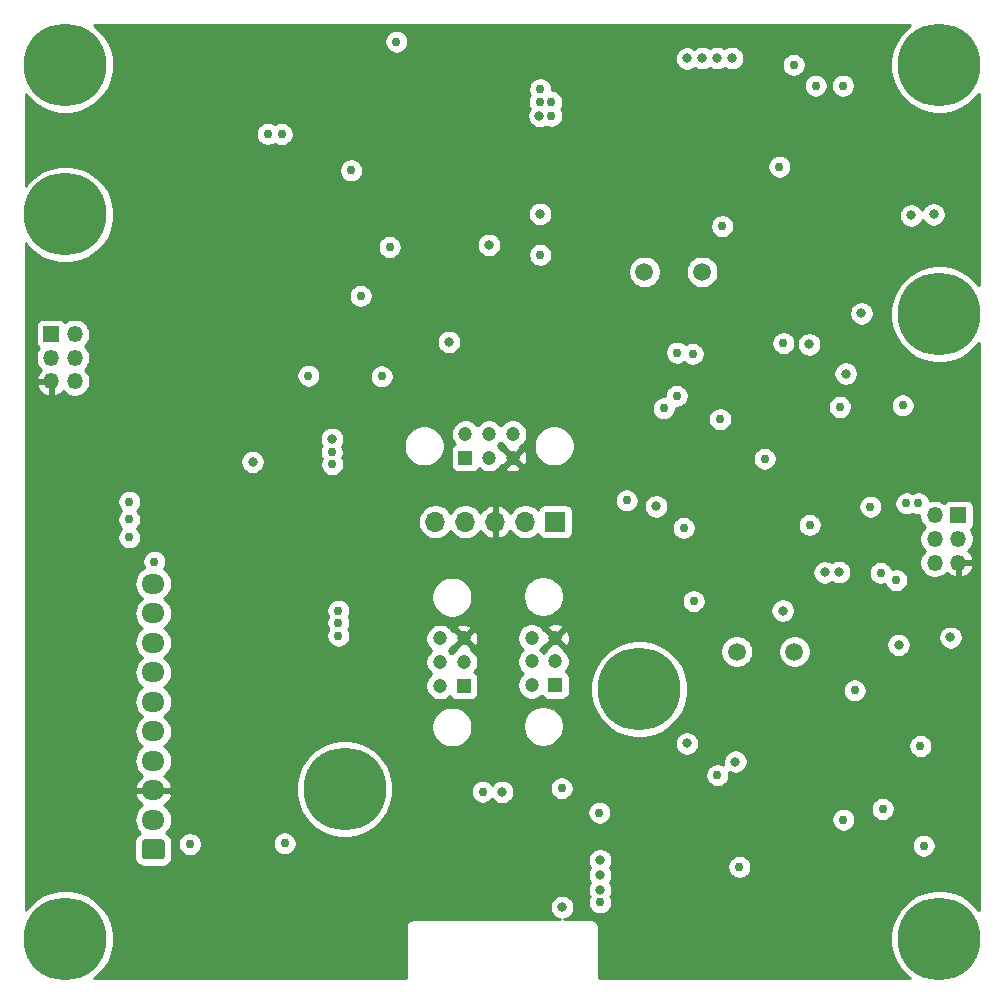
<source format=gbr>
G04 #@! TF.GenerationSoftware,KiCad,Pcbnew,(5.1.6)-1*
G04 #@! TF.CreationDate,2021-11-24T18:58:48-05:00*
G04 #@! TF.ProjectId,payload2020_papa_board,7061796c-6f61-4643-9230-32305f706170,rev?*
G04 #@! TF.SameCoordinates,Original*
G04 #@! TF.FileFunction,Copper,L2,Inr*
G04 #@! TF.FilePolarity,Positive*
%FSLAX46Y46*%
G04 Gerber Fmt 4.6, Leading zero omitted, Abs format (unit mm)*
G04 Created by KiCad (PCBNEW (5.1.6)-1) date 2021-11-24 18:58:48*
%MOMM*%
%LPD*%
G01*
G04 APERTURE LIST*
G04 #@! TA.AperFunction,ViaPad*
%ADD10O,1.950000X1.700000*%
G04 #@! TD*
G04 #@! TA.AperFunction,ViaPad*
%ADD11O,1.350000X1.350000*%
G04 #@! TD*
G04 #@! TA.AperFunction,ViaPad*
%ADD12R,1.350000X1.350000*%
G04 #@! TD*
G04 #@! TA.AperFunction,ViaPad*
%ADD13C,7.000000*%
G04 #@! TD*
G04 #@! TA.AperFunction,ViaPad*
%ADD14C,1.500000*%
G04 #@! TD*
G04 #@! TA.AperFunction,ViaPad*
%ADD15C,1.200000*%
G04 #@! TD*
G04 #@! TA.AperFunction,ViaPad*
%ADD16R,1.200000X1.200000*%
G04 #@! TD*
G04 #@! TA.AperFunction,ViaPad*
%ADD17O,1.700000X1.700000*%
G04 #@! TD*
G04 #@! TA.AperFunction,ViaPad*
%ADD18R,1.700000X1.700000*%
G04 #@! TD*
G04 #@! TA.AperFunction,ViaPad*
%ADD19C,0.762000*%
G04 #@! TD*
G04 #@! TA.AperFunction,ViaPad*
%ADD20C,0.800000*%
G04 #@! TD*
G04 #@! TA.AperFunction,Conductor*
%ADD21C,0.254000*%
G04 #@! TD*
G04 APERTURE END LIST*
G04 #@! TA.AperFunction,ViaPad*
G36*
G01*
X114031000Y-139107200D02*
X112581000Y-139107200D01*
G75*
G02*
X112331000Y-138857200I0J250000D01*
G01*
X112331000Y-137657200D01*
G75*
G02*
X112581000Y-137407200I250000J0D01*
G01*
X114031000Y-137407200D01*
G75*
G02*
X114281000Y-137657200I0J-250000D01*
G01*
X114281000Y-138857200D01*
G75*
G02*
X114031000Y-139107200I-250000J0D01*
G01*
G37*
G04 #@! TD.AperFunction*
D10*
X113306000Y-135757200D03*
X113306000Y-133257200D03*
X113306000Y-130757200D03*
X113306000Y-128257200D03*
X113306000Y-125757200D03*
X113306000Y-123257200D03*
X113306000Y-120757200D03*
X113306000Y-118257200D03*
X113306000Y-115757200D03*
D11*
X179473000Y-113966000D03*
X179473000Y-111966000D03*
X179473000Y-109966000D03*
X181473000Y-113966000D03*
X181473000Y-111966000D03*
D12*
X181473000Y-109966000D03*
X104654600Y-94628200D03*
D11*
X104654600Y-96628200D03*
X104654600Y-98628200D03*
X106654600Y-94628200D03*
X106654600Y-96628200D03*
X106654600Y-98628200D03*
D13*
X179854000Y-145818000D03*
X179854000Y-71818000D03*
X179854000Y-92948000D03*
X105854000Y-71818000D03*
X129494000Y-133138000D03*
X154454000Y-124698000D03*
X105854000Y-145818000D03*
X105854000Y-84498000D03*
D14*
X154886000Y-89357200D03*
X159766000Y-89357200D03*
X162709200Y-121513600D03*
X167589200Y-121513600D03*
D15*
X147329400Y-122340000D03*
D16*
X147329400Y-124340000D03*
D15*
X147329400Y-120340000D03*
X145329400Y-120340000D03*
X145329400Y-122340000D03*
X145329400Y-124340000D03*
X139582400Y-122390800D03*
D16*
X139582400Y-124390800D03*
D15*
X139582400Y-120390800D03*
X137582400Y-120390800D03*
X137582400Y-122390800D03*
X137582400Y-124390800D03*
D17*
X137185400Y-110515400D03*
X139725400Y-110515400D03*
X142265400Y-110515400D03*
X144805400Y-110515400D03*
D18*
X147345400Y-110515400D03*
D15*
X141732000Y-105089200D03*
D16*
X139732000Y-105089200D03*
D15*
X143732000Y-105089200D03*
X143732000Y-103089200D03*
X141732000Y-103089200D03*
X139732000Y-103089200D03*
D19*
X180793800Y-119135400D03*
X150682100Y-73631300D03*
X183079800Y-105559100D03*
X171421200Y-124012200D03*
X171421200Y-122945400D03*
X171421200Y-126095000D03*
X171421200Y-125028200D03*
X181142640Y-123954540D03*
X170553380Y-91447620D03*
X168391840Y-82677000D03*
X167507920Y-77436980D03*
X121945400Y-120784620D03*
X144141600Y-71535800D03*
X139649200Y-70637400D03*
X132664200Y-92430600D03*
X129659380Y-94307660D03*
X114808000Y-141737080D03*
D20*
X171726000Y-146008600D03*
X177263200Y-88934800D03*
X176319180Y-105549700D03*
X153543000Y-130429000D03*
X162407600Y-98145600D03*
X117195600Y-82499200D03*
X117195600Y-88341200D03*
X117195600Y-91389200D03*
X117195600Y-85293200D03*
X112623600Y-88341200D03*
X112623600Y-91389200D03*
X114780060Y-92717620D03*
X112623600Y-85293200D03*
X114780060Y-89814400D03*
X114780060Y-86807040D03*
X121767600Y-82499200D03*
X121767600Y-85293200D03*
X119692420Y-86799420D03*
X121767600Y-88341200D03*
X119705120Y-89814400D03*
X121767600Y-91389200D03*
X119717820Y-92689680D03*
X116916200Y-77978000D03*
X119964200Y-77952600D03*
X115316000Y-78003400D03*
X113792000Y-78003400D03*
X118465600Y-77978000D03*
X121462800Y-77952600D03*
X116916200Y-76835000D03*
X115316000Y-76860400D03*
X113792000Y-76860400D03*
X118465600Y-76835000D03*
X115316000Y-75717400D03*
X113792000Y-75717400D03*
X116916200Y-75692000D03*
X115316000Y-74574400D03*
X113792000Y-74574400D03*
X116916200Y-74549000D03*
X115316000Y-73431400D03*
X113792000Y-73431400D03*
X116916200Y-73406000D03*
X118465600Y-73406000D03*
X115316000Y-72288400D03*
X119964200Y-72237600D03*
X118465600Y-72263000D03*
X113792000Y-72288400D03*
X116916200Y-72263000D03*
X121462800Y-72237600D03*
X124466760Y-111738920D03*
X123471080Y-111738920D03*
X124431200Y-110240320D03*
X123481240Y-110240320D03*
X125349000Y-111744760D03*
X116329460Y-140169900D03*
X169440000Y-117840000D03*
X116822220Y-104856280D03*
X119524780Y-111760000D03*
X119555260Y-110164880D03*
X129997200Y-87579200D03*
X143205200Y-84175600D03*
D19*
X163288980Y-94462600D03*
D20*
X112623600Y-82499200D03*
X114802920Y-83893660D03*
X119717820Y-83893660D03*
D19*
X151274780Y-94322900D03*
X138404600Y-68935600D03*
X124434800Y-114642800D03*
X176502060Y-77467460D03*
X110490000Y-96926400D03*
X154679742Y-85458517D03*
X153742800Y-116011200D03*
X159076800Y-126526800D03*
X159076800Y-125460000D03*
X159076800Y-124444000D03*
X159076800Y-123377200D03*
X165122000Y-110778800D03*
X152676000Y-85429600D03*
X153565000Y-85429600D03*
X160296000Y-85505800D03*
X159127600Y-85531200D03*
D20*
X121738800Y-75752200D03*
X121738800Y-74447400D03*
X125349000Y-110220760D03*
D19*
X114830000Y-119338600D03*
X116862000Y-106384600D03*
X167154000Y-139836400D03*
X168144600Y-146135600D03*
X162937600Y-137626600D03*
X155842150Y-131977398D03*
X152803000Y-148650200D03*
X151050400Y-137296400D03*
X171726000Y-132114800D03*
X157400400Y-141792200D03*
X171700600Y-139201400D03*
X183079800Y-104428800D03*
X183079800Y-103323900D03*
X150669400Y-74609200D03*
X151482200Y-111401100D03*
D20*
X158470600Y-129286000D03*
D19*
X166319200Y-80441800D03*
D20*
X128430020Y-103505000D03*
D19*
X128422400Y-104622600D03*
X124431200Y-137748520D03*
X130048000Y-80772000D03*
X124175520Y-77685900D03*
X128447800Y-105638600D03*
X122992800Y-77673200D03*
X116404800Y-137804400D03*
X111274000Y-108823000D03*
X111261300Y-110321600D03*
X111261300Y-111845600D03*
X113394900Y-113903000D03*
D20*
X173250000Y-92862400D03*
X180797200Y-120294400D03*
X147921980Y-143131540D03*
X162582000Y-130819400D03*
D19*
X151071580Y-135130540D03*
X169397680Y-73593960D03*
X167523160Y-71833740D03*
X171693840Y-73593960D03*
X176755200Y-100669600D03*
X159051400Y-117230400D03*
X172691200Y-124799600D03*
X162912200Y-139734800D03*
X133324600Y-87249000D03*
X174019990Y-109246810D03*
D20*
X141716760Y-87071200D03*
D19*
X178533200Y-137931400D03*
X174875600Y-114842800D03*
X161058000Y-131962400D03*
X141183360Y-133377940D03*
D20*
X161036000Y-71259700D03*
D19*
X176196400Y-115452400D03*
X161464400Y-85480400D03*
X171433900Y-100796600D03*
X156511400Y-100923600D03*
X178253800Y-129498600D03*
D20*
X168830400Y-95488000D03*
D19*
X166646000Y-95386400D03*
D20*
X171929200Y-97977200D03*
D19*
X158213200Y-111032800D03*
X171726000Y-135747000D03*
X175053400Y-134832600D03*
D20*
X159771080Y-71267320D03*
D19*
X161286600Y-101825300D03*
D20*
X155876400Y-109204000D03*
X158493460Y-71282560D03*
D19*
X153387200Y-108696000D03*
D20*
X162306000Y-71252080D03*
D19*
X158975200Y-96300800D03*
D20*
X166595200Y-118043200D03*
X142839440Y-133372860D03*
X171378880Y-114772440D03*
X138333480Y-95283020D03*
X170134280Y-114792760D03*
X121716800Y-105432860D03*
D19*
X130860800Y-91389200D03*
X157654400Y-96199200D03*
X165071200Y-105187040D03*
D20*
X179374800Y-84480400D03*
X177469800Y-84582000D03*
D19*
X168881200Y-110778800D03*
X157603600Y-99856800D03*
X128967640Y-119069360D03*
X128972720Y-120171720D03*
X128967640Y-118053360D03*
D20*
X176405540Y-120934480D03*
X145999200Y-76144120D03*
X146050000Y-84439760D03*
D19*
X147888960Y-133070600D03*
X132638800Y-98196400D03*
X146055080Y-73888600D03*
X146977100Y-74973180D03*
X146977100Y-76144120D03*
X146050000Y-87924640D03*
X133883400Y-69875400D03*
X178076000Y-108950000D03*
X177060000Y-108950000D03*
X146034760Y-74978260D03*
X126441200Y-98145600D03*
D20*
X151126600Y-141690600D03*
X151130000Y-140436600D03*
D19*
X151126600Y-142732000D03*
D20*
X151126600Y-139176000D03*
D21*
G36*
X177218091Y-68606136D02*
G01*
X176642136Y-69182091D01*
X176189611Y-69859343D01*
X175877906Y-70611865D01*
X175719000Y-71410738D01*
X175719000Y-72225262D01*
X175877906Y-73024135D01*
X176189611Y-73776657D01*
X176642136Y-74453909D01*
X177218091Y-75029864D01*
X177895343Y-75482389D01*
X178647865Y-75794094D01*
X179446738Y-75953000D01*
X180261262Y-75953000D01*
X181060135Y-75794094D01*
X181812657Y-75482389D01*
X182489909Y-75029864D01*
X183065864Y-74453909D01*
X183194000Y-74262140D01*
X183194000Y-90503861D01*
X183065864Y-90312091D01*
X182489909Y-89736136D01*
X181812657Y-89283611D01*
X181060135Y-88971906D01*
X180261262Y-88813000D01*
X179446738Y-88813000D01*
X178647865Y-88971906D01*
X177895343Y-89283611D01*
X177218091Y-89736136D01*
X176642136Y-90312091D01*
X176189611Y-90989343D01*
X175877906Y-91741865D01*
X175719000Y-92540738D01*
X175719000Y-93355262D01*
X175877906Y-94154135D01*
X176189611Y-94906657D01*
X176642136Y-95583909D01*
X177218091Y-96159864D01*
X177895343Y-96612389D01*
X178647865Y-96924094D01*
X179446738Y-97083000D01*
X180261262Y-97083000D01*
X181060135Y-96924094D01*
X181812657Y-96612389D01*
X182489909Y-96159864D01*
X183065864Y-95583909D01*
X183194000Y-95392139D01*
X183194001Y-143373862D01*
X183065864Y-143182091D01*
X182489909Y-142606136D01*
X181812657Y-142153611D01*
X181060135Y-141841906D01*
X180261262Y-141683000D01*
X179446738Y-141683000D01*
X178647865Y-141841906D01*
X177895343Y-142153611D01*
X177218091Y-142606136D01*
X176642136Y-143182091D01*
X176189611Y-143859343D01*
X175877906Y-144611865D01*
X175719000Y-145410738D01*
X175719000Y-146225262D01*
X175877906Y-147024135D01*
X176189611Y-147776657D01*
X176642136Y-148453909D01*
X177218091Y-149029864D01*
X177409860Y-149158000D01*
X151014000Y-149158000D01*
X151014000Y-144850419D01*
X151017193Y-144818000D01*
X151004450Y-144688617D01*
X150966710Y-144564207D01*
X150905425Y-144449550D01*
X150822948Y-144349052D01*
X150722450Y-144266575D01*
X150607793Y-144205290D01*
X150483383Y-144167550D01*
X150386419Y-144158000D01*
X150354000Y-144154807D01*
X150321581Y-144158000D01*
X148066853Y-144158000D01*
X148223878Y-144126766D01*
X148412236Y-144048745D01*
X148581754Y-143935477D01*
X148725917Y-143791314D01*
X148839185Y-143621796D01*
X148917206Y-143433438D01*
X148956980Y-143233479D01*
X148956980Y-143029601D01*
X148917206Y-142829642D01*
X148839185Y-142641284D01*
X148725917Y-142471766D01*
X148581754Y-142327603D01*
X148412236Y-142214335D01*
X148223878Y-142136314D01*
X148023919Y-142096540D01*
X147820041Y-142096540D01*
X147620082Y-142136314D01*
X147431724Y-142214335D01*
X147262206Y-142327603D01*
X147118043Y-142471766D01*
X147004775Y-142641284D01*
X146926754Y-142829642D01*
X146886980Y-143029601D01*
X146886980Y-143233479D01*
X146926754Y-143433438D01*
X147004775Y-143621796D01*
X147118043Y-143791314D01*
X147262206Y-143935477D01*
X147431724Y-144048745D01*
X147620082Y-144126766D01*
X147777107Y-144158000D01*
X135386419Y-144158000D01*
X135354000Y-144154807D01*
X135321581Y-144158000D01*
X135224617Y-144167550D01*
X135100207Y-144205290D01*
X134985550Y-144266575D01*
X134885052Y-144349052D01*
X134802575Y-144449550D01*
X134741290Y-144564207D01*
X134703550Y-144688617D01*
X134690807Y-144818000D01*
X134694000Y-144850419D01*
X134694001Y-149158000D01*
X108298140Y-149158000D01*
X108489909Y-149029864D01*
X109065864Y-148453909D01*
X109518389Y-147776657D01*
X109830094Y-147024135D01*
X109989000Y-146225262D01*
X109989000Y-145410738D01*
X109830094Y-144611865D01*
X109518389Y-143859343D01*
X109065864Y-143182091D01*
X108489909Y-142606136D01*
X107812657Y-142153611D01*
X107060135Y-141841906D01*
X106261262Y-141683000D01*
X105446738Y-141683000D01*
X104647865Y-141841906D01*
X103895343Y-142153611D01*
X103218091Y-142606136D01*
X102642136Y-143182091D01*
X102514000Y-143373860D01*
X102514000Y-135757200D01*
X111688815Y-135757200D01*
X111717487Y-136048311D01*
X111802401Y-136328234D01*
X111940294Y-136586214D01*
X112125866Y-136812334D01*
X112189337Y-136864423D01*
X112087614Y-136918795D01*
X111953038Y-137029238D01*
X111842595Y-137163814D01*
X111760528Y-137317350D01*
X111709992Y-137483946D01*
X111692928Y-137657200D01*
X111692928Y-138857200D01*
X111709992Y-139030454D01*
X111760528Y-139197050D01*
X111842595Y-139350586D01*
X111953038Y-139485162D01*
X112087614Y-139595605D01*
X112241150Y-139677672D01*
X112407746Y-139728208D01*
X112581000Y-139745272D01*
X114031000Y-139745272D01*
X114204254Y-139728208D01*
X114370850Y-139677672D01*
X114524386Y-139595605D01*
X114658962Y-139485162D01*
X114769405Y-139350586D01*
X114851472Y-139197050D01*
X114888780Y-139074061D01*
X150091600Y-139074061D01*
X150091600Y-139277939D01*
X150131374Y-139477898D01*
X150209395Y-139666256D01*
X150304669Y-139808844D01*
X150212795Y-139946344D01*
X150134774Y-140134702D01*
X150095000Y-140334661D01*
X150095000Y-140538539D01*
X150134774Y-140738498D01*
X150212795Y-140926856D01*
X150302464Y-141061056D01*
X150209395Y-141200344D01*
X150131374Y-141388702D01*
X150091600Y-141588661D01*
X150091600Y-141792539D01*
X150131374Y-141992498D01*
X150209395Y-142180856D01*
X150241162Y-142228399D01*
X150226232Y-142250744D01*
X150149644Y-142435644D01*
X150110600Y-142631933D01*
X150110600Y-142832067D01*
X150149644Y-143028356D01*
X150226232Y-143213256D01*
X150337421Y-143379662D01*
X150478938Y-143521179D01*
X150645344Y-143632368D01*
X150830244Y-143708956D01*
X151026533Y-143748000D01*
X151226667Y-143748000D01*
X151422956Y-143708956D01*
X151607856Y-143632368D01*
X151774262Y-143521179D01*
X151915779Y-143379662D01*
X152026968Y-143213256D01*
X152103556Y-143028356D01*
X152142600Y-142832067D01*
X152142600Y-142631933D01*
X152103556Y-142435644D01*
X152026968Y-142250744D01*
X152012038Y-142228399D01*
X152043805Y-142180856D01*
X152121826Y-141992498D01*
X152161600Y-141792539D01*
X152161600Y-141588661D01*
X152121826Y-141388702D01*
X152043805Y-141200344D01*
X151954136Y-141066144D01*
X152047205Y-140926856D01*
X152125226Y-140738498D01*
X152165000Y-140538539D01*
X152165000Y-140334661D01*
X152125226Y-140134702D01*
X152047205Y-139946344D01*
X151951931Y-139803756D01*
X152043805Y-139666256D01*
X152056862Y-139634733D01*
X161896200Y-139634733D01*
X161896200Y-139834867D01*
X161935244Y-140031156D01*
X162011832Y-140216056D01*
X162123021Y-140382462D01*
X162264538Y-140523979D01*
X162430944Y-140635168D01*
X162615844Y-140711756D01*
X162812133Y-140750800D01*
X163012267Y-140750800D01*
X163208556Y-140711756D01*
X163393456Y-140635168D01*
X163559862Y-140523979D01*
X163701379Y-140382462D01*
X163812568Y-140216056D01*
X163889156Y-140031156D01*
X163928200Y-139834867D01*
X163928200Y-139634733D01*
X163889156Y-139438444D01*
X163812568Y-139253544D01*
X163701379Y-139087138D01*
X163559862Y-138945621D01*
X163393456Y-138834432D01*
X163208556Y-138757844D01*
X163012267Y-138718800D01*
X162812133Y-138718800D01*
X162615844Y-138757844D01*
X162430944Y-138834432D01*
X162264538Y-138945621D01*
X162123021Y-139087138D01*
X162011832Y-139253544D01*
X161935244Y-139438444D01*
X161896200Y-139634733D01*
X152056862Y-139634733D01*
X152121826Y-139477898D01*
X152161600Y-139277939D01*
X152161600Y-139074061D01*
X152121826Y-138874102D01*
X152043805Y-138685744D01*
X151930537Y-138516226D01*
X151786374Y-138372063D01*
X151616856Y-138258795D01*
X151428498Y-138180774D01*
X151228539Y-138141000D01*
X151024661Y-138141000D01*
X150824702Y-138180774D01*
X150636344Y-138258795D01*
X150466826Y-138372063D01*
X150322663Y-138516226D01*
X150209395Y-138685744D01*
X150131374Y-138874102D01*
X150091600Y-139074061D01*
X114888780Y-139074061D01*
X114902008Y-139030454D01*
X114919072Y-138857200D01*
X114919072Y-137704333D01*
X115388800Y-137704333D01*
X115388800Y-137904467D01*
X115427844Y-138100756D01*
X115504432Y-138285656D01*
X115615621Y-138452062D01*
X115757138Y-138593579D01*
X115923544Y-138704768D01*
X116108444Y-138781356D01*
X116304733Y-138820400D01*
X116504867Y-138820400D01*
X116701156Y-138781356D01*
X116886056Y-138704768D01*
X117052462Y-138593579D01*
X117193979Y-138452062D01*
X117305168Y-138285656D01*
X117381756Y-138100756D01*
X117420800Y-137904467D01*
X117420800Y-137704333D01*
X117409685Y-137648453D01*
X123415200Y-137648453D01*
X123415200Y-137848587D01*
X123454244Y-138044876D01*
X123530832Y-138229776D01*
X123642021Y-138396182D01*
X123783538Y-138537699D01*
X123949944Y-138648888D01*
X124134844Y-138725476D01*
X124331133Y-138764520D01*
X124531267Y-138764520D01*
X124727556Y-138725476D01*
X124912456Y-138648888D01*
X125078862Y-138537699D01*
X125220379Y-138396182D01*
X125331568Y-138229776D01*
X125408156Y-138044876D01*
X125447200Y-137848587D01*
X125447200Y-137831333D01*
X177517200Y-137831333D01*
X177517200Y-138031467D01*
X177556244Y-138227756D01*
X177632832Y-138412656D01*
X177744021Y-138579062D01*
X177885538Y-138720579D01*
X178051944Y-138831768D01*
X178236844Y-138908356D01*
X178433133Y-138947400D01*
X178633267Y-138947400D01*
X178829556Y-138908356D01*
X179014456Y-138831768D01*
X179180862Y-138720579D01*
X179322379Y-138579062D01*
X179433568Y-138412656D01*
X179510156Y-138227756D01*
X179549200Y-138031467D01*
X179549200Y-137831333D01*
X179510156Y-137635044D01*
X179433568Y-137450144D01*
X179322379Y-137283738D01*
X179180862Y-137142221D01*
X179014456Y-137031032D01*
X178829556Y-136954444D01*
X178633267Y-136915400D01*
X178433133Y-136915400D01*
X178236844Y-136954444D01*
X178051944Y-137031032D01*
X177885538Y-137142221D01*
X177744021Y-137283738D01*
X177632832Y-137450144D01*
X177556244Y-137635044D01*
X177517200Y-137831333D01*
X125447200Y-137831333D01*
X125447200Y-137648453D01*
X125408156Y-137452164D01*
X125331568Y-137267264D01*
X125220379Y-137100858D01*
X125078862Y-136959341D01*
X124912456Y-136848152D01*
X124727556Y-136771564D01*
X124531267Y-136732520D01*
X124331133Y-136732520D01*
X124134844Y-136771564D01*
X123949944Y-136848152D01*
X123783538Y-136959341D01*
X123642021Y-137100858D01*
X123530832Y-137267264D01*
X123454244Y-137452164D01*
X123415200Y-137648453D01*
X117409685Y-137648453D01*
X117381756Y-137508044D01*
X117305168Y-137323144D01*
X117193979Y-137156738D01*
X117052462Y-137015221D01*
X116886056Y-136904032D01*
X116701156Y-136827444D01*
X116504867Y-136788400D01*
X116304733Y-136788400D01*
X116108444Y-136827444D01*
X115923544Y-136904032D01*
X115757138Y-137015221D01*
X115615621Y-137156738D01*
X115504432Y-137323144D01*
X115427844Y-137508044D01*
X115388800Y-137704333D01*
X114919072Y-137704333D01*
X114919072Y-137657200D01*
X114902008Y-137483946D01*
X114851472Y-137317350D01*
X114769405Y-137163814D01*
X114658962Y-137029238D01*
X114524386Y-136918795D01*
X114422663Y-136864423D01*
X114486134Y-136812334D01*
X114671706Y-136586214D01*
X114809599Y-136328234D01*
X114894513Y-136048311D01*
X114923185Y-135757200D01*
X114894513Y-135466089D01*
X114809599Y-135186166D01*
X114671706Y-134928186D01*
X114486134Y-134702066D01*
X114260014Y-134516494D01*
X114234278Y-134502738D01*
X114440429Y-134346249D01*
X114633496Y-134128393D01*
X114780352Y-133877058D01*
X114872476Y-133614090D01*
X114751155Y-133384200D01*
X113433000Y-133384200D01*
X113433000Y-133404200D01*
X113179000Y-133404200D01*
X113179000Y-133384200D01*
X111860845Y-133384200D01*
X111739524Y-133614090D01*
X111831648Y-133877058D01*
X111978504Y-134128393D01*
X112171571Y-134346249D01*
X112377722Y-134502738D01*
X112351986Y-134516494D01*
X112125866Y-134702066D01*
X111940294Y-134928186D01*
X111802401Y-135186166D01*
X111717487Y-135466089D01*
X111688815Y-135757200D01*
X102514000Y-135757200D01*
X102514000Y-115757200D01*
X111688815Y-115757200D01*
X111717487Y-116048311D01*
X111802401Y-116328234D01*
X111940294Y-116586214D01*
X112125866Y-116812334D01*
X112351986Y-116997906D01*
X112369374Y-117007200D01*
X112351986Y-117016494D01*
X112125866Y-117202066D01*
X111940294Y-117428186D01*
X111802401Y-117686166D01*
X111717487Y-117966089D01*
X111688815Y-118257200D01*
X111717487Y-118548311D01*
X111802401Y-118828234D01*
X111940294Y-119086214D01*
X112125866Y-119312334D01*
X112351986Y-119497906D01*
X112369374Y-119507200D01*
X112351986Y-119516494D01*
X112125866Y-119702066D01*
X111940294Y-119928186D01*
X111802401Y-120186166D01*
X111717487Y-120466089D01*
X111688815Y-120757200D01*
X111717487Y-121048311D01*
X111802401Y-121328234D01*
X111940294Y-121586214D01*
X112125866Y-121812334D01*
X112351986Y-121997906D01*
X112369374Y-122007200D01*
X112351986Y-122016494D01*
X112125866Y-122202066D01*
X111940294Y-122428186D01*
X111802401Y-122686166D01*
X111717487Y-122966089D01*
X111688815Y-123257200D01*
X111717487Y-123548311D01*
X111802401Y-123828234D01*
X111940294Y-124086214D01*
X112125866Y-124312334D01*
X112351986Y-124497906D01*
X112369374Y-124507200D01*
X112351986Y-124516494D01*
X112125866Y-124702066D01*
X111940294Y-124928186D01*
X111802401Y-125186166D01*
X111717487Y-125466089D01*
X111688815Y-125757200D01*
X111717487Y-126048311D01*
X111802401Y-126328234D01*
X111940294Y-126586214D01*
X112125866Y-126812334D01*
X112351986Y-126997906D01*
X112369374Y-127007200D01*
X112351986Y-127016494D01*
X112125866Y-127202066D01*
X111940294Y-127428186D01*
X111802401Y-127686166D01*
X111717487Y-127966089D01*
X111688815Y-128257200D01*
X111717487Y-128548311D01*
X111802401Y-128828234D01*
X111940294Y-129086214D01*
X112125866Y-129312334D01*
X112351986Y-129497906D01*
X112369374Y-129507200D01*
X112351986Y-129516494D01*
X112125866Y-129702066D01*
X111940294Y-129928186D01*
X111802401Y-130186166D01*
X111717487Y-130466089D01*
X111688815Y-130757200D01*
X111717487Y-131048311D01*
X111802401Y-131328234D01*
X111940294Y-131586214D01*
X112125866Y-131812334D01*
X112351986Y-131997906D01*
X112377722Y-132011662D01*
X112171571Y-132168151D01*
X111978504Y-132386007D01*
X111831648Y-132637342D01*
X111739524Y-132900310D01*
X111860845Y-133130200D01*
X113179000Y-133130200D01*
X113179000Y-133110200D01*
X113433000Y-133110200D01*
X113433000Y-133130200D01*
X114751155Y-133130200D01*
X114872476Y-132900310D01*
X114813071Y-132730738D01*
X125359000Y-132730738D01*
X125359000Y-133545262D01*
X125517906Y-134344135D01*
X125829611Y-135096657D01*
X126282136Y-135773909D01*
X126858091Y-136349864D01*
X127535343Y-136802389D01*
X128287865Y-137114094D01*
X129086738Y-137273000D01*
X129901262Y-137273000D01*
X130700135Y-137114094D01*
X131452657Y-136802389D01*
X132129909Y-136349864D01*
X132705864Y-135773909D01*
X133158389Y-135096657D01*
X133185803Y-135030473D01*
X150055580Y-135030473D01*
X150055580Y-135230607D01*
X150094624Y-135426896D01*
X150171212Y-135611796D01*
X150282401Y-135778202D01*
X150423918Y-135919719D01*
X150590324Y-136030908D01*
X150775224Y-136107496D01*
X150971513Y-136146540D01*
X151171647Y-136146540D01*
X151367936Y-136107496D01*
X151552836Y-136030908D01*
X151719242Y-135919719D01*
X151860759Y-135778202D01*
X151948470Y-135646933D01*
X170710000Y-135646933D01*
X170710000Y-135847067D01*
X170749044Y-136043356D01*
X170825632Y-136228256D01*
X170936821Y-136394662D01*
X171078338Y-136536179D01*
X171244744Y-136647368D01*
X171429644Y-136723956D01*
X171625933Y-136763000D01*
X171826067Y-136763000D01*
X172022356Y-136723956D01*
X172207256Y-136647368D01*
X172373662Y-136536179D01*
X172515179Y-136394662D01*
X172626368Y-136228256D01*
X172702956Y-136043356D01*
X172742000Y-135847067D01*
X172742000Y-135646933D01*
X172702956Y-135450644D01*
X172626368Y-135265744D01*
X172515179Y-135099338D01*
X172373662Y-134957821D01*
X172207256Y-134846632D01*
X172022356Y-134770044D01*
X171833774Y-134732533D01*
X174037400Y-134732533D01*
X174037400Y-134932667D01*
X174076444Y-135128956D01*
X174153032Y-135313856D01*
X174264221Y-135480262D01*
X174405738Y-135621779D01*
X174572144Y-135732968D01*
X174757044Y-135809556D01*
X174953333Y-135848600D01*
X175153467Y-135848600D01*
X175349756Y-135809556D01*
X175534656Y-135732968D01*
X175701062Y-135621779D01*
X175842579Y-135480262D01*
X175953768Y-135313856D01*
X176030356Y-135128956D01*
X176069400Y-134932667D01*
X176069400Y-134732533D01*
X176030356Y-134536244D01*
X175953768Y-134351344D01*
X175842579Y-134184938D01*
X175701062Y-134043421D01*
X175534656Y-133932232D01*
X175349756Y-133855644D01*
X175153467Y-133816600D01*
X174953333Y-133816600D01*
X174757044Y-133855644D01*
X174572144Y-133932232D01*
X174405738Y-134043421D01*
X174264221Y-134184938D01*
X174153032Y-134351344D01*
X174076444Y-134536244D01*
X174037400Y-134732533D01*
X171833774Y-134732533D01*
X171826067Y-134731000D01*
X171625933Y-134731000D01*
X171429644Y-134770044D01*
X171244744Y-134846632D01*
X171078338Y-134957821D01*
X170936821Y-135099338D01*
X170825632Y-135265744D01*
X170749044Y-135450644D01*
X170710000Y-135646933D01*
X151948470Y-135646933D01*
X151971948Y-135611796D01*
X152048536Y-135426896D01*
X152087580Y-135230607D01*
X152087580Y-135030473D01*
X152048536Y-134834184D01*
X151971948Y-134649284D01*
X151860759Y-134482878D01*
X151719242Y-134341361D01*
X151552836Y-134230172D01*
X151367936Y-134153584D01*
X151171647Y-134114540D01*
X150971513Y-134114540D01*
X150775224Y-134153584D01*
X150590324Y-134230172D01*
X150423918Y-134341361D01*
X150282401Y-134482878D01*
X150171212Y-134649284D01*
X150094624Y-134834184D01*
X150055580Y-135030473D01*
X133185803Y-135030473D01*
X133470094Y-134344135D01*
X133629000Y-133545262D01*
X133629000Y-133277873D01*
X140167360Y-133277873D01*
X140167360Y-133478007D01*
X140206404Y-133674296D01*
X140282992Y-133859196D01*
X140394181Y-134025602D01*
X140535698Y-134167119D01*
X140702104Y-134278308D01*
X140887004Y-134354896D01*
X141083293Y-134393940D01*
X141283427Y-134393940D01*
X141479716Y-134354896D01*
X141664616Y-134278308D01*
X141831022Y-134167119D01*
X141972539Y-134025602D01*
X142001672Y-133982002D01*
X142035503Y-134032634D01*
X142179666Y-134176797D01*
X142349184Y-134290065D01*
X142537542Y-134368086D01*
X142737501Y-134407860D01*
X142941379Y-134407860D01*
X143141338Y-134368086D01*
X143329696Y-134290065D01*
X143499214Y-134176797D01*
X143643377Y-134032634D01*
X143756645Y-133863116D01*
X143834666Y-133674758D01*
X143874440Y-133474799D01*
X143874440Y-133270921D01*
X143834666Y-133070962D01*
X143793067Y-132970533D01*
X146872960Y-132970533D01*
X146872960Y-133170667D01*
X146912004Y-133366956D01*
X146988592Y-133551856D01*
X147099781Y-133718262D01*
X147241298Y-133859779D01*
X147407704Y-133970968D01*
X147592604Y-134047556D01*
X147788893Y-134086600D01*
X147989027Y-134086600D01*
X148185316Y-134047556D01*
X148370216Y-133970968D01*
X148536622Y-133859779D01*
X148678139Y-133718262D01*
X148789328Y-133551856D01*
X148865916Y-133366956D01*
X148904960Y-133170667D01*
X148904960Y-132970533D01*
X148865916Y-132774244D01*
X148789328Y-132589344D01*
X148678139Y-132422938D01*
X148536622Y-132281421D01*
X148370216Y-132170232D01*
X148185316Y-132093644D01*
X147989027Y-132054600D01*
X147788893Y-132054600D01*
X147592604Y-132093644D01*
X147407704Y-132170232D01*
X147241298Y-132281421D01*
X147099781Y-132422938D01*
X146988592Y-132589344D01*
X146912004Y-132774244D01*
X146872960Y-132970533D01*
X143793067Y-132970533D01*
X143756645Y-132882604D01*
X143643377Y-132713086D01*
X143499214Y-132568923D01*
X143329696Y-132455655D01*
X143141338Y-132377634D01*
X142941379Y-132337860D01*
X142737501Y-132337860D01*
X142537542Y-132377634D01*
X142349184Y-132455655D01*
X142179666Y-132568923D01*
X142035503Y-132713086D01*
X141998277Y-132768798D01*
X141972539Y-132730278D01*
X141831022Y-132588761D01*
X141664616Y-132477572D01*
X141479716Y-132400984D01*
X141283427Y-132361940D01*
X141083293Y-132361940D01*
X140887004Y-132400984D01*
X140702104Y-132477572D01*
X140535698Y-132588761D01*
X140394181Y-132730278D01*
X140282992Y-132896684D01*
X140206404Y-133081584D01*
X140167360Y-133277873D01*
X133629000Y-133277873D01*
X133629000Y-132730738D01*
X133470094Y-131931865D01*
X133441293Y-131862333D01*
X160042000Y-131862333D01*
X160042000Y-132062467D01*
X160081044Y-132258756D01*
X160157632Y-132443656D01*
X160268821Y-132610062D01*
X160410338Y-132751579D01*
X160576744Y-132862768D01*
X160761644Y-132939356D01*
X160957933Y-132978400D01*
X161158067Y-132978400D01*
X161354356Y-132939356D01*
X161539256Y-132862768D01*
X161705662Y-132751579D01*
X161847179Y-132610062D01*
X161958368Y-132443656D01*
X162034956Y-132258756D01*
X162074000Y-132062467D01*
X162074000Y-131862333D01*
X162042438Y-131703660D01*
X162091744Y-131736605D01*
X162280102Y-131814626D01*
X162480061Y-131854400D01*
X162683939Y-131854400D01*
X162883898Y-131814626D01*
X163072256Y-131736605D01*
X163241774Y-131623337D01*
X163385937Y-131479174D01*
X163499205Y-131309656D01*
X163577226Y-131121298D01*
X163617000Y-130921339D01*
X163617000Y-130717461D01*
X163577226Y-130517502D01*
X163499205Y-130329144D01*
X163385937Y-130159626D01*
X163241774Y-130015463D01*
X163072256Y-129902195D01*
X162883898Y-129824174D01*
X162683939Y-129784400D01*
X162480061Y-129784400D01*
X162280102Y-129824174D01*
X162091744Y-129902195D01*
X161922226Y-130015463D01*
X161778063Y-130159626D01*
X161664795Y-130329144D01*
X161586774Y-130517502D01*
X161547000Y-130717461D01*
X161547000Y-130921339D01*
X161580462Y-131089565D01*
X161539256Y-131062032D01*
X161354356Y-130985444D01*
X161158067Y-130946400D01*
X160957933Y-130946400D01*
X160761644Y-130985444D01*
X160576744Y-131062032D01*
X160410338Y-131173221D01*
X160268821Y-131314738D01*
X160157632Y-131481144D01*
X160081044Y-131666044D01*
X160042000Y-131862333D01*
X133441293Y-131862333D01*
X133158389Y-131179343D01*
X132705864Y-130502091D01*
X132129909Y-129926136D01*
X131452657Y-129473611D01*
X130700135Y-129161906D01*
X129901262Y-129003000D01*
X129086738Y-129003000D01*
X128287865Y-129161906D01*
X127535343Y-129473611D01*
X126858091Y-129926136D01*
X126282136Y-130502091D01*
X125829611Y-131179343D01*
X125517906Y-131931865D01*
X125359000Y-132730738D01*
X114813071Y-132730738D01*
X114780352Y-132637342D01*
X114633496Y-132386007D01*
X114440429Y-132168151D01*
X114234278Y-132011662D01*
X114260014Y-131997906D01*
X114486134Y-131812334D01*
X114671706Y-131586214D01*
X114809599Y-131328234D01*
X114894513Y-131048311D01*
X114923185Y-130757200D01*
X114894513Y-130466089D01*
X114809599Y-130186166D01*
X114671706Y-129928186D01*
X114486134Y-129702066D01*
X114260014Y-129516494D01*
X114242626Y-129507200D01*
X114260014Y-129497906D01*
X114486134Y-129312334D01*
X114671706Y-129086214D01*
X114809599Y-128828234D01*
X114894513Y-128548311D01*
X114923185Y-128257200D01*
X114894513Y-127966089D01*
X114819838Y-127719917D01*
X136847400Y-127719917D01*
X136847400Y-128061683D01*
X136914075Y-128396881D01*
X137044863Y-128712631D01*
X137234737Y-128996798D01*
X137476402Y-129238463D01*
X137760569Y-129428337D01*
X138076319Y-129559125D01*
X138411517Y-129625800D01*
X138753283Y-129625800D01*
X139088481Y-129559125D01*
X139404231Y-129428337D01*
X139688398Y-129238463D01*
X139930063Y-128996798D01*
X140119937Y-128712631D01*
X140250725Y-128396881D01*
X140317400Y-128061683D01*
X140317400Y-127719917D01*
X140307296Y-127669117D01*
X144594400Y-127669117D01*
X144594400Y-128010883D01*
X144661075Y-128346081D01*
X144791863Y-128661831D01*
X144981737Y-128945998D01*
X145223402Y-129187663D01*
X145507569Y-129377537D01*
X145823319Y-129508325D01*
X146158517Y-129575000D01*
X146500283Y-129575000D01*
X146835481Y-129508325D01*
X147151231Y-129377537D01*
X147435398Y-129187663D01*
X147439000Y-129184061D01*
X157435600Y-129184061D01*
X157435600Y-129387939D01*
X157475374Y-129587898D01*
X157553395Y-129776256D01*
X157666663Y-129945774D01*
X157810826Y-130089937D01*
X157980344Y-130203205D01*
X158168702Y-130281226D01*
X158368661Y-130321000D01*
X158572539Y-130321000D01*
X158772498Y-130281226D01*
X158960856Y-130203205D01*
X159130374Y-130089937D01*
X159274537Y-129945774D01*
X159387805Y-129776256D01*
X159465826Y-129587898D01*
X159503492Y-129398533D01*
X177237800Y-129398533D01*
X177237800Y-129598667D01*
X177276844Y-129794956D01*
X177353432Y-129979856D01*
X177464621Y-130146262D01*
X177606138Y-130287779D01*
X177772544Y-130398968D01*
X177957444Y-130475556D01*
X178153733Y-130514600D01*
X178353867Y-130514600D01*
X178550156Y-130475556D01*
X178735056Y-130398968D01*
X178901462Y-130287779D01*
X179042979Y-130146262D01*
X179154168Y-129979856D01*
X179230756Y-129794956D01*
X179269800Y-129598667D01*
X179269800Y-129398533D01*
X179230756Y-129202244D01*
X179154168Y-129017344D01*
X179042979Y-128850938D01*
X178901462Y-128709421D01*
X178735056Y-128598232D01*
X178550156Y-128521644D01*
X178353867Y-128482600D01*
X178153733Y-128482600D01*
X177957444Y-128521644D01*
X177772544Y-128598232D01*
X177606138Y-128709421D01*
X177464621Y-128850938D01*
X177353432Y-129017344D01*
X177276844Y-129202244D01*
X177237800Y-129398533D01*
X159503492Y-129398533D01*
X159505600Y-129387939D01*
X159505600Y-129184061D01*
X159465826Y-128984102D01*
X159387805Y-128795744D01*
X159274537Y-128626226D01*
X159130374Y-128482063D01*
X158960856Y-128368795D01*
X158772498Y-128290774D01*
X158572539Y-128251000D01*
X158368661Y-128251000D01*
X158168702Y-128290774D01*
X157980344Y-128368795D01*
X157810826Y-128482063D01*
X157666663Y-128626226D01*
X157553395Y-128795744D01*
X157475374Y-128984102D01*
X157435600Y-129184061D01*
X147439000Y-129184061D01*
X147677063Y-128945998D01*
X147866937Y-128661831D01*
X147997725Y-128346081D01*
X148064400Y-128010883D01*
X148064400Y-127669117D01*
X147997725Y-127333919D01*
X147866937Y-127018169D01*
X147677063Y-126734002D01*
X147435398Y-126492337D01*
X147151231Y-126302463D01*
X146835481Y-126171675D01*
X146500283Y-126105000D01*
X146158517Y-126105000D01*
X145823319Y-126171675D01*
X145507569Y-126302463D01*
X145223402Y-126492337D01*
X144981737Y-126734002D01*
X144791863Y-127018169D01*
X144661075Y-127333919D01*
X144594400Y-127669117D01*
X140307296Y-127669117D01*
X140250725Y-127384719D01*
X140119937Y-127068969D01*
X139930063Y-126784802D01*
X139688398Y-126543137D01*
X139404231Y-126353263D01*
X139088481Y-126222475D01*
X138753283Y-126155800D01*
X138411517Y-126155800D01*
X138076319Y-126222475D01*
X137760569Y-126353263D01*
X137476402Y-126543137D01*
X137234737Y-126784802D01*
X137044863Y-127068969D01*
X136914075Y-127384719D01*
X136847400Y-127719917D01*
X114819838Y-127719917D01*
X114809599Y-127686166D01*
X114671706Y-127428186D01*
X114486134Y-127202066D01*
X114260014Y-127016494D01*
X114242626Y-127007200D01*
X114260014Y-126997906D01*
X114486134Y-126812334D01*
X114671706Y-126586214D01*
X114809599Y-126328234D01*
X114894513Y-126048311D01*
X114923185Y-125757200D01*
X114894513Y-125466089D01*
X114809599Y-125186166D01*
X114671706Y-124928186D01*
X114486134Y-124702066D01*
X114260014Y-124516494D01*
X114242626Y-124507200D01*
X114260014Y-124497906D01*
X114486134Y-124312334D01*
X114671706Y-124086214D01*
X114809599Y-123828234D01*
X114894513Y-123548311D01*
X114923185Y-123257200D01*
X114894513Y-122966089D01*
X114809599Y-122686166D01*
X114671706Y-122428186D01*
X114486134Y-122202066D01*
X114260014Y-122016494D01*
X114242626Y-122007200D01*
X114260014Y-121997906D01*
X114486134Y-121812334D01*
X114671706Y-121586214D01*
X114809599Y-121328234D01*
X114894513Y-121048311D01*
X114923185Y-120757200D01*
X114894513Y-120466089D01*
X114809599Y-120186166D01*
X114671706Y-119928186D01*
X114486134Y-119702066D01*
X114260014Y-119516494D01*
X114242626Y-119507200D01*
X114260014Y-119497906D01*
X114486134Y-119312334D01*
X114671706Y-119086214D01*
X114809599Y-118828234D01*
X114894513Y-118548311D01*
X114923185Y-118257200D01*
X114894513Y-117966089D01*
X114890632Y-117953293D01*
X127951640Y-117953293D01*
X127951640Y-118153427D01*
X127990684Y-118349716D01*
X128067272Y-118534616D01*
X128085142Y-118561360D01*
X128067272Y-118588104D01*
X127990684Y-118773004D01*
X127951640Y-118969293D01*
X127951640Y-119169427D01*
X127990684Y-119365716D01*
X128067272Y-119550616D01*
X128116534Y-119624341D01*
X128072352Y-119690464D01*
X127995764Y-119875364D01*
X127956720Y-120071653D01*
X127956720Y-120271787D01*
X127995764Y-120468076D01*
X128072352Y-120652976D01*
X128183541Y-120819382D01*
X128325058Y-120960899D01*
X128491464Y-121072088D01*
X128676364Y-121148676D01*
X128872653Y-121187720D01*
X129072787Y-121187720D01*
X129269076Y-121148676D01*
X129453976Y-121072088D01*
X129620382Y-120960899D01*
X129761899Y-120819382D01*
X129873088Y-120652976D01*
X129949676Y-120468076D01*
X129988720Y-120271787D01*
X129988720Y-120269163D01*
X136347400Y-120269163D01*
X136347400Y-120512437D01*
X136394860Y-120751036D01*
X136487957Y-120975792D01*
X136623113Y-121178067D01*
X136795133Y-121350087D01*
X136856064Y-121390800D01*
X136795133Y-121431513D01*
X136623113Y-121603533D01*
X136487957Y-121805808D01*
X136394860Y-122030564D01*
X136347400Y-122269163D01*
X136347400Y-122512437D01*
X136394860Y-122751036D01*
X136487957Y-122975792D01*
X136623113Y-123178067D01*
X136795133Y-123350087D01*
X136856064Y-123390800D01*
X136795133Y-123431513D01*
X136623113Y-123603533D01*
X136487957Y-123805808D01*
X136394860Y-124030564D01*
X136347400Y-124269163D01*
X136347400Y-124512437D01*
X136394860Y-124751036D01*
X136487957Y-124975792D01*
X136623113Y-125178067D01*
X136795133Y-125350087D01*
X136997408Y-125485243D01*
X137222164Y-125578340D01*
X137460763Y-125625800D01*
X137704037Y-125625800D01*
X137942636Y-125578340D01*
X138167392Y-125485243D01*
X138369667Y-125350087D01*
X138424901Y-125294853D01*
X138451863Y-125345294D01*
X138531215Y-125441985D01*
X138627906Y-125521337D01*
X138738220Y-125580302D01*
X138857918Y-125616612D01*
X138982400Y-125628872D01*
X140182400Y-125628872D01*
X140306882Y-125616612D01*
X140426580Y-125580302D01*
X140536894Y-125521337D01*
X140633585Y-125441985D01*
X140712937Y-125345294D01*
X140771902Y-125234980D01*
X140808212Y-125115282D01*
X140820472Y-124990800D01*
X140820472Y-123790800D01*
X140808212Y-123666318D01*
X140771902Y-123546620D01*
X140712937Y-123436306D01*
X140633585Y-123339615D01*
X140536894Y-123260263D01*
X140486453Y-123233301D01*
X140541687Y-123178067D01*
X140676843Y-122975792D01*
X140769940Y-122751036D01*
X140817400Y-122512437D01*
X140817400Y-122269163D01*
X140769940Y-122030564D01*
X140676843Y-121805808D01*
X140541687Y-121603533D01*
X140369667Y-121431513D01*
X140231667Y-121339304D01*
X140252559Y-121240564D01*
X139582400Y-120570405D01*
X138912241Y-121240564D01*
X138933133Y-121339304D01*
X138795133Y-121431513D01*
X138623113Y-121603533D01*
X138582400Y-121664464D01*
X138541687Y-121603533D01*
X138369667Y-121431513D01*
X138308736Y-121390800D01*
X138369667Y-121350087D01*
X138541687Y-121178067D01*
X138633896Y-121040067D01*
X138732636Y-121060959D01*
X139402795Y-120390800D01*
X139762005Y-120390800D01*
X140432164Y-121060959D01*
X140655748Y-121013652D01*
X140756637Y-120792284D01*
X140812400Y-120555487D01*
X140820895Y-120312362D01*
X140805589Y-120218363D01*
X144094400Y-120218363D01*
X144094400Y-120461637D01*
X144141860Y-120700236D01*
X144234957Y-120924992D01*
X144370113Y-121127267D01*
X144542133Y-121299287D01*
X144603064Y-121340000D01*
X144542133Y-121380713D01*
X144370113Y-121552733D01*
X144234957Y-121755008D01*
X144141860Y-121979764D01*
X144094400Y-122218363D01*
X144094400Y-122461637D01*
X144141860Y-122700236D01*
X144234957Y-122924992D01*
X144370113Y-123127267D01*
X144542133Y-123299287D01*
X144603064Y-123340000D01*
X144542133Y-123380713D01*
X144370113Y-123552733D01*
X144234957Y-123755008D01*
X144141860Y-123979764D01*
X144094400Y-124218363D01*
X144094400Y-124461637D01*
X144141860Y-124700236D01*
X144234957Y-124924992D01*
X144370113Y-125127267D01*
X144542133Y-125299287D01*
X144744408Y-125434443D01*
X144969164Y-125527540D01*
X145207763Y-125575000D01*
X145451037Y-125575000D01*
X145689636Y-125527540D01*
X145914392Y-125434443D01*
X146116667Y-125299287D01*
X146171901Y-125244053D01*
X146198863Y-125294494D01*
X146278215Y-125391185D01*
X146374906Y-125470537D01*
X146485220Y-125529502D01*
X146604918Y-125565812D01*
X146729400Y-125578072D01*
X147929400Y-125578072D01*
X148053882Y-125565812D01*
X148173580Y-125529502D01*
X148283894Y-125470537D01*
X148380585Y-125391185D01*
X148459937Y-125294494D01*
X148518902Y-125184180D01*
X148555212Y-125064482D01*
X148567472Y-124940000D01*
X148567472Y-124290738D01*
X150319000Y-124290738D01*
X150319000Y-125105262D01*
X150477906Y-125904135D01*
X150789611Y-126656657D01*
X151242136Y-127333909D01*
X151818091Y-127909864D01*
X152495343Y-128362389D01*
X153247865Y-128674094D01*
X154046738Y-128833000D01*
X154861262Y-128833000D01*
X155660135Y-128674094D01*
X156412657Y-128362389D01*
X157089909Y-127909864D01*
X157665864Y-127333909D01*
X158118389Y-126656657D01*
X158430094Y-125904135D01*
X158589000Y-125105262D01*
X158589000Y-124699533D01*
X171675200Y-124699533D01*
X171675200Y-124899667D01*
X171714244Y-125095956D01*
X171790832Y-125280856D01*
X171902021Y-125447262D01*
X172043538Y-125588779D01*
X172209944Y-125699968D01*
X172394844Y-125776556D01*
X172591133Y-125815600D01*
X172791267Y-125815600D01*
X172987556Y-125776556D01*
X173172456Y-125699968D01*
X173338862Y-125588779D01*
X173480379Y-125447262D01*
X173591568Y-125280856D01*
X173668156Y-125095956D01*
X173707200Y-124899667D01*
X173707200Y-124699533D01*
X173668156Y-124503244D01*
X173591568Y-124318344D01*
X173480379Y-124151938D01*
X173338862Y-124010421D01*
X173172456Y-123899232D01*
X172987556Y-123822644D01*
X172791267Y-123783600D01*
X172591133Y-123783600D01*
X172394844Y-123822644D01*
X172209944Y-123899232D01*
X172043538Y-124010421D01*
X171902021Y-124151938D01*
X171790832Y-124318344D01*
X171714244Y-124503244D01*
X171675200Y-124699533D01*
X158589000Y-124699533D01*
X158589000Y-124290738D01*
X158430094Y-123491865D01*
X158118389Y-122739343D01*
X157665864Y-122062091D01*
X157089909Y-121486136D01*
X156926859Y-121377189D01*
X161324200Y-121377189D01*
X161324200Y-121650011D01*
X161377425Y-121917589D01*
X161481829Y-122169643D01*
X161633401Y-122396486D01*
X161826314Y-122589399D01*
X162053157Y-122740971D01*
X162305211Y-122845375D01*
X162572789Y-122898600D01*
X162845611Y-122898600D01*
X163113189Y-122845375D01*
X163365243Y-122740971D01*
X163592086Y-122589399D01*
X163784999Y-122396486D01*
X163936571Y-122169643D01*
X164040975Y-121917589D01*
X164094200Y-121650011D01*
X164094200Y-121377189D01*
X166204200Y-121377189D01*
X166204200Y-121650011D01*
X166257425Y-121917589D01*
X166361829Y-122169643D01*
X166513401Y-122396486D01*
X166706314Y-122589399D01*
X166933157Y-122740971D01*
X167185211Y-122845375D01*
X167452789Y-122898600D01*
X167725611Y-122898600D01*
X167993189Y-122845375D01*
X168245243Y-122740971D01*
X168472086Y-122589399D01*
X168664999Y-122396486D01*
X168816571Y-122169643D01*
X168920975Y-121917589D01*
X168974200Y-121650011D01*
X168974200Y-121377189D01*
X168920975Y-121109611D01*
X168816571Y-120857557D01*
X168799856Y-120832541D01*
X175370540Y-120832541D01*
X175370540Y-121036419D01*
X175410314Y-121236378D01*
X175488335Y-121424736D01*
X175601603Y-121594254D01*
X175745766Y-121738417D01*
X175915284Y-121851685D01*
X176103642Y-121929706D01*
X176303601Y-121969480D01*
X176507479Y-121969480D01*
X176707438Y-121929706D01*
X176895796Y-121851685D01*
X177065314Y-121738417D01*
X177209477Y-121594254D01*
X177322745Y-121424736D01*
X177400766Y-121236378D01*
X177440540Y-121036419D01*
X177440540Y-120832541D01*
X177400766Y-120632582D01*
X177322745Y-120444224D01*
X177209477Y-120274706D01*
X177127232Y-120192461D01*
X179762200Y-120192461D01*
X179762200Y-120396339D01*
X179801974Y-120596298D01*
X179879995Y-120784656D01*
X179993263Y-120954174D01*
X180137426Y-121098337D01*
X180306944Y-121211605D01*
X180495302Y-121289626D01*
X180695261Y-121329400D01*
X180899139Y-121329400D01*
X181099098Y-121289626D01*
X181287456Y-121211605D01*
X181456974Y-121098337D01*
X181601137Y-120954174D01*
X181714405Y-120784656D01*
X181792426Y-120596298D01*
X181832200Y-120396339D01*
X181832200Y-120192461D01*
X181792426Y-119992502D01*
X181714405Y-119804144D01*
X181601137Y-119634626D01*
X181456974Y-119490463D01*
X181287456Y-119377195D01*
X181099098Y-119299174D01*
X180899139Y-119259400D01*
X180695261Y-119259400D01*
X180495302Y-119299174D01*
X180306944Y-119377195D01*
X180137426Y-119490463D01*
X179993263Y-119634626D01*
X179879995Y-119804144D01*
X179801974Y-119992502D01*
X179762200Y-120192461D01*
X177127232Y-120192461D01*
X177065314Y-120130543D01*
X176895796Y-120017275D01*
X176707438Y-119939254D01*
X176507479Y-119899480D01*
X176303601Y-119899480D01*
X176103642Y-119939254D01*
X175915284Y-120017275D01*
X175745766Y-120130543D01*
X175601603Y-120274706D01*
X175488335Y-120444224D01*
X175410314Y-120632582D01*
X175370540Y-120832541D01*
X168799856Y-120832541D01*
X168664999Y-120630714D01*
X168472086Y-120437801D01*
X168245243Y-120286229D01*
X167993189Y-120181825D01*
X167725611Y-120128600D01*
X167452789Y-120128600D01*
X167185211Y-120181825D01*
X166933157Y-120286229D01*
X166706314Y-120437801D01*
X166513401Y-120630714D01*
X166361829Y-120857557D01*
X166257425Y-121109611D01*
X166204200Y-121377189D01*
X164094200Y-121377189D01*
X164040975Y-121109611D01*
X163936571Y-120857557D01*
X163784999Y-120630714D01*
X163592086Y-120437801D01*
X163365243Y-120286229D01*
X163113189Y-120181825D01*
X162845611Y-120128600D01*
X162572789Y-120128600D01*
X162305211Y-120181825D01*
X162053157Y-120286229D01*
X161826314Y-120437801D01*
X161633401Y-120630714D01*
X161481829Y-120857557D01*
X161377425Y-121109611D01*
X161324200Y-121377189D01*
X156926859Y-121377189D01*
X156412657Y-121033611D01*
X155660135Y-120721906D01*
X154861262Y-120563000D01*
X154046738Y-120563000D01*
X153247865Y-120721906D01*
X152495343Y-121033611D01*
X151818091Y-121486136D01*
X151242136Y-122062091D01*
X150789611Y-122739343D01*
X150477906Y-123491865D01*
X150319000Y-124290738D01*
X148567472Y-124290738D01*
X148567472Y-123740000D01*
X148555212Y-123615518D01*
X148518902Y-123495820D01*
X148459937Y-123385506D01*
X148380585Y-123288815D01*
X148283894Y-123209463D01*
X148233453Y-123182501D01*
X148288687Y-123127267D01*
X148423843Y-122924992D01*
X148516940Y-122700236D01*
X148564400Y-122461637D01*
X148564400Y-122218363D01*
X148516940Y-121979764D01*
X148423843Y-121755008D01*
X148288687Y-121552733D01*
X148116667Y-121380713D01*
X147978667Y-121288504D01*
X147999559Y-121189764D01*
X147329400Y-120519605D01*
X146659241Y-121189764D01*
X146680133Y-121288504D01*
X146542133Y-121380713D01*
X146370113Y-121552733D01*
X146329400Y-121613664D01*
X146288687Y-121552733D01*
X146116667Y-121380713D01*
X146055736Y-121340000D01*
X146116667Y-121299287D01*
X146288687Y-121127267D01*
X146380896Y-120989267D01*
X146479636Y-121010159D01*
X147149795Y-120340000D01*
X147509005Y-120340000D01*
X148179164Y-121010159D01*
X148402748Y-120962852D01*
X148503637Y-120741484D01*
X148559400Y-120504687D01*
X148567895Y-120261562D01*
X148528795Y-120021451D01*
X148443602Y-119793582D01*
X148402748Y-119717148D01*
X148179164Y-119669841D01*
X147509005Y-120340000D01*
X147149795Y-120340000D01*
X146479636Y-119669841D01*
X146380896Y-119690733D01*
X146288687Y-119552733D01*
X146226190Y-119490236D01*
X146659241Y-119490236D01*
X147329400Y-120160395D01*
X147999559Y-119490236D01*
X147952252Y-119266652D01*
X147730884Y-119165763D01*
X147494087Y-119110000D01*
X147250962Y-119101505D01*
X147010851Y-119140605D01*
X146782982Y-119225798D01*
X146706548Y-119266652D01*
X146659241Y-119490236D01*
X146226190Y-119490236D01*
X146116667Y-119380713D01*
X145914392Y-119245557D01*
X145689636Y-119152460D01*
X145451037Y-119105000D01*
X145207763Y-119105000D01*
X144969164Y-119152460D01*
X144744408Y-119245557D01*
X144542133Y-119380713D01*
X144370113Y-119552733D01*
X144234957Y-119755008D01*
X144141860Y-119979764D01*
X144094400Y-120218363D01*
X140805589Y-120218363D01*
X140781795Y-120072251D01*
X140696602Y-119844382D01*
X140655748Y-119767948D01*
X140432164Y-119720641D01*
X139762005Y-120390800D01*
X139402795Y-120390800D01*
X138732636Y-119720641D01*
X138633896Y-119741533D01*
X138541687Y-119603533D01*
X138479190Y-119541036D01*
X138912241Y-119541036D01*
X139582400Y-120211195D01*
X140252559Y-119541036D01*
X140205252Y-119317452D01*
X139983884Y-119216563D01*
X139747087Y-119160800D01*
X139503962Y-119152305D01*
X139263851Y-119191405D01*
X139035982Y-119276598D01*
X138959548Y-119317452D01*
X138912241Y-119541036D01*
X138479190Y-119541036D01*
X138369667Y-119431513D01*
X138167392Y-119296357D01*
X137942636Y-119203260D01*
X137704037Y-119155800D01*
X137460763Y-119155800D01*
X137222164Y-119203260D01*
X136997408Y-119296357D01*
X136795133Y-119431513D01*
X136623113Y-119603533D01*
X136487957Y-119805808D01*
X136394860Y-120030564D01*
X136347400Y-120269163D01*
X129988720Y-120269163D01*
X129988720Y-120071653D01*
X129949676Y-119875364D01*
X129873088Y-119690464D01*
X129823826Y-119616739D01*
X129868008Y-119550616D01*
X129944596Y-119365716D01*
X129983640Y-119169427D01*
X129983640Y-118969293D01*
X129944596Y-118773004D01*
X129868008Y-118588104D01*
X129850138Y-118561360D01*
X129868008Y-118534616D01*
X129944596Y-118349716D01*
X129983640Y-118153427D01*
X129983640Y-117953293D01*
X129944596Y-117757004D01*
X129868008Y-117572104D01*
X129756819Y-117405698D01*
X129615302Y-117264181D01*
X129448896Y-117152992D01*
X129263996Y-117076404D01*
X129067707Y-117037360D01*
X128867573Y-117037360D01*
X128671284Y-117076404D01*
X128486384Y-117152992D01*
X128319978Y-117264181D01*
X128178461Y-117405698D01*
X128067272Y-117572104D01*
X127990684Y-117757004D01*
X127951640Y-117953293D01*
X114890632Y-117953293D01*
X114809599Y-117686166D01*
X114671706Y-117428186D01*
X114486134Y-117202066D01*
X114260014Y-117016494D01*
X114242626Y-117007200D01*
X114260014Y-116997906D01*
X114486134Y-116812334D01*
X114561978Y-116719917D01*
X136847400Y-116719917D01*
X136847400Y-117061683D01*
X136914075Y-117396881D01*
X137044863Y-117712631D01*
X137234737Y-117996798D01*
X137476402Y-118238463D01*
X137760569Y-118428337D01*
X138076319Y-118559125D01*
X138411517Y-118625800D01*
X138753283Y-118625800D01*
X139088481Y-118559125D01*
X139404231Y-118428337D01*
X139688398Y-118238463D01*
X139930063Y-117996798D01*
X140119937Y-117712631D01*
X140250725Y-117396881D01*
X140317400Y-117061683D01*
X140317400Y-116719917D01*
X140307296Y-116669117D01*
X144594400Y-116669117D01*
X144594400Y-117010883D01*
X144661075Y-117346081D01*
X144791863Y-117661831D01*
X144981737Y-117945998D01*
X145223402Y-118187663D01*
X145507569Y-118377537D01*
X145823319Y-118508325D01*
X146158517Y-118575000D01*
X146500283Y-118575000D01*
X146835481Y-118508325D01*
X147151231Y-118377537D01*
X147435398Y-118187663D01*
X147677063Y-117945998D01*
X147866937Y-117661831D01*
X147997725Y-117346081D01*
X148040639Y-117130333D01*
X158035400Y-117130333D01*
X158035400Y-117330467D01*
X158074444Y-117526756D01*
X158151032Y-117711656D01*
X158262221Y-117878062D01*
X158403738Y-118019579D01*
X158570144Y-118130768D01*
X158755044Y-118207356D01*
X158951333Y-118246400D01*
X159151467Y-118246400D01*
X159347756Y-118207356D01*
X159532656Y-118130768D01*
X159699062Y-118019579D01*
X159777380Y-117941261D01*
X165560200Y-117941261D01*
X165560200Y-118145139D01*
X165599974Y-118345098D01*
X165677995Y-118533456D01*
X165791263Y-118702974D01*
X165935426Y-118847137D01*
X166104944Y-118960405D01*
X166293302Y-119038426D01*
X166493261Y-119078200D01*
X166697139Y-119078200D01*
X166897098Y-119038426D01*
X167085456Y-118960405D01*
X167254974Y-118847137D01*
X167399137Y-118702974D01*
X167512405Y-118533456D01*
X167590426Y-118345098D01*
X167630200Y-118145139D01*
X167630200Y-117941261D01*
X167590426Y-117741302D01*
X167512405Y-117552944D01*
X167399137Y-117383426D01*
X167254974Y-117239263D01*
X167085456Y-117125995D01*
X166897098Y-117047974D01*
X166697139Y-117008200D01*
X166493261Y-117008200D01*
X166293302Y-117047974D01*
X166104944Y-117125995D01*
X165935426Y-117239263D01*
X165791263Y-117383426D01*
X165677995Y-117552944D01*
X165599974Y-117741302D01*
X165560200Y-117941261D01*
X159777380Y-117941261D01*
X159840579Y-117878062D01*
X159951768Y-117711656D01*
X160028356Y-117526756D01*
X160067400Y-117330467D01*
X160067400Y-117130333D01*
X160028356Y-116934044D01*
X159951768Y-116749144D01*
X159840579Y-116582738D01*
X159699062Y-116441221D01*
X159532656Y-116330032D01*
X159347756Y-116253444D01*
X159151467Y-116214400D01*
X158951333Y-116214400D01*
X158755044Y-116253444D01*
X158570144Y-116330032D01*
X158403738Y-116441221D01*
X158262221Y-116582738D01*
X158151032Y-116749144D01*
X158074444Y-116934044D01*
X158035400Y-117130333D01*
X148040639Y-117130333D01*
X148064400Y-117010883D01*
X148064400Y-116669117D01*
X147997725Y-116333919D01*
X147866937Y-116018169D01*
X147677063Y-115734002D01*
X147435398Y-115492337D01*
X147151231Y-115302463D01*
X146835481Y-115171675D01*
X146500283Y-115105000D01*
X146158517Y-115105000D01*
X145823319Y-115171675D01*
X145507569Y-115302463D01*
X145223402Y-115492337D01*
X144981737Y-115734002D01*
X144791863Y-116018169D01*
X144661075Y-116333919D01*
X144594400Y-116669117D01*
X140307296Y-116669117D01*
X140250725Y-116384719D01*
X140119937Y-116068969D01*
X139930063Y-115784802D01*
X139688398Y-115543137D01*
X139404231Y-115353263D01*
X139088481Y-115222475D01*
X138753283Y-115155800D01*
X138411517Y-115155800D01*
X138076319Y-115222475D01*
X137760569Y-115353263D01*
X137476402Y-115543137D01*
X137234737Y-115784802D01*
X137044863Y-116068969D01*
X136914075Y-116384719D01*
X136847400Y-116719917D01*
X114561978Y-116719917D01*
X114671706Y-116586214D01*
X114809599Y-116328234D01*
X114894513Y-116048311D01*
X114923185Y-115757200D01*
X114894513Y-115466089D01*
X114809599Y-115186166D01*
X114671706Y-114928186D01*
X114486134Y-114702066D01*
X114472432Y-114690821D01*
X169099280Y-114690821D01*
X169099280Y-114894699D01*
X169139054Y-115094658D01*
X169217075Y-115283016D01*
X169330343Y-115452534D01*
X169474506Y-115596697D01*
X169644024Y-115709965D01*
X169832382Y-115787986D01*
X170032341Y-115827760D01*
X170236219Y-115827760D01*
X170436178Y-115787986D01*
X170624536Y-115709965D01*
X170771786Y-115611576D01*
X170888624Y-115689645D01*
X171076982Y-115767666D01*
X171276941Y-115807440D01*
X171480819Y-115807440D01*
X171680778Y-115767666D01*
X171869136Y-115689645D01*
X172038654Y-115576377D01*
X172182817Y-115432214D01*
X172296085Y-115262696D01*
X172374106Y-115074338D01*
X172413880Y-114874379D01*
X172413880Y-114742733D01*
X173859600Y-114742733D01*
X173859600Y-114942867D01*
X173898644Y-115139156D01*
X173975232Y-115324056D01*
X174086421Y-115490462D01*
X174227938Y-115631979D01*
X174394344Y-115743168D01*
X174579244Y-115819756D01*
X174775533Y-115858800D01*
X174975667Y-115858800D01*
X175171956Y-115819756D01*
X175237592Y-115792569D01*
X175296032Y-115933656D01*
X175407221Y-116100062D01*
X175548738Y-116241579D01*
X175715144Y-116352768D01*
X175900044Y-116429356D01*
X176096333Y-116468400D01*
X176296467Y-116468400D01*
X176492756Y-116429356D01*
X176677656Y-116352768D01*
X176844062Y-116241579D01*
X176985579Y-116100062D01*
X177096768Y-115933656D01*
X177173356Y-115748756D01*
X177212400Y-115552467D01*
X177212400Y-115352333D01*
X177173356Y-115156044D01*
X177096768Y-114971144D01*
X176985579Y-114804738D01*
X176844062Y-114663221D01*
X176677656Y-114552032D01*
X176492756Y-114475444D01*
X176296467Y-114436400D01*
X176096333Y-114436400D01*
X175900044Y-114475444D01*
X175834408Y-114502631D01*
X175775968Y-114361544D01*
X175664779Y-114195138D01*
X175523262Y-114053621D01*
X175356856Y-113942432D01*
X175171956Y-113865844D01*
X174975667Y-113826800D01*
X174775533Y-113826800D01*
X174579244Y-113865844D01*
X174394344Y-113942432D01*
X174227938Y-114053621D01*
X174086421Y-114195138D01*
X173975232Y-114361544D01*
X173898644Y-114546444D01*
X173859600Y-114742733D01*
X172413880Y-114742733D01*
X172413880Y-114670501D01*
X172374106Y-114470542D01*
X172296085Y-114282184D01*
X172182817Y-114112666D01*
X172038654Y-113968503D01*
X171869136Y-113855235D01*
X171680778Y-113777214D01*
X171480819Y-113737440D01*
X171276941Y-113737440D01*
X171076982Y-113777214D01*
X170888624Y-113855235D01*
X170741374Y-113953624D01*
X170624536Y-113875555D01*
X170436178Y-113797534D01*
X170236219Y-113757760D01*
X170032341Y-113757760D01*
X169832382Y-113797534D01*
X169644024Y-113875555D01*
X169474506Y-113988823D01*
X169330343Y-114132986D01*
X169217075Y-114302504D01*
X169139054Y-114490862D01*
X169099280Y-114690821D01*
X114472432Y-114690821D01*
X114260014Y-114516494D01*
X114220884Y-114495579D01*
X114295268Y-114384256D01*
X114371856Y-114199356D01*
X114410900Y-114003067D01*
X114410900Y-113802933D01*
X114371856Y-113606644D01*
X114295268Y-113421744D01*
X114184079Y-113255338D01*
X114042562Y-113113821D01*
X113876156Y-113002632D01*
X113691256Y-112926044D01*
X113494967Y-112887000D01*
X113294833Y-112887000D01*
X113098544Y-112926044D01*
X112913644Y-113002632D01*
X112747238Y-113113821D01*
X112605721Y-113255338D01*
X112494532Y-113421744D01*
X112417944Y-113606644D01*
X112378900Y-113802933D01*
X112378900Y-114003067D01*
X112417944Y-114199356D01*
X112494532Y-114384256D01*
X112522126Y-114425553D01*
X112351986Y-114516494D01*
X112125866Y-114702066D01*
X111940294Y-114928186D01*
X111802401Y-115186166D01*
X111717487Y-115466089D01*
X111688815Y-115757200D01*
X102514000Y-115757200D01*
X102514000Y-110221533D01*
X110245300Y-110221533D01*
X110245300Y-110421667D01*
X110284344Y-110617956D01*
X110360932Y-110802856D01*
X110472121Y-110969262D01*
X110586459Y-111083600D01*
X110472121Y-111197938D01*
X110360932Y-111364344D01*
X110284344Y-111549244D01*
X110245300Y-111745533D01*
X110245300Y-111945667D01*
X110284344Y-112141956D01*
X110360932Y-112326856D01*
X110472121Y-112493262D01*
X110613638Y-112634779D01*
X110780044Y-112745968D01*
X110964944Y-112822556D01*
X111161233Y-112861600D01*
X111361367Y-112861600D01*
X111557656Y-112822556D01*
X111742556Y-112745968D01*
X111908962Y-112634779D01*
X112050479Y-112493262D01*
X112161668Y-112326856D01*
X112238256Y-112141956D01*
X112277300Y-111945667D01*
X112277300Y-111745533D01*
X112238256Y-111549244D01*
X112161668Y-111364344D01*
X112050479Y-111197938D01*
X111936141Y-111083600D01*
X112050479Y-110969262D01*
X112161668Y-110802856D01*
X112238256Y-110617956D01*
X112277300Y-110421667D01*
X112277300Y-110369140D01*
X135700400Y-110369140D01*
X135700400Y-110661660D01*
X135757468Y-110948558D01*
X135869410Y-111218811D01*
X136031925Y-111462032D01*
X136238768Y-111668875D01*
X136481989Y-111831390D01*
X136752242Y-111943332D01*
X137039140Y-112000400D01*
X137331660Y-112000400D01*
X137618558Y-111943332D01*
X137888811Y-111831390D01*
X138132032Y-111668875D01*
X138338875Y-111462032D01*
X138455400Y-111287640D01*
X138571925Y-111462032D01*
X138778768Y-111668875D01*
X139021989Y-111831390D01*
X139292242Y-111943332D01*
X139579140Y-112000400D01*
X139871660Y-112000400D01*
X140158558Y-111943332D01*
X140428811Y-111831390D01*
X140672032Y-111668875D01*
X140878875Y-111462032D01*
X141000595Y-111279866D01*
X141070222Y-111396755D01*
X141265131Y-111612988D01*
X141498480Y-111787041D01*
X141761301Y-111912225D01*
X141908510Y-111956876D01*
X142138400Y-111835555D01*
X142138400Y-110642400D01*
X142118400Y-110642400D01*
X142118400Y-110388400D01*
X142138400Y-110388400D01*
X142138400Y-109195245D01*
X142392400Y-109195245D01*
X142392400Y-110388400D01*
X142412400Y-110388400D01*
X142412400Y-110642400D01*
X142392400Y-110642400D01*
X142392400Y-111835555D01*
X142622290Y-111956876D01*
X142769499Y-111912225D01*
X143032320Y-111787041D01*
X143265669Y-111612988D01*
X143460578Y-111396755D01*
X143530205Y-111279866D01*
X143651925Y-111462032D01*
X143858768Y-111668875D01*
X144101989Y-111831390D01*
X144372242Y-111943332D01*
X144659140Y-112000400D01*
X144951660Y-112000400D01*
X145238558Y-111943332D01*
X145508811Y-111831390D01*
X145752032Y-111668875D01*
X145883887Y-111537020D01*
X145905898Y-111609580D01*
X145964863Y-111719894D01*
X146044215Y-111816585D01*
X146140906Y-111895937D01*
X146251220Y-111954902D01*
X146370918Y-111991212D01*
X146495400Y-112003472D01*
X148195400Y-112003472D01*
X148319882Y-111991212D01*
X148439580Y-111954902D01*
X148549894Y-111895937D01*
X148646585Y-111816585D01*
X148725937Y-111719894D01*
X148784902Y-111609580D01*
X148821212Y-111489882D01*
X148833472Y-111365400D01*
X148833472Y-110932733D01*
X157197200Y-110932733D01*
X157197200Y-111132867D01*
X157236244Y-111329156D01*
X157312832Y-111514056D01*
X157424021Y-111680462D01*
X157565538Y-111821979D01*
X157731944Y-111933168D01*
X157916844Y-112009756D01*
X158113133Y-112048800D01*
X158313267Y-112048800D01*
X158509556Y-112009756D01*
X158694456Y-111933168D01*
X158860862Y-111821979D01*
X159002379Y-111680462D01*
X159113568Y-111514056D01*
X159190156Y-111329156D01*
X159229200Y-111132867D01*
X159229200Y-110932733D01*
X159190156Y-110736444D01*
X159166252Y-110678733D01*
X167865200Y-110678733D01*
X167865200Y-110878867D01*
X167904244Y-111075156D01*
X167980832Y-111260056D01*
X168092021Y-111426462D01*
X168233538Y-111567979D01*
X168399944Y-111679168D01*
X168584844Y-111755756D01*
X168781133Y-111794800D01*
X168981267Y-111794800D01*
X169177556Y-111755756D01*
X169362456Y-111679168D01*
X169528862Y-111567979D01*
X169670379Y-111426462D01*
X169781568Y-111260056D01*
X169858156Y-111075156D01*
X169897200Y-110878867D01*
X169897200Y-110678733D01*
X169858156Y-110482444D01*
X169781568Y-110297544D01*
X169670379Y-110131138D01*
X169528862Y-109989621D01*
X169362456Y-109878432D01*
X169177556Y-109801844D01*
X168981267Y-109762800D01*
X168781133Y-109762800D01*
X168584844Y-109801844D01*
X168399944Y-109878432D01*
X168233538Y-109989621D01*
X168092021Y-110131138D01*
X167980832Y-110297544D01*
X167904244Y-110482444D01*
X167865200Y-110678733D01*
X159166252Y-110678733D01*
X159113568Y-110551544D01*
X159002379Y-110385138D01*
X158860862Y-110243621D01*
X158694456Y-110132432D01*
X158509556Y-110055844D01*
X158313267Y-110016800D01*
X158113133Y-110016800D01*
X157916844Y-110055844D01*
X157731944Y-110132432D01*
X157565538Y-110243621D01*
X157424021Y-110385138D01*
X157312832Y-110551544D01*
X157236244Y-110736444D01*
X157197200Y-110932733D01*
X148833472Y-110932733D01*
X148833472Y-109665400D01*
X148821212Y-109540918D01*
X148784902Y-109421220D01*
X148725937Y-109310906D01*
X148646585Y-109214215D01*
X148549894Y-109134863D01*
X148439580Y-109075898D01*
X148319882Y-109039588D01*
X148195400Y-109027328D01*
X146495400Y-109027328D01*
X146370918Y-109039588D01*
X146251220Y-109075898D01*
X146140906Y-109134863D01*
X146044215Y-109214215D01*
X145964863Y-109310906D01*
X145905898Y-109421220D01*
X145883887Y-109493780D01*
X145752032Y-109361925D01*
X145508811Y-109199410D01*
X145238558Y-109087468D01*
X144951660Y-109030400D01*
X144659140Y-109030400D01*
X144372242Y-109087468D01*
X144101989Y-109199410D01*
X143858768Y-109361925D01*
X143651925Y-109568768D01*
X143530205Y-109750934D01*
X143460578Y-109634045D01*
X143265669Y-109417812D01*
X143032320Y-109243759D01*
X142769499Y-109118575D01*
X142622290Y-109073924D01*
X142392400Y-109195245D01*
X142138400Y-109195245D01*
X141908510Y-109073924D01*
X141761301Y-109118575D01*
X141498480Y-109243759D01*
X141265131Y-109417812D01*
X141070222Y-109634045D01*
X141000595Y-109750934D01*
X140878875Y-109568768D01*
X140672032Y-109361925D01*
X140428811Y-109199410D01*
X140158558Y-109087468D01*
X139871660Y-109030400D01*
X139579140Y-109030400D01*
X139292242Y-109087468D01*
X139021989Y-109199410D01*
X138778768Y-109361925D01*
X138571925Y-109568768D01*
X138455400Y-109743160D01*
X138338875Y-109568768D01*
X138132032Y-109361925D01*
X137888811Y-109199410D01*
X137618558Y-109087468D01*
X137331660Y-109030400D01*
X137039140Y-109030400D01*
X136752242Y-109087468D01*
X136481989Y-109199410D01*
X136238768Y-109361925D01*
X136031925Y-109568768D01*
X135869410Y-109811989D01*
X135757468Y-110082242D01*
X135700400Y-110369140D01*
X112277300Y-110369140D01*
X112277300Y-110221533D01*
X112238256Y-110025244D01*
X112161668Y-109840344D01*
X112050479Y-109673938D01*
X111955191Y-109578650D01*
X112063179Y-109470662D01*
X112174368Y-109304256D01*
X112250956Y-109119356D01*
X112290000Y-108923067D01*
X112290000Y-108722933D01*
X112264739Y-108595933D01*
X152371200Y-108595933D01*
X152371200Y-108796067D01*
X152410244Y-108992356D01*
X152486832Y-109177256D01*
X152598021Y-109343662D01*
X152739538Y-109485179D01*
X152905944Y-109596368D01*
X153090844Y-109672956D01*
X153287133Y-109712000D01*
X153487267Y-109712000D01*
X153683556Y-109672956D01*
X153868456Y-109596368D01*
X154034862Y-109485179D01*
X154176379Y-109343662D01*
X154287568Y-109177256D01*
X154318714Y-109102061D01*
X154841400Y-109102061D01*
X154841400Y-109305939D01*
X154881174Y-109505898D01*
X154959195Y-109694256D01*
X155072463Y-109863774D01*
X155216626Y-110007937D01*
X155386144Y-110121205D01*
X155574502Y-110199226D01*
X155774461Y-110239000D01*
X155978339Y-110239000D01*
X156178298Y-110199226D01*
X156366656Y-110121205D01*
X156536174Y-110007937D01*
X156680337Y-109863774D01*
X156793605Y-109694256D01*
X156871626Y-109505898D01*
X156911400Y-109305939D01*
X156911400Y-109146743D01*
X173003990Y-109146743D01*
X173003990Y-109346877D01*
X173043034Y-109543166D01*
X173119622Y-109728066D01*
X173230811Y-109894472D01*
X173372328Y-110035989D01*
X173538734Y-110147178D01*
X173723634Y-110223766D01*
X173919923Y-110262810D01*
X174120057Y-110262810D01*
X174316346Y-110223766D01*
X174501246Y-110147178D01*
X174667652Y-110035989D01*
X174809169Y-109894472D01*
X174920358Y-109728066D01*
X174996946Y-109543166D01*
X175035990Y-109346877D01*
X175035990Y-109146743D01*
X174996946Y-108950454D01*
X174955309Y-108849933D01*
X176044000Y-108849933D01*
X176044000Y-109050067D01*
X176083044Y-109246356D01*
X176159632Y-109431256D01*
X176270821Y-109597662D01*
X176412338Y-109739179D01*
X176578744Y-109850368D01*
X176763644Y-109926956D01*
X176959933Y-109966000D01*
X177160067Y-109966000D01*
X177356356Y-109926956D01*
X177541256Y-109850368D01*
X177568000Y-109832498D01*
X177594744Y-109850368D01*
X177779644Y-109926956D01*
X177975933Y-109966000D01*
X178163000Y-109966000D01*
X178163000Y-110095024D01*
X178213342Y-110348113D01*
X178312093Y-110586518D01*
X178455456Y-110801077D01*
X178620379Y-110966000D01*
X178455456Y-111130923D01*
X178312093Y-111345482D01*
X178213342Y-111583887D01*
X178163000Y-111836976D01*
X178163000Y-112095024D01*
X178213342Y-112348113D01*
X178312093Y-112586518D01*
X178455456Y-112801077D01*
X178620379Y-112966000D01*
X178455456Y-113130923D01*
X178312093Y-113345482D01*
X178213342Y-113583887D01*
X178163000Y-113836976D01*
X178163000Y-114095024D01*
X178213342Y-114348113D01*
X178312093Y-114586518D01*
X178455456Y-114801077D01*
X178637923Y-114983544D01*
X178852482Y-115126907D01*
X179090887Y-115225658D01*
X179343976Y-115276000D01*
X179602024Y-115276000D01*
X179855113Y-115225658D01*
X180093518Y-115126907D01*
X180308077Y-114983544D01*
X180477715Y-114813906D01*
X180494697Y-114837227D01*
X180683463Y-115011344D01*
X180902570Y-115145289D01*
X181143599Y-115233915D01*
X181346000Y-115111085D01*
X181346000Y-114093000D01*
X181600000Y-114093000D01*
X181600000Y-115111085D01*
X181802401Y-115233915D01*
X182043430Y-115145289D01*
X182262537Y-115011344D01*
X182451303Y-114837227D01*
X182602473Y-114629629D01*
X182710238Y-114396528D01*
X182740910Y-114295400D01*
X182617224Y-114093000D01*
X181600000Y-114093000D01*
X181346000Y-114093000D01*
X181326000Y-114093000D01*
X181326000Y-113839000D01*
X181346000Y-113839000D01*
X181346000Y-113819000D01*
X181600000Y-113819000D01*
X181600000Y-113839000D01*
X182617224Y-113839000D01*
X182740910Y-113636600D01*
X182710238Y-113535472D01*
X182602473Y-113302371D01*
X182451303Y-113094773D01*
X182318940Y-112972681D01*
X182490544Y-112801077D01*
X182633907Y-112586518D01*
X182732658Y-112348113D01*
X182783000Y-112095024D01*
X182783000Y-111836976D01*
X182732658Y-111583887D01*
X182633907Y-111345482D01*
X182512303Y-111163487D01*
X182599185Y-111092185D01*
X182678537Y-110995494D01*
X182737502Y-110885180D01*
X182773812Y-110765482D01*
X182786072Y-110641000D01*
X182786072Y-109291000D01*
X182773812Y-109166518D01*
X182737502Y-109046820D01*
X182678537Y-108936506D01*
X182599185Y-108839815D01*
X182502494Y-108760463D01*
X182392180Y-108701498D01*
X182272482Y-108665188D01*
X182148000Y-108652928D01*
X180798000Y-108652928D01*
X180673518Y-108665188D01*
X180553820Y-108701498D01*
X180443506Y-108760463D01*
X180346815Y-108839815D01*
X180275513Y-108926697D01*
X180093518Y-108805093D01*
X179855113Y-108706342D01*
X179602024Y-108656000D01*
X179343976Y-108656000D01*
X179090887Y-108706342D01*
X179065528Y-108716846D01*
X179052956Y-108653644D01*
X178976368Y-108468744D01*
X178865179Y-108302338D01*
X178723662Y-108160821D01*
X178557256Y-108049632D01*
X178372356Y-107973044D01*
X178176067Y-107934000D01*
X177975933Y-107934000D01*
X177779644Y-107973044D01*
X177594744Y-108049632D01*
X177568000Y-108067502D01*
X177541256Y-108049632D01*
X177356356Y-107973044D01*
X177160067Y-107934000D01*
X176959933Y-107934000D01*
X176763644Y-107973044D01*
X176578744Y-108049632D01*
X176412338Y-108160821D01*
X176270821Y-108302338D01*
X176159632Y-108468744D01*
X176083044Y-108653644D01*
X176044000Y-108849933D01*
X174955309Y-108849933D01*
X174920358Y-108765554D01*
X174809169Y-108599148D01*
X174667652Y-108457631D01*
X174501246Y-108346442D01*
X174316346Y-108269854D01*
X174120057Y-108230810D01*
X173919923Y-108230810D01*
X173723634Y-108269854D01*
X173538734Y-108346442D01*
X173372328Y-108457631D01*
X173230811Y-108599148D01*
X173119622Y-108765554D01*
X173043034Y-108950454D01*
X173003990Y-109146743D01*
X156911400Y-109146743D01*
X156911400Y-109102061D01*
X156871626Y-108902102D01*
X156793605Y-108713744D01*
X156680337Y-108544226D01*
X156536174Y-108400063D01*
X156366656Y-108286795D01*
X156178298Y-108208774D01*
X155978339Y-108169000D01*
X155774461Y-108169000D01*
X155574502Y-108208774D01*
X155386144Y-108286795D01*
X155216626Y-108400063D01*
X155072463Y-108544226D01*
X154959195Y-108713744D01*
X154881174Y-108902102D01*
X154841400Y-109102061D01*
X154318714Y-109102061D01*
X154364156Y-108992356D01*
X154403200Y-108796067D01*
X154403200Y-108595933D01*
X154364156Y-108399644D01*
X154287568Y-108214744D01*
X154176379Y-108048338D01*
X154034862Y-107906821D01*
X153868456Y-107795632D01*
X153683556Y-107719044D01*
X153487267Y-107680000D01*
X153287133Y-107680000D01*
X153090844Y-107719044D01*
X152905944Y-107795632D01*
X152739538Y-107906821D01*
X152598021Y-108048338D01*
X152486832Y-108214744D01*
X152410244Y-108399644D01*
X152371200Y-108595933D01*
X112264739Y-108595933D01*
X112250956Y-108526644D01*
X112174368Y-108341744D01*
X112063179Y-108175338D01*
X111921662Y-108033821D01*
X111755256Y-107922632D01*
X111570356Y-107846044D01*
X111374067Y-107807000D01*
X111173933Y-107807000D01*
X110977644Y-107846044D01*
X110792744Y-107922632D01*
X110626338Y-108033821D01*
X110484821Y-108175338D01*
X110373632Y-108341744D01*
X110297044Y-108526644D01*
X110258000Y-108722933D01*
X110258000Y-108923067D01*
X110297044Y-109119356D01*
X110373632Y-109304256D01*
X110484821Y-109470662D01*
X110580109Y-109565950D01*
X110472121Y-109673938D01*
X110360932Y-109840344D01*
X110284344Y-110025244D01*
X110245300Y-110221533D01*
X102514000Y-110221533D01*
X102514000Y-105330921D01*
X120681800Y-105330921D01*
X120681800Y-105534799D01*
X120721574Y-105734758D01*
X120799595Y-105923116D01*
X120912863Y-106092634D01*
X121057026Y-106236797D01*
X121226544Y-106350065D01*
X121414902Y-106428086D01*
X121614861Y-106467860D01*
X121818739Y-106467860D01*
X122018698Y-106428086D01*
X122207056Y-106350065D01*
X122376574Y-106236797D01*
X122520737Y-106092634D01*
X122634005Y-105923116D01*
X122712026Y-105734758D01*
X122751800Y-105534799D01*
X122751800Y-105330921D01*
X122712026Y-105130962D01*
X122634005Y-104942604D01*
X122520737Y-104773086D01*
X122376574Y-104628923D01*
X122207056Y-104515655D01*
X122018698Y-104437634D01*
X121818739Y-104397860D01*
X121614861Y-104397860D01*
X121414902Y-104437634D01*
X121226544Y-104515655D01*
X121057026Y-104628923D01*
X120912863Y-104773086D01*
X120799595Y-104942604D01*
X120721574Y-105130962D01*
X120681800Y-105330921D01*
X102514000Y-105330921D01*
X102514000Y-103403061D01*
X127395020Y-103403061D01*
X127395020Y-103606939D01*
X127434794Y-103806898D01*
X127512815Y-103995256D01*
X127566230Y-104075197D01*
X127522032Y-104141344D01*
X127445444Y-104326244D01*
X127406400Y-104522533D01*
X127406400Y-104722667D01*
X127445444Y-104918956D01*
X127522032Y-105103856D01*
X127552602Y-105149607D01*
X127547432Y-105157344D01*
X127470844Y-105342244D01*
X127431800Y-105538533D01*
X127431800Y-105738667D01*
X127470844Y-105934956D01*
X127547432Y-106119856D01*
X127658621Y-106286262D01*
X127800138Y-106427779D01*
X127966544Y-106538968D01*
X128151444Y-106615556D01*
X128347733Y-106654600D01*
X128547867Y-106654600D01*
X128744156Y-106615556D01*
X128929056Y-106538968D01*
X129095462Y-106427779D01*
X129236979Y-106286262D01*
X129348168Y-106119856D01*
X129424756Y-105934956D01*
X129463800Y-105738667D01*
X129463800Y-105538533D01*
X129424756Y-105342244D01*
X129348168Y-105157344D01*
X129317598Y-105111593D01*
X129322768Y-105103856D01*
X129399356Y-104918956D01*
X129438400Y-104722667D01*
X129438400Y-104522533D01*
X129399356Y-104326244D01*
X129322768Y-104141344D01*
X129286190Y-104086601D01*
X129347225Y-103995256D01*
X129379094Y-103918317D01*
X134497000Y-103918317D01*
X134497000Y-104260083D01*
X134563675Y-104595281D01*
X134694463Y-104911031D01*
X134884337Y-105195198D01*
X135126002Y-105436863D01*
X135410169Y-105626737D01*
X135725919Y-105757525D01*
X136061117Y-105824200D01*
X136402883Y-105824200D01*
X136738081Y-105757525D01*
X137053831Y-105626737D01*
X137337998Y-105436863D01*
X137579663Y-105195198D01*
X137769537Y-104911031D01*
X137900325Y-104595281D01*
X137921425Y-104489200D01*
X138493928Y-104489200D01*
X138493928Y-105689200D01*
X138506188Y-105813682D01*
X138542498Y-105933380D01*
X138601463Y-106043694D01*
X138680815Y-106140385D01*
X138777506Y-106219737D01*
X138887820Y-106278702D01*
X139007518Y-106315012D01*
X139132000Y-106327272D01*
X140332000Y-106327272D01*
X140456482Y-106315012D01*
X140576180Y-106278702D01*
X140686494Y-106219737D01*
X140783185Y-106140385D01*
X140862537Y-106043694D01*
X140889499Y-105993253D01*
X140944733Y-106048487D01*
X141147008Y-106183643D01*
X141371764Y-106276740D01*
X141610363Y-106324200D01*
X141853637Y-106324200D01*
X142092236Y-106276740D01*
X142316992Y-106183643D01*
X142519267Y-106048487D01*
X142628790Y-105938964D01*
X143061841Y-105938964D01*
X143109148Y-106162548D01*
X143330516Y-106263437D01*
X143567313Y-106319200D01*
X143810438Y-106327695D01*
X144050549Y-106288595D01*
X144278418Y-106203402D01*
X144354852Y-106162548D01*
X144402159Y-105938964D01*
X143732000Y-105268805D01*
X143061841Y-105938964D01*
X142628790Y-105938964D01*
X142691287Y-105876467D01*
X142783496Y-105738467D01*
X142882236Y-105759359D01*
X143552395Y-105089200D01*
X143911605Y-105089200D01*
X144581764Y-105759359D01*
X144805348Y-105712052D01*
X144906237Y-105490684D01*
X144962000Y-105253887D01*
X144970495Y-105010762D01*
X144931395Y-104770651D01*
X144846202Y-104542782D01*
X144805348Y-104466348D01*
X144581764Y-104419041D01*
X143911605Y-105089200D01*
X143552395Y-105089200D01*
X142882236Y-104419041D01*
X142783496Y-104439933D01*
X142691287Y-104301933D01*
X142519267Y-104129913D01*
X142458336Y-104089200D01*
X142519267Y-104048487D01*
X142691287Y-103876467D01*
X142732000Y-103815536D01*
X142772713Y-103876467D01*
X142944733Y-104048487D01*
X143082733Y-104140696D01*
X143061841Y-104239436D01*
X143732000Y-104909595D01*
X144402159Y-104239436D01*
X144381267Y-104140696D01*
X144519267Y-104048487D01*
X144649437Y-103918317D01*
X145497000Y-103918317D01*
X145497000Y-104260083D01*
X145563675Y-104595281D01*
X145694463Y-104911031D01*
X145884337Y-105195198D01*
X146126002Y-105436863D01*
X146410169Y-105626737D01*
X146725919Y-105757525D01*
X147061117Y-105824200D01*
X147402883Y-105824200D01*
X147738081Y-105757525D01*
X148053831Y-105626737D01*
X148337998Y-105436863D01*
X148579663Y-105195198D01*
X148651976Y-105086973D01*
X164055200Y-105086973D01*
X164055200Y-105287107D01*
X164094244Y-105483396D01*
X164170832Y-105668296D01*
X164282021Y-105834702D01*
X164423538Y-105976219D01*
X164589944Y-106087408D01*
X164774844Y-106163996D01*
X164971133Y-106203040D01*
X165171267Y-106203040D01*
X165367556Y-106163996D01*
X165552456Y-106087408D01*
X165718862Y-105976219D01*
X165860379Y-105834702D01*
X165971568Y-105668296D01*
X166048156Y-105483396D01*
X166087200Y-105287107D01*
X166087200Y-105086973D01*
X166048156Y-104890684D01*
X165971568Y-104705784D01*
X165860379Y-104539378D01*
X165718862Y-104397861D01*
X165552456Y-104286672D01*
X165367556Y-104210084D01*
X165171267Y-104171040D01*
X164971133Y-104171040D01*
X164774844Y-104210084D01*
X164589944Y-104286672D01*
X164423538Y-104397861D01*
X164282021Y-104539378D01*
X164170832Y-104705784D01*
X164094244Y-104890684D01*
X164055200Y-105086973D01*
X148651976Y-105086973D01*
X148769537Y-104911031D01*
X148900325Y-104595281D01*
X148967000Y-104260083D01*
X148967000Y-103918317D01*
X148900325Y-103583119D01*
X148769537Y-103267369D01*
X148579663Y-102983202D01*
X148337998Y-102741537D01*
X148053831Y-102551663D01*
X147738081Y-102420875D01*
X147402883Y-102354200D01*
X147061117Y-102354200D01*
X146725919Y-102420875D01*
X146410169Y-102551663D01*
X146126002Y-102741537D01*
X145884337Y-102983202D01*
X145694463Y-103267369D01*
X145563675Y-103583119D01*
X145497000Y-103918317D01*
X144649437Y-103918317D01*
X144691287Y-103876467D01*
X144826443Y-103674192D01*
X144919540Y-103449436D01*
X144967000Y-103210837D01*
X144967000Y-102967563D01*
X144919540Y-102728964D01*
X144826443Y-102504208D01*
X144691287Y-102301933D01*
X144519267Y-102129913D01*
X144316992Y-101994757D01*
X144092236Y-101901660D01*
X143853637Y-101854200D01*
X143610363Y-101854200D01*
X143371764Y-101901660D01*
X143147008Y-101994757D01*
X142944733Y-102129913D01*
X142772713Y-102301933D01*
X142732000Y-102362864D01*
X142691287Y-102301933D01*
X142519267Y-102129913D01*
X142316992Y-101994757D01*
X142092236Y-101901660D01*
X141853637Y-101854200D01*
X141610363Y-101854200D01*
X141371764Y-101901660D01*
X141147008Y-101994757D01*
X140944733Y-102129913D01*
X140772713Y-102301933D01*
X140732000Y-102362864D01*
X140691287Y-102301933D01*
X140519267Y-102129913D01*
X140316992Y-101994757D01*
X140092236Y-101901660D01*
X139853637Y-101854200D01*
X139610363Y-101854200D01*
X139371764Y-101901660D01*
X139147008Y-101994757D01*
X138944733Y-102129913D01*
X138772713Y-102301933D01*
X138637557Y-102504208D01*
X138544460Y-102728964D01*
X138497000Y-102967563D01*
X138497000Y-103210837D01*
X138544460Y-103449436D01*
X138637557Y-103674192D01*
X138772713Y-103876467D01*
X138827947Y-103931701D01*
X138777506Y-103958663D01*
X138680815Y-104038015D01*
X138601463Y-104134706D01*
X138542498Y-104245020D01*
X138506188Y-104364718D01*
X138493928Y-104489200D01*
X137921425Y-104489200D01*
X137967000Y-104260083D01*
X137967000Y-103918317D01*
X137900325Y-103583119D01*
X137769537Y-103267369D01*
X137579663Y-102983202D01*
X137337998Y-102741537D01*
X137053831Y-102551663D01*
X136738081Y-102420875D01*
X136402883Y-102354200D01*
X136061117Y-102354200D01*
X135725919Y-102420875D01*
X135410169Y-102551663D01*
X135126002Y-102741537D01*
X134884337Y-102983202D01*
X134694463Y-103267369D01*
X134563675Y-103583119D01*
X134497000Y-103918317D01*
X129379094Y-103918317D01*
X129425246Y-103806898D01*
X129465020Y-103606939D01*
X129465020Y-103403061D01*
X129425246Y-103203102D01*
X129347225Y-103014744D01*
X129233957Y-102845226D01*
X129089794Y-102701063D01*
X128920276Y-102587795D01*
X128731918Y-102509774D01*
X128531959Y-102470000D01*
X128328081Y-102470000D01*
X128128122Y-102509774D01*
X127939764Y-102587795D01*
X127770246Y-102701063D01*
X127626083Y-102845226D01*
X127512815Y-103014744D01*
X127434794Y-103203102D01*
X127395020Y-103403061D01*
X102514000Y-103403061D01*
X102514000Y-100823533D01*
X155495400Y-100823533D01*
X155495400Y-101023667D01*
X155534444Y-101219956D01*
X155611032Y-101404856D01*
X155722221Y-101571262D01*
X155863738Y-101712779D01*
X156030144Y-101823968D01*
X156215044Y-101900556D01*
X156411333Y-101939600D01*
X156611467Y-101939600D01*
X156807756Y-101900556D01*
X156992656Y-101823968D01*
X157140423Y-101725233D01*
X160270600Y-101725233D01*
X160270600Y-101925367D01*
X160309644Y-102121656D01*
X160386232Y-102306556D01*
X160497421Y-102472962D01*
X160638938Y-102614479D01*
X160805344Y-102725668D01*
X160990244Y-102802256D01*
X161186533Y-102841300D01*
X161386667Y-102841300D01*
X161582956Y-102802256D01*
X161767856Y-102725668D01*
X161934262Y-102614479D01*
X162075779Y-102472962D01*
X162186968Y-102306556D01*
X162263556Y-102121656D01*
X162302600Y-101925367D01*
X162302600Y-101725233D01*
X162263556Y-101528944D01*
X162186968Y-101344044D01*
X162075779Y-101177638D01*
X161934262Y-101036121D01*
X161767856Y-100924932D01*
X161582956Y-100848344D01*
X161386667Y-100809300D01*
X161186533Y-100809300D01*
X160990244Y-100848344D01*
X160805344Y-100924932D01*
X160638938Y-101036121D01*
X160497421Y-101177638D01*
X160386232Y-101344044D01*
X160309644Y-101528944D01*
X160270600Y-101725233D01*
X157140423Y-101725233D01*
X157159062Y-101712779D01*
X157300579Y-101571262D01*
X157411768Y-101404856D01*
X157488356Y-101219956D01*
X157527400Y-101023667D01*
X157527400Y-100872800D01*
X157703667Y-100872800D01*
X157899956Y-100833756D01*
X158084856Y-100757168D01*
X158175602Y-100696533D01*
X170417900Y-100696533D01*
X170417900Y-100896667D01*
X170456944Y-101092956D01*
X170533532Y-101277856D01*
X170644721Y-101444262D01*
X170786238Y-101585779D01*
X170952644Y-101696968D01*
X171137544Y-101773556D01*
X171333833Y-101812600D01*
X171533967Y-101812600D01*
X171730256Y-101773556D01*
X171915156Y-101696968D01*
X172081562Y-101585779D01*
X172223079Y-101444262D01*
X172334268Y-101277856D01*
X172410856Y-101092956D01*
X172449900Y-100896667D01*
X172449900Y-100696533D01*
X172424639Y-100569533D01*
X175739200Y-100569533D01*
X175739200Y-100769667D01*
X175778244Y-100965956D01*
X175854832Y-101150856D01*
X175966021Y-101317262D01*
X176107538Y-101458779D01*
X176273944Y-101569968D01*
X176458844Y-101646556D01*
X176655133Y-101685600D01*
X176855267Y-101685600D01*
X177051556Y-101646556D01*
X177236456Y-101569968D01*
X177402862Y-101458779D01*
X177544379Y-101317262D01*
X177655568Y-101150856D01*
X177732156Y-100965956D01*
X177771200Y-100769667D01*
X177771200Y-100569533D01*
X177732156Y-100373244D01*
X177655568Y-100188344D01*
X177544379Y-100021938D01*
X177402862Y-99880421D01*
X177236456Y-99769232D01*
X177051556Y-99692644D01*
X176855267Y-99653600D01*
X176655133Y-99653600D01*
X176458844Y-99692644D01*
X176273944Y-99769232D01*
X176107538Y-99880421D01*
X175966021Y-100021938D01*
X175854832Y-100188344D01*
X175778244Y-100373244D01*
X175739200Y-100569533D01*
X172424639Y-100569533D01*
X172410856Y-100500244D01*
X172334268Y-100315344D01*
X172223079Y-100148938D01*
X172081562Y-100007421D01*
X171915156Y-99896232D01*
X171730256Y-99819644D01*
X171533967Y-99780600D01*
X171333833Y-99780600D01*
X171137544Y-99819644D01*
X170952644Y-99896232D01*
X170786238Y-100007421D01*
X170644721Y-100148938D01*
X170533532Y-100315344D01*
X170456944Y-100500244D01*
X170417900Y-100696533D01*
X158175602Y-100696533D01*
X158251262Y-100645979D01*
X158392779Y-100504462D01*
X158503968Y-100338056D01*
X158580556Y-100153156D01*
X158619600Y-99956867D01*
X158619600Y-99756733D01*
X158580556Y-99560444D01*
X158503968Y-99375544D01*
X158392779Y-99209138D01*
X158251262Y-99067621D01*
X158084856Y-98956432D01*
X157899956Y-98879844D01*
X157703667Y-98840800D01*
X157503533Y-98840800D01*
X157307244Y-98879844D01*
X157122344Y-98956432D01*
X156955938Y-99067621D01*
X156814421Y-99209138D01*
X156703232Y-99375544D01*
X156626644Y-99560444D01*
X156587600Y-99756733D01*
X156587600Y-99907600D01*
X156411333Y-99907600D01*
X156215044Y-99946644D01*
X156030144Y-100023232D01*
X155863738Y-100134421D01*
X155722221Y-100275938D01*
X155611032Y-100442344D01*
X155534444Y-100627244D01*
X155495400Y-100823533D01*
X102514000Y-100823533D01*
X102514000Y-98957600D01*
X103386690Y-98957600D01*
X103417362Y-99058728D01*
X103525127Y-99291829D01*
X103676297Y-99499427D01*
X103865063Y-99673544D01*
X104084170Y-99807489D01*
X104325199Y-99896115D01*
X104527600Y-99773285D01*
X104527600Y-98755200D01*
X103510376Y-98755200D01*
X103386690Y-98957600D01*
X102514000Y-98957600D01*
X102514000Y-93953200D01*
X103341528Y-93953200D01*
X103341528Y-95303200D01*
X103353788Y-95427682D01*
X103390098Y-95547380D01*
X103449063Y-95657694D01*
X103528415Y-95754385D01*
X103615297Y-95825687D01*
X103493693Y-96007682D01*
X103394942Y-96246087D01*
X103344600Y-96499176D01*
X103344600Y-96757224D01*
X103394942Y-97010313D01*
X103493693Y-97248718D01*
X103637056Y-97463277D01*
X103808660Y-97634881D01*
X103676297Y-97756973D01*
X103525127Y-97964571D01*
X103417362Y-98197672D01*
X103386690Y-98298800D01*
X103510376Y-98501200D01*
X104527600Y-98501200D01*
X104527600Y-98481200D01*
X104781600Y-98481200D01*
X104781600Y-98501200D01*
X104801600Y-98501200D01*
X104801600Y-98755200D01*
X104781600Y-98755200D01*
X104781600Y-99773285D01*
X104984001Y-99896115D01*
X105225030Y-99807489D01*
X105444137Y-99673544D01*
X105632903Y-99499427D01*
X105649885Y-99476106D01*
X105819523Y-99645744D01*
X106034082Y-99789107D01*
X106272487Y-99887858D01*
X106525576Y-99938200D01*
X106783624Y-99938200D01*
X107036713Y-99887858D01*
X107275118Y-99789107D01*
X107489677Y-99645744D01*
X107672144Y-99463277D01*
X107815507Y-99248718D01*
X107914258Y-99010313D01*
X107964600Y-98757224D01*
X107964600Y-98499176D01*
X107914258Y-98246087D01*
X107831186Y-98045533D01*
X125425200Y-98045533D01*
X125425200Y-98245667D01*
X125464244Y-98441956D01*
X125540832Y-98626856D01*
X125652021Y-98793262D01*
X125793538Y-98934779D01*
X125959944Y-99045968D01*
X126144844Y-99122556D01*
X126341133Y-99161600D01*
X126541267Y-99161600D01*
X126737556Y-99122556D01*
X126922456Y-99045968D01*
X127088862Y-98934779D01*
X127230379Y-98793262D01*
X127341568Y-98626856D01*
X127418156Y-98441956D01*
X127457200Y-98245667D01*
X127457200Y-98096333D01*
X131622800Y-98096333D01*
X131622800Y-98296467D01*
X131661844Y-98492756D01*
X131738432Y-98677656D01*
X131849621Y-98844062D01*
X131991138Y-98985579D01*
X132157544Y-99096768D01*
X132342444Y-99173356D01*
X132538733Y-99212400D01*
X132738867Y-99212400D01*
X132935156Y-99173356D01*
X133120056Y-99096768D01*
X133286462Y-98985579D01*
X133427979Y-98844062D01*
X133539168Y-98677656D01*
X133615756Y-98492756D01*
X133654800Y-98296467D01*
X133654800Y-98096333D01*
X133615756Y-97900044D01*
X133605491Y-97875261D01*
X170894200Y-97875261D01*
X170894200Y-98079139D01*
X170933974Y-98279098D01*
X171011995Y-98467456D01*
X171125263Y-98636974D01*
X171269426Y-98781137D01*
X171438944Y-98894405D01*
X171627302Y-98972426D01*
X171827261Y-99012200D01*
X172031139Y-99012200D01*
X172231098Y-98972426D01*
X172419456Y-98894405D01*
X172588974Y-98781137D01*
X172733137Y-98636974D01*
X172846405Y-98467456D01*
X172924426Y-98279098D01*
X172964200Y-98079139D01*
X172964200Y-97875261D01*
X172924426Y-97675302D01*
X172846405Y-97486944D01*
X172733137Y-97317426D01*
X172588974Y-97173263D01*
X172419456Y-97059995D01*
X172231098Y-96981974D01*
X172031139Y-96942200D01*
X171827261Y-96942200D01*
X171627302Y-96981974D01*
X171438944Y-97059995D01*
X171269426Y-97173263D01*
X171125263Y-97317426D01*
X171011995Y-97486944D01*
X170933974Y-97675302D01*
X170894200Y-97875261D01*
X133605491Y-97875261D01*
X133539168Y-97715144D01*
X133427979Y-97548738D01*
X133286462Y-97407221D01*
X133120056Y-97296032D01*
X132935156Y-97219444D01*
X132738867Y-97180400D01*
X132538733Y-97180400D01*
X132342444Y-97219444D01*
X132157544Y-97296032D01*
X131991138Y-97407221D01*
X131849621Y-97548738D01*
X131738432Y-97715144D01*
X131661844Y-97900044D01*
X131622800Y-98096333D01*
X127457200Y-98096333D01*
X127457200Y-98045533D01*
X127418156Y-97849244D01*
X127341568Y-97664344D01*
X127230379Y-97497938D01*
X127088862Y-97356421D01*
X126922456Y-97245232D01*
X126737556Y-97168644D01*
X126541267Y-97129600D01*
X126341133Y-97129600D01*
X126144844Y-97168644D01*
X125959944Y-97245232D01*
X125793538Y-97356421D01*
X125652021Y-97497938D01*
X125540832Y-97664344D01*
X125464244Y-97849244D01*
X125425200Y-98045533D01*
X107831186Y-98045533D01*
X107815507Y-98007682D01*
X107672144Y-97793123D01*
X107507221Y-97628200D01*
X107672144Y-97463277D01*
X107815507Y-97248718D01*
X107914258Y-97010313D01*
X107964600Y-96757224D01*
X107964600Y-96499176D01*
X107914258Y-96246087D01*
X107815507Y-96007682D01*
X107672144Y-95793123D01*
X107507221Y-95628200D01*
X107672144Y-95463277D01*
X107815507Y-95248718D01*
X107843523Y-95181081D01*
X137298480Y-95181081D01*
X137298480Y-95384959D01*
X137338254Y-95584918D01*
X137416275Y-95773276D01*
X137529543Y-95942794D01*
X137673706Y-96086957D01*
X137843224Y-96200225D01*
X138031582Y-96278246D01*
X138231541Y-96318020D01*
X138435419Y-96318020D01*
X138635378Y-96278246D01*
X138823736Y-96200225D01*
X138975031Y-96099133D01*
X156638400Y-96099133D01*
X156638400Y-96299267D01*
X156677444Y-96495556D01*
X156754032Y-96680456D01*
X156865221Y-96846862D01*
X157006738Y-96988379D01*
X157173144Y-97099568D01*
X157358044Y-97176156D01*
X157554333Y-97215200D01*
X157754467Y-97215200D01*
X157950756Y-97176156D01*
X158135656Y-97099568D01*
X158256429Y-97018870D01*
X158327538Y-97089979D01*
X158493944Y-97201168D01*
X158678844Y-97277756D01*
X158875133Y-97316800D01*
X159075267Y-97316800D01*
X159271556Y-97277756D01*
X159456456Y-97201168D01*
X159622862Y-97089979D01*
X159764379Y-96948462D01*
X159875568Y-96782056D01*
X159952156Y-96597156D01*
X159991200Y-96400867D01*
X159991200Y-96200733D01*
X159952156Y-96004444D01*
X159875568Y-95819544D01*
X159764379Y-95653138D01*
X159622862Y-95511621D01*
X159456456Y-95400432D01*
X159271556Y-95323844D01*
X159082974Y-95286333D01*
X165630000Y-95286333D01*
X165630000Y-95486467D01*
X165669044Y-95682756D01*
X165745632Y-95867656D01*
X165856821Y-96034062D01*
X165998338Y-96175579D01*
X166164744Y-96286768D01*
X166349644Y-96363356D01*
X166545933Y-96402400D01*
X166746067Y-96402400D01*
X166942356Y-96363356D01*
X167127256Y-96286768D01*
X167293662Y-96175579D01*
X167435179Y-96034062D01*
X167546368Y-95867656D01*
X167622956Y-95682756D01*
X167662000Y-95486467D01*
X167662000Y-95386061D01*
X167795400Y-95386061D01*
X167795400Y-95589939D01*
X167835174Y-95789898D01*
X167913195Y-95978256D01*
X168026463Y-96147774D01*
X168170626Y-96291937D01*
X168340144Y-96405205D01*
X168528502Y-96483226D01*
X168728461Y-96523000D01*
X168932339Y-96523000D01*
X169132298Y-96483226D01*
X169320656Y-96405205D01*
X169490174Y-96291937D01*
X169634337Y-96147774D01*
X169747605Y-95978256D01*
X169825626Y-95789898D01*
X169865400Y-95589939D01*
X169865400Y-95386061D01*
X169825626Y-95186102D01*
X169747605Y-94997744D01*
X169634337Y-94828226D01*
X169490174Y-94684063D01*
X169320656Y-94570795D01*
X169132298Y-94492774D01*
X168932339Y-94453000D01*
X168728461Y-94453000D01*
X168528502Y-94492774D01*
X168340144Y-94570795D01*
X168170626Y-94684063D01*
X168026463Y-94828226D01*
X167913195Y-94997744D01*
X167835174Y-95186102D01*
X167795400Y-95386061D01*
X167662000Y-95386061D01*
X167662000Y-95286333D01*
X167622956Y-95090044D01*
X167546368Y-94905144D01*
X167435179Y-94738738D01*
X167293662Y-94597221D01*
X167127256Y-94486032D01*
X166942356Y-94409444D01*
X166746067Y-94370400D01*
X166545933Y-94370400D01*
X166349644Y-94409444D01*
X166164744Y-94486032D01*
X165998338Y-94597221D01*
X165856821Y-94738738D01*
X165745632Y-94905144D01*
X165669044Y-95090044D01*
X165630000Y-95286333D01*
X159082974Y-95286333D01*
X159075267Y-95284800D01*
X158875133Y-95284800D01*
X158678844Y-95323844D01*
X158493944Y-95400432D01*
X158373171Y-95481130D01*
X158302062Y-95410021D01*
X158135656Y-95298832D01*
X157950756Y-95222244D01*
X157754467Y-95183200D01*
X157554333Y-95183200D01*
X157358044Y-95222244D01*
X157173144Y-95298832D01*
X157006738Y-95410021D01*
X156865221Y-95551538D01*
X156754032Y-95717944D01*
X156677444Y-95902844D01*
X156638400Y-96099133D01*
X138975031Y-96099133D01*
X138993254Y-96086957D01*
X139137417Y-95942794D01*
X139250685Y-95773276D01*
X139328706Y-95584918D01*
X139368480Y-95384959D01*
X139368480Y-95181081D01*
X139328706Y-94981122D01*
X139250685Y-94792764D01*
X139137417Y-94623246D01*
X138993254Y-94479083D01*
X138823736Y-94365815D01*
X138635378Y-94287794D01*
X138435419Y-94248020D01*
X138231541Y-94248020D01*
X138031582Y-94287794D01*
X137843224Y-94365815D01*
X137673706Y-94479083D01*
X137529543Y-94623246D01*
X137416275Y-94792764D01*
X137338254Y-94981122D01*
X137298480Y-95181081D01*
X107843523Y-95181081D01*
X107914258Y-95010313D01*
X107964600Y-94757224D01*
X107964600Y-94499176D01*
X107914258Y-94246087D01*
X107815507Y-94007682D01*
X107672144Y-93793123D01*
X107489677Y-93610656D01*
X107275118Y-93467293D01*
X107036713Y-93368542D01*
X106783624Y-93318200D01*
X106525576Y-93318200D01*
X106272487Y-93368542D01*
X106034082Y-93467293D01*
X105852087Y-93588897D01*
X105780785Y-93502015D01*
X105684094Y-93422663D01*
X105573780Y-93363698D01*
X105454082Y-93327388D01*
X105329600Y-93315128D01*
X103979600Y-93315128D01*
X103855118Y-93327388D01*
X103735420Y-93363698D01*
X103625106Y-93422663D01*
X103528415Y-93502015D01*
X103449063Y-93598706D01*
X103390098Y-93709020D01*
X103353788Y-93828718D01*
X103341528Y-93953200D01*
X102514000Y-93953200D01*
X102514000Y-92760461D01*
X172215000Y-92760461D01*
X172215000Y-92964339D01*
X172254774Y-93164298D01*
X172332795Y-93352656D01*
X172446063Y-93522174D01*
X172590226Y-93666337D01*
X172759744Y-93779605D01*
X172948102Y-93857626D01*
X173148061Y-93897400D01*
X173351939Y-93897400D01*
X173551898Y-93857626D01*
X173740256Y-93779605D01*
X173909774Y-93666337D01*
X174053937Y-93522174D01*
X174167205Y-93352656D01*
X174245226Y-93164298D01*
X174285000Y-92964339D01*
X174285000Y-92760461D01*
X174245226Y-92560502D01*
X174167205Y-92372144D01*
X174053937Y-92202626D01*
X173909774Y-92058463D01*
X173740256Y-91945195D01*
X173551898Y-91867174D01*
X173351939Y-91827400D01*
X173148061Y-91827400D01*
X172948102Y-91867174D01*
X172759744Y-91945195D01*
X172590226Y-92058463D01*
X172446063Y-92202626D01*
X172332795Y-92372144D01*
X172254774Y-92560502D01*
X172215000Y-92760461D01*
X102514000Y-92760461D01*
X102514000Y-91289133D01*
X129844800Y-91289133D01*
X129844800Y-91489267D01*
X129883844Y-91685556D01*
X129960432Y-91870456D01*
X130071621Y-92036862D01*
X130213138Y-92178379D01*
X130379544Y-92289568D01*
X130564444Y-92366156D01*
X130760733Y-92405200D01*
X130960867Y-92405200D01*
X131157156Y-92366156D01*
X131342056Y-92289568D01*
X131508462Y-92178379D01*
X131649979Y-92036862D01*
X131761168Y-91870456D01*
X131837756Y-91685556D01*
X131876800Y-91489267D01*
X131876800Y-91289133D01*
X131837756Y-91092844D01*
X131761168Y-90907944D01*
X131649979Y-90741538D01*
X131508462Y-90600021D01*
X131342056Y-90488832D01*
X131157156Y-90412244D01*
X130960867Y-90373200D01*
X130760733Y-90373200D01*
X130564444Y-90412244D01*
X130379544Y-90488832D01*
X130213138Y-90600021D01*
X130071621Y-90741538D01*
X129960432Y-90907944D01*
X129883844Y-91092844D01*
X129844800Y-91289133D01*
X102514000Y-91289133D01*
X102514000Y-89220789D01*
X153501000Y-89220789D01*
X153501000Y-89493611D01*
X153554225Y-89761189D01*
X153658629Y-90013243D01*
X153810201Y-90240086D01*
X154003114Y-90432999D01*
X154229957Y-90584571D01*
X154482011Y-90688975D01*
X154749589Y-90742200D01*
X155022411Y-90742200D01*
X155289989Y-90688975D01*
X155542043Y-90584571D01*
X155768886Y-90432999D01*
X155961799Y-90240086D01*
X156113371Y-90013243D01*
X156217775Y-89761189D01*
X156271000Y-89493611D01*
X156271000Y-89220789D01*
X158381000Y-89220789D01*
X158381000Y-89493611D01*
X158434225Y-89761189D01*
X158538629Y-90013243D01*
X158690201Y-90240086D01*
X158883114Y-90432999D01*
X159109957Y-90584571D01*
X159362011Y-90688975D01*
X159629589Y-90742200D01*
X159902411Y-90742200D01*
X160169989Y-90688975D01*
X160422043Y-90584571D01*
X160648886Y-90432999D01*
X160841799Y-90240086D01*
X160993371Y-90013243D01*
X161097775Y-89761189D01*
X161151000Y-89493611D01*
X161151000Y-89220789D01*
X161097775Y-88953211D01*
X160993371Y-88701157D01*
X160841799Y-88474314D01*
X160648886Y-88281401D01*
X160422043Y-88129829D01*
X160169989Y-88025425D01*
X159902411Y-87972200D01*
X159629589Y-87972200D01*
X159362011Y-88025425D01*
X159109957Y-88129829D01*
X158883114Y-88281401D01*
X158690201Y-88474314D01*
X158538629Y-88701157D01*
X158434225Y-88953211D01*
X158381000Y-89220789D01*
X156271000Y-89220789D01*
X156217775Y-88953211D01*
X156113371Y-88701157D01*
X155961799Y-88474314D01*
X155768886Y-88281401D01*
X155542043Y-88129829D01*
X155289989Y-88025425D01*
X155022411Y-87972200D01*
X154749589Y-87972200D01*
X154482011Y-88025425D01*
X154229957Y-88129829D01*
X154003114Y-88281401D01*
X153810201Y-88474314D01*
X153658629Y-88701157D01*
X153554225Y-88953211D01*
X153501000Y-89220789D01*
X102514000Y-89220789D01*
X102514000Y-86942140D01*
X102642136Y-87133909D01*
X103218091Y-87709864D01*
X103895343Y-88162389D01*
X104647865Y-88474094D01*
X105446738Y-88633000D01*
X106261262Y-88633000D01*
X107060135Y-88474094D01*
X107812657Y-88162389D01*
X108489909Y-87709864D01*
X109050840Y-87148933D01*
X132308600Y-87148933D01*
X132308600Y-87349067D01*
X132347644Y-87545356D01*
X132424232Y-87730256D01*
X132535421Y-87896662D01*
X132676938Y-88038179D01*
X132843344Y-88149368D01*
X133028244Y-88225956D01*
X133224533Y-88265000D01*
X133424667Y-88265000D01*
X133620956Y-88225956D01*
X133805856Y-88149368D01*
X133972262Y-88038179D01*
X134113779Y-87896662D01*
X134224968Y-87730256D01*
X134301556Y-87545356D01*
X134340600Y-87349067D01*
X134340600Y-87148933D01*
X134304862Y-86969261D01*
X140681760Y-86969261D01*
X140681760Y-87173139D01*
X140721534Y-87373098D01*
X140799555Y-87561456D01*
X140912823Y-87730974D01*
X141056986Y-87875137D01*
X141226504Y-87988405D01*
X141414862Y-88066426D01*
X141614821Y-88106200D01*
X141818699Y-88106200D01*
X142018658Y-88066426D01*
X142207016Y-87988405D01*
X142376534Y-87875137D01*
X142427098Y-87824573D01*
X145034000Y-87824573D01*
X145034000Y-88024707D01*
X145073044Y-88220996D01*
X145149632Y-88405896D01*
X145260821Y-88572302D01*
X145402338Y-88713819D01*
X145568744Y-88825008D01*
X145753644Y-88901596D01*
X145949933Y-88940640D01*
X146150067Y-88940640D01*
X146346356Y-88901596D01*
X146531256Y-88825008D01*
X146697662Y-88713819D01*
X146839179Y-88572302D01*
X146950368Y-88405896D01*
X147026956Y-88220996D01*
X147066000Y-88024707D01*
X147066000Y-87824573D01*
X147026956Y-87628284D01*
X146950368Y-87443384D01*
X146839179Y-87276978D01*
X146697662Y-87135461D01*
X146531256Y-87024272D01*
X146346356Y-86947684D01*
X146150067Y-86908640D01*
X145949933Y-86908640D01*
X145753644Y-86947684D01*
X145568744Y-87024272D01*
X145402338Y-87135461D01*
X145260821Y-87276978D01*
X145149632Y-87443384D01*
X145073044Y-87628284D01*
X145034000Y-87824573D01*
X142427098Y-87824573D01*
X142520697Y-87730974D01*
X142633965Y-87561456D01*
X142711986Y-87373098D01*
X142751760Y-87173139D01*
X142751760Y-86969261D01*
X142711986Y-86769302D01*
X142633965Y-86580944D01*
X142520697Y-86411426D01*
X142376534Y-86267263D01*
X142207016Y-86153995D01*
X142018658Y-86075974D01*
X141818699Y-86036200D01*
X141614821Y-86036200D01*
X141414862Y-86075974D01*
X141226504Y-86153995D01*
X141056986Y-86267263D01*
X140912823Y-86411426D01*
X140799555Y-86580944D01*
X140721534Y-86769302D01*
X140681760Y-86969261D01*
X134304862Y-86969261D01*
X134301556Y-86952644D01*
X134224968Y-86767744D01*
X134113779Y-86601338D01*
X133972262Y-86459821D01*
X133805856Y-86348632D01*
X133620956Y-86272044D01*
X133424667Y-86233000D01*
X133224533Y-86233000D01*
X133028244Y-86272044D01*
X132843344Y-86348632D01*
X132676938Y-86459821D01*
X132535421Y-86601338D01*
X132424232Y-86767744D01*
X132347644Y-86952644D01*
X132308600Y-87148933D01*
X109050840Y-87148933D01*
X109065864Y-87133909D01*
X109518389Y-86456657D01*
X109830094Y-85704135D01*
X109989000Y-84905262D01*
X109989000Y-84337821D01*
X145015000Y-84337821D01*
X145015000Y-84541699D01*
X145054774Y-84741658D01*
X145132795Y-84930016D01*
X145246063Y-85099534D01*
X145390226Y-85243697D01*
X145559744Y-85356965D01*
X145748102Y-85434986D01*
X145948061Y-85474760D01*
X146151939Y-85474760D01*
X146351898Y-85434986D01*
X146483841Y-85380333D01*
X160448400Y-85380333D01*
X160448400Y-85580467D01*
X160487444Y-85776756D01*
X160564032Y-85961656D01*
X160675221Y-86128062D01*
X160816738Y-86269579D01*
X160983144Y-86380768D01*
X161168044Y-86457356D01*
X161364333Y-86496400D01*
X161564467Y-86496400D01*
X161760756Y-86457356D01*
X161945656Y-86380768D01*
X162112062Y-86269579D01*
X162253579Y-86128062D01*
X162364768Y-85961656D01*
X162441356Y-85776756D01*
X162480400Y-85580467D01*
X162480400Y-85380333D01*
X162441356Y-85184044D01*
X162364768Y-84999144D01*
X162253579Y-84832738D01*
X162112062Y-84691221D01*
X161945656Y-84580032D01*
X161760756Y-84503444D01*
X161643201Y-84480061D01*
X176434800Y-84480061D01*
X176434800Y-84683939D01*
X176474574Y-84883898D01*
X176552595Y-85072256D01*
X176665863Y-85241774D01*
X176810026Y-85385937D01*
X176979544Y-85499205D01*
X177167902Y-85577226D01*
X177367861Y-85617000D01*
X177571739Y-85617000D01*
X177771698Y-85577226D01*
X177960056Y-85499205D01*
X178129574Y-85385937D01*
X178273737Y-85241774D01*
X178387005Y-85072256D01*
X178443342Y-84936247D01*
X178457595Y-84970656D01*
X178570863Y-85140174D01*
X178715026Y-85284337D01*
X178884544Y-85397605D01*
X179072902Y-85475626D01*
X179272861Y-85515400D01*
X179476739Y-85515400D01*
X179676698Y-85475626D01*
X179865056Y-85397605D01*
X180034574Y-85284337D01*
X180178737Y-85140174D01*
X180292005Y-84970656D01*
X180370026Y-84782298D01*
X180409800Y-84582339D01*
X180409800Y-84378461D01*
X180370026Y-84178502D01*
X180292005Y-83990144D01*
X180178737Y-83820626D01*
X180034574Y-83676463D01*
X179865056Y-83563195D01*
X179676698Y-83485174D01*
X179476739Y-83445400D01*
X179272861Y-83445400D01*
X179072902Y-83485174D01*
X178884544Y-83563195D01*
X178715026Y-83676463D01*
X178570863Y-83820626D01*
X178457595Y-83990144D01*
X178401258Y-84126153D01*
X178387005Y-84091744D01*
X178273737Y-83922226D01*
X178129574Y-83778063D01*
X177960056Y-83664795D01*
X177771698Y-83586774D01*
X177571739Y-83547000D01*
X177367861Y-83547000D01*
X177167902Y-83586774D01*
X176979544Y-83664795D01*
X176810026Y-83778063D01*
X176665863Y-83922226D01*
X176552595Y-84091744D01*
X176474574Y-84280102D01*
X176434800Y-84480061D01*
X161643201Y-84480061D01*
X161564467Y-84464400D01*
X161364333Y-84464400D01*
X161168044Y-84503444D01*
X160983144Y-84580032D01*
X160816738Y-84691221D01*
X160675221Y-84832738D01*
X160564032Y-84999144D01*
X160487444Y-85184044D01*
X160448400Y-85380333D01*
X146483841Y-85380333D01*
X146540256Y-85356965D01*
X146709774Y-85243697D01*
X146853937Y-85099534D01*
X146967205Y-84930016D01*
X147045226Y-84741658D01*
X147085000Y-84541699D01*
X147085000Y-84337821D01*
X147045226Y-84137862D01*
X146967205Y-83949504D01*
X146853937Y-83779986D01*
X146709774Y-83635823D01*
X146540256Y-83522555D01*
X146351898Y-83444534D01*
X146151939Y-83404760D01*
X145948061Y-83404760D01*
X145748102Y-83444534D01*
X145559744Y-83522555D01*
X145390226Y-83635823D01*
X145246063Y-83779986D01*
X145132795Y-83949504D01*
X145054774Y-84137862D01*
X145015000Y-84337821D01*
X109989000Y-84337821D01*
X109989000Y-84090738D01*
X109830094Y-83291865D01*
X109518389Y-82539343D01*
X109065864Y-81862091D01*
X108489909Y-81286136D01*
X107812657Y-80833611D01*
X107422333Y-80671933D01*
X129032000Y-80671933D01*
X129032000Y-80872067D01*
X129071044Y-81068356D01*
X129147632Y-81253256D01*
X129258821Y-81419662D01*
X129400338Y-81561179D01*
X129566744Y-81672368D01*
X129751644Y-81748956D01*
X129947933Y-81788000D01*
X130148067Y-81788000D01*
X130344356Y-81748956D01*
X130529256Y-81672368D01*
X130695662Y-81561179D01*
X130837179Y-81419662D01*
X130948368Y-81253256D01*
X131024956Y-81068356D01*
X131064000Y-80872067D01*
X131064000Y-80671933D01*
X131024956Y-80475644D01*
X130969489Y-80341733D01*
X165303200Y-80341733D01*
X165303200Y-80541867D01*
X165342244Y-80738156D01*
X165418832Y-80923056D01*
X165530021Y-81089462D01*
X165671538Y-81230979D01*
X165837944Y-81342168D01*
X166022844Y-81418756D01*
X166219133Y-81457800D01*
X166419267Y-81457800D01*
X166615556Y-81418756D01*
X166800456Y-81342168D01*
X166966862Y-81230979D01*
X167108379Y-81089462D01*
X167219568Y-80923056D01*
X167296156Y-80738156D01*
X167335200Y-80541867D01*
X167335200Y-80341733D01*
X167296156Y-80145444D01*
X167219568Y-79960544D01*
X167108379Y-79794138D01*
X166966862Y-79652621D01*
X166800456Y-79541432D01*
X166615556Y-79464844D01*
X166419267Y-79425800D01*
X166219133Y-79425800D01*
X166022844Y-79464844D01*
X165837944Y-79541432D01*
X165671538Y-79652621D01*
X165530021Y-79794138D01*
X165418832Y-79960544D01*
X165342244Y-80145444D01*
X165303200Y-80341733D01*
X130969489Y-80341733D01*
X130948368Y-80290744D01*
X130837179Y-80124338D01*
X130695662Y-79982821D01*
X130529256Y-79871632D01*
X130344356Y-79795044D01*
X130148067Y-79756000D01*
X129947933Y-79756000D01*
X129751644Y-79795044D01*
X129566744Y-79871632D01*
X129400338Y-79982821D01*
X129258821Y-80124338D01*
X129147632Y-80290744D01*
X129071044Y-80475644D01*
X129032000Y-80671933D01*
X107422333Y-80671933D01*
X107060135Y-80521906D01*
X106261262Y-80363000D01*
X105446738Y-80363000D01*
X104647865Y-80521906D01*
X103895343Y-80833611D01*
X103218091Y-81286136D01*
X102642136Y-81862091D01*
X102514000Y-82053860D01*
X102514000Y-77573133D01*
X121976800Y-77573133D01*
X121976800Y-77773267D01*
X122015844Y-77969556D01*
X122092432Y-78154456D01*
X122203621Y-78320862D01*
X122345138Y-78462379D01*
X122511544Y-78573568D01*
X122696444Y-78650156D01*
X122892733Y-78689200D01*
X123092867Y-78689200D01*
X123289156Y-78650156D01*
X123474056Y-78573568D01*
X123574657Y-78506349D01*
X123694264Y-78586268D01*
X123879164Y-78662856D01*
X124075453Y-78701900D01*
X124275587Y-78701900D01*
X124471876Y-78662856D01*
X124656776Y-78586268D01*
X124823182Y-78475079D01*
X124964699Y-78333562D01*
X125075888Y-78167156D01*
X125152476Y-77982256D01*
X125191520Y-77785967D01*
X125191520Y-77585833D01*
X125152476Y-77389544D01*
X125075888Y-77204644D01*
X124964699Y-77038238D01*
X124823182Y-76896721D01*
X124656776Y-76785532D01*
X124471876Y-76708944D01*
X124275587Y-76669900D01*
X124075453Y-76669900D01*
X123879164Y-76708944D01*
X123694264Y-76785532D01*
X123593663Y-76852751D01*
X123474056Y-76772832D01*
X123289156Y-76696244D01*
X123092867Y-76657200D01*
X122892733Y-76657200D01*
X122696444Y-76696244D01*
X122511544Y-76772832D01*
X122345138Y-76884021D01*
X122203621Y-77025538D01*
X122092432Y-77191944D01*
X122015844Y-77376844D01*
X121976800Y-77573133D01*
X102514000Y-77573133D01*
X102514000Y-76042181D01*
X144964200Y-76042181D01*
X144964200Y-76246059D01*
X145003974Y-76446018D01*
X145081995Y-76634376D01*
X145195263Y-76803894D01*
X145339426Y-76948057D01*
X145508944Y-77061325D01*
X145697302Y-77139346D01*
X145897261Y-77179120D01*
X146101139Y-77179120D01*
X146301098Y-77139346D01*
X146489456Y-77061325D01*
X146507456Y-77049298D01*
X146680744Y-77121076D01*
X146877033Y-77160120D01*
X147077167Y-77160120D01*
X147273456Y-77121076D01*
X147458356Y-77044488D01*
X147624762Y-76933299D01*
X147766279Y-76791782D01*
X147877468Y-76625376D01*
X147954056Y-76440476D01*
X147993100Y-76244187D01*
X147993100Y-76044053D01*
X147954056Y-75847764D01*
X147877468Y-75662864D01*
X147807834Y-75558650D01*
X147877468Y-75454436D01*
X147954056Y-75269536D01*
X147993100Y-75073247D01*
X147993100Y-74873113D01*
X147954056Y-74676824D01*
X147877468Y-74491924D01*
X147766279Y-74325518D01*
X147624762Y-74184001D01*
X147458356Y-74072812D01*
X147273456Y-73996224D01*
X147077167Y-73957180D01*
X147071080Y-73957180D01*
X147071080Y-73788533D01*
X147032036Y-73592244D01*
X146991298Y-73493893D01*
X168381680Y-73493893D01*
X168381680Y-73694027D01*
X168420724Y-73890316D01*
X168497312Y-74075216D01*
X168608501Y-74241622D01*
X168750018Y-74383139D01*
X168916424Y-74494328D01*
X169101324Y-74570916D01*
X169297613Y-74609960D01*
X169497747Y-74609960D01*
X169694036Y-74570916D01*
X169878936Y-74494328D01*
X170045342Y-74383139D01*
X170186859Y-74241622D01*
X170298048Y-74075216D01*
X170374636Y-73890316D01*
X170413680Y-73694027D01*
X170413680Y-73493893D01*
X170677840Y-73493893D01*
X170677840Y-73694027D01*
X170716884Y-73890316D01*
X170793472Y-74075216D01*
X170904661Y-74241622D01*
X171046178Y-74383139D01*
X171212584Y-74494328D01*
X171397484Y-74570916D01*
X171593773Y-74609960D01*
X171793907Y-74609960D01*
X171990196Y-74570916D01*
X172175096Y-74494328D01*
X172341502Y-74383139D01*
X172483019Y-74241622D01*
X172594208Y-74075216D01*
X172670796Y-73890316D01*
X172709840Y-73694027D01*
X172709840Y-73493893D01*
X172670796Y-73297604D01*
X172594208Y-73112704D01*
X172483019Y-72946298D01*
X172341502Y-72804781D01*
X172175096Y-72693592D01*
X171990196Y-72617004D01*
X171793907Y-72577960D01*
X171593773Y-72577960D01*
X171397484Y-72617004D01*
X171212584Y-72693592D01*
X171046178Y-72804781D01*
X170904661Y-72946298D01*
X170793472Y-73112704D01*
X170716884Y-73297604D01*
X170677840Y-73493893D01*
X170413680Y-73493893D01*
X170374636Y-73297604D01*
X170298048Y-73112704D01*
X170186859Y-72946298D01*
X170045342Y-72804781D01*
X169878936Y-72693592D01*
X169694036Y-72617004D01*
X169497747Y-72577960D01*
X169297613Y-72577960D01*
X169101324Y-72617004D01*
X168916424Y-72693592D01*
X168750018Y-72804781D01*
X168608501Y-72946298D01*
X168497312Y-73112704D01*
X168420724Y-73297604D01*
X168381680Y-73493893D01*
X146991298Y-73493893D01*
X146955448Y-73407344D01*
X146844259Y-73240938D01*
X146702742Y-73099421D01*
X146536336Y-72988232D01*
X146351436Y-72911644D01*
X146155147Y-72872600D01*
X145955013Y-72872600D01*
X145758724Y-72911644D01*
X145573824Y-72988232D01*
X145407418Y-73099421D01*
X145265901Y-73240938D01*
X145154712Y-73407344D01*
X145078124Y-73592244D01*
X145039080Y-73788533D01*
X145039080Y-73988667D01*
X145078124Y-74184956D01*
X145154712Y-74369856D01*
X145187031Y-74418224D01*
X145134392Y-74497004D01*
X145057804Y-74681904D01*
X145018760Y-74878193D01*
X145018760Y-75078327D01*
X145057804Y-75274616D01*
X145134392Y-75459516D01*
X145173123Y-75517481D01*
X145081995Y-75653864D01*
X145003974Y-75842222D01*
X144964200Y-76042181D01*
X102514000Y-76042181D01*
X102514000Y-74262140D01*
X102642136Y-74453909D01*
X103218091Y-75029864D01*
X103895343Y-75482389D01*
X104647865Y-75794094D01*
X105446738Y-75953000D01*
X106261262Y-75953000D01*
X107060135Y-75794094D01*
X107812657Y-75482389D01*
X108489909Y-75029864D01*
X109065864Y-74453909D01*
X109518389Y-73776657D01*
X109830094Y-73024135D01*
X109989000Y-72225262D01*
X109989000Y-71410738D01*
X109943227Y-71180621D01*
X157458460Y-71180621D01*
X157458460Y-71384499D01*
X157498234Y-71584458D01*
X157576255Y-71772816D01*
X157689523Y-71942334D01*
X157833686Y-72086497D01*
X158003204Y-72199765D01*
X158191562Y-72277786D01*
X158391521Y-72317560D01*
X158595399Y-72317560D01*
X158795358Y-72277786D01*
X158983716Y-72199765D01*
X159143674Y-72092885D01*
X159280824Y-72184525D01*
X159469182Y-72262546D01*
X159669141Y-72302320D01*
X159873019Y-72302320D01*
X160072978Y-72262546D01*
X160261336Y-72184525D01*
X160409242Y-72085698D01*
X160545744Y-72176905D01*
X160734102Y-72254926D01*
X160934061Y-72294700D01*
X161137939Y-72294700D01*
X161337898Y-72254926D01*
X161526256Y-72176905D01*
X161676702Y-72076380D01*
X161815744Y-72169285D01*
X162004102Y-72247306D01*
X162204061Y-72287080D01*
X162407939Y-72287080D01*
X162607898Y-72247306D01*
X162796256Y-72169285D01*
X162965774Y-72056017D01*
X163109937Y-71911854D01*
X163223205Y-71742336D01*
X163226793Y-71733673D01*
X166507160Y-71733673D01*
X166507160Y-71933807D01*
X166546204Y-72130096D01*
X166622792Y-72314996D01*
X166733981Y-72481402D01*
X166875498Y-72622919D01*
X167041904Y-72734108D01*
X167226804Y-72810696D01*
X167423093Y-72849740D01*
X167623227Y-72849740D01*
X167819516Y-72810696D01*
X168004416Y-72734108D01*
X168170822Y-72622919D01*
X168312339Y-72481402D01*
X168423528Y-72314996D01*
X168500116Y-72130096D01*
X168539160Y-71933807D01*
X168539160Y-71733673D01*
X168500116Y-71537384D01*
X168423528Y-71352484D01*
X168312339Y-71186078D01*
X168170822Y-71044561D01*
X168004416Y-70933372D01*
X167819516Y-70856784D01*
X167623227Y-70817740D01*
X167423093Y-70817740D01*
X167226804Y-70856784D01*
X167041904Y-70933372D01*
X166875498Y-71044561D01*
X166733981Y-71186078D01*
X166622792Y-71352484D01*
X166546204Y-71537384D01*
X166507160Y-71733673D01*
X163226793Y-71733673D01*
X163301226Y-71553978D01*
X163341000Y-71354019D01*
X163341000Y-71150141D01*
X163301226Y-70950182D01*
X163223205Y-70761824D01*
X163109937Y-70592306D01*
X162965774Y-70448143D01*
X162796256Y-70334875D01*
X162607898Y-70256854D01*
X162407939Y-70217080D01*
X162204061Y-70217080D01*
X162004102Y-70256854D01*
X161815744Y-70334875D01*
X161665298Y-70435400D01*
X161526256Y-70342495D01*
X161337898Y-70264474D01*
X161137939Y-70224700D01*
X160934061Y-70224700D01*
X160734102Y-70264474D01*
X160545744Y-70342495D01*
X160397838Y-70441322D01*
X160261336Y-70350115D01*
X160072978Y-70272094D01*
X159873019Y-70232320D01*
X159669141Y-70232320D01*
X159469182Y-70272094D01*
X159280824Y-70350115D01*
X159120866Y-70456995D01*
X158983716Y-70365355D01*
X158795358Y-70287334D01*
X158595399Y-70247560D01*
X158391521Y-70247560D01*
X158191562Y-70287334D01*
X158003204Y-70365355D01*
X157833686Y-70478623D01*
X157689523Y-70622786D01*
X157576255Y-70792304D01*
X157498234Y-70980662D01*
X157458460Y-71180621D01*
X109943227Y-71180621D01*
X109830094Y-70611865D01*
X109518389Y-69859343D01*
X109462256Y-69775333D01*
X132867400Y-69775333D01*
X132867400Y-69975467D01*
X132906444Y-70171756D01*
X132983032Y-70356656D01*
X133094221Y-70523062D01*
X133235738Y-70664579D01*
X133402144Y-70775768D01*
X133587044Y-70852356D01*
X133783333Y-70891400D01*
X133983467Y-70891400D01*
X134179756Y-70852356D01*
X134364656Y-70775768D01*
X134531062Y-70664579D01*
X134672579Y-70523062D01*
X134783768Y-70356656D01*
X134860356Y-70171756D01*
X134899400Y-69975467D01*
X134899400Y-69775333D01*
X134860356Y-69579044D01*
X134783768Y-69394144D01*
X134672579Y-69227738D01*
X134531062Y-69086221D01*
X134364656Y-68975032D01*
X134179756Y-68898444D01*
X133983467Y-68859400D01*
X133783333Y-68859400D01*
X133587044Y-68898444D01*
X133402144Y-68975032D01*
X133235738Y-69086221D01*
X133094221Y-69227738D01*
X132983032Y-69394144D01*
X132906444Y-69579044D01*
X132867400Y-69775333D01*
X109462256Y-69775333D01*
X109065864Y-69182091D01*
X108489909Y-68606136D01*
X108298140Y-68478000D01*
X177409860Y-68478000D01*
X177218091Y-68606136D01*
G37*
X177218091Y-68606136D02*
X176642136Y-69182091D01*
X176189611Y-69859343D01*
X175877906Y-70611865D01*
X175719000Y-71410738D01*
X175719000Y-72225262D01*
X175877906Y-73024135D01*
X176189611Y-73776657D01*
X176642136Y-74453909D01*
X177218091Y-75029864D01*
X177895343Y-75482389D01*
X178647865Y-75794094D01*
X179446738Y-75953000D01*
X180261262Y-75953000D01*
X181060135Y-75794094D01*
X181812657Y-75482389D01*
X182489909Y-75029864D01*
X183065864Y-74453909D01*
X183194000Y-74262140D01*
X183194000Y-90503861D01*
X183065864Y-90312091D01*
X182489909Y-89736136D01*
X181812657Y-89283611D01*
X181060135Y-88971906D01*
X180261262Y-88813000D01*
X179446738Y-88813000D01*
X178647865Y-88971906D01*
X177895343Y-89283611D01*
X177218091Y-89736136D01*
X176642136Y-90312091D01*
X176189611Y-90989343D01*
X175877906Y-91741865D01*
X175719000Y-92540738D01*
X175719000Y-93355262D01*
X175877906Y-94154135D01*
X176189611Y-94906657D01*
X176642136Y-95583909D01*
X177218091Y-96159864D01*
X177895343Y-96612389D01*
X178647865Y-96924094D01*
X179446738Y-97083000D01*
X180261262Y-97083000D01*
X181060135Y-96924094D01*
X181812657Y-96612389D01*
X182489909Y-96159864D01*
X183065864Y-95583909D01*
X183194000Y-95392139D01*
X183194001Y-143373862D01*
X183065864Y-143182091D01*
X182489909Y-142606136D01*
X181812657Y-142153611D01*
X181060135Y-141841906D01*
X180261262Y-141683000D01*
X179446738Y-141683000D01*
X178647865Y-141841906D01*
X177895343Y-142153611D01*
X177218091Y-142606136D01*
X176642136Y-143182091D01*
X176189611Y-143859343D01*
X175877906Y-144611865D01*
X175719000Y-145410738D01*
X175719000Y-146225262D01*
X175877906Y-147024135D01*
X176189611Y-147776657D01*
X176642136Y-148453909D01*
X177218091Y-149029864D01*
X177409860Y-149158000D01*
X151014000Y-149158000D01*
X151014000Y-144850419D01*
X151017193Y-144818000D01*
X151004450Y-144688617D01*
X150966710Y-144564207D01*
X150905425Y-144449550D01*
X150822948Y-144349052D01*
X150722450Y-144266575D01*
X150607793Y-144205290D01*
X150483383Y-144167550D01*
X150386419Y-144158000D01*
X150354000Y-144154807D01*
X150321581Y-144158000D01*
X148066853Y-144158000D01*
X148223878Y-144126766D01*
X148412236Y-144048745D01*
X148581754Y-143935477D01*
X148725917Y-143791314D01*
X148839185Y-143621796D01*
X148917206Y-143433438D01*
X148956980Y-143233479D01*
X148956980Y-143029601D01*
X148917206Y-142829642D01*
X148839185Y-142641284D01*
X148725917Y-142471766D01*
X148581754Y-142327603D01*
X148412236Y-142214335D01*
X148223878Y-142136314D01*
X148023919Y-142096540D01*
X147820041Y-142096540D01*
X147620082Y-142136314D01*
X147431724Y-142214335D01*
X147262206Y-142327603D01*
X147118043Y-142471766D01*
X147004775Y-142641284D01*
X146926754Y-142829642D01*
X146886980Y-143029601D01*
X146886980Y-143233479D01*
X146926754Y-143433438D01*
X147004775Y-143621796D01*
X147118043Y-143791314D01*
X147262206Y-143935477D01*
X147431724Y-144048745D01*
X147620082Y-144126766D01*
X147777107Y-144158000D01*
X135386419Y-144158000D01*
X135354000Y-144154807D01*
X135321581Y-144158000D01*
X135224617Y-144167550D01*
X135100207Y-144205290D01*
X134985550Y-144266575D01*
X134885052Y-144349052D01*
X134802575Y-144449550D01*
X134741290Y-144564207D01*
X134703550Y-144688617D01*
X134690807Y-144818000D01*
X134694000Y-144850419D01*
X134694001Y-149158000D01*
X108298140Y-149158000D01*
X108489909Y-149029864D01*
X109065864Y-148453909D01*
X109518389Y-147776657D01*
X109830094Y-147024135D01*
X109989000Y-146225262D01*
X109989000Y-145410738D01*
X109830094Y-144611865D01*
X109518389Y-143859343D01*
X109065864Y-143182091D01*
X108489909Y-142606136D01*
X107812657Y-142153611D01*
X107060135Y-141841906D01*
X106261262Y-141683000D01*
X105446738Y-141683000D01*
X104647865Y-141841906D01*
X103895343Y-142153611D01*
X103218091Y-142606136D01*
X102642136Y-143182091D01*
X102514000Y-143373860D01*
X102514000Y-135757200D01*
X111688815Y-135757200D01*
X111717487Y-136048311D01*
X111802401Y-136328234D01*
X111940294Y-136586214D01*
X112125866Y-136812334D01*
X112189337Y-136864423D01*
X112087614Y-136918795D01*
X111953038Y-137029238D01*
X111842595Y-137163814D01*
X111760528Y-137317350D01*
X111709992Y-137483946D01*
X111692928Y-137657200D01*
X111692928Y-138857200D01*
X111709992Y-139030454D01*
X111760528Y-139197050D01*
X111842595Y-139350586D01*
X111953038Y-139485162D01*
X112087614Y-139595605D01*
X112241150Y-139677672D01*
X112407746Y-139728208D01*
X112581000Y-139745272D01*
X114031000Y-139745272D01*
X114204254Y-139728208D01*
X114370850Y-139677672D01*
X114524386Y-139595605D01*
X114658962Y-139485162D01*
X114769405Y-139350586D01*
X114851472Y-139197050D01*
X114888780Y-139074061D01*
X150091600Y-139074061D01*
X150091600Y-139277939D01*
X150131374Y-139477898D01*
X150209395Y-139666256D01*
X150304669Y-139808844D01*
X150212795Y-139946344D01*
X150134774Y-140134702D01*
X150095000Y-140334661D01*
X150095000Y-140538539D01*
X150134774Y-140738498D01*
X150212795Y-140926856D01*
X150302464Y-141061056D01*
X150209395Y-141200344D01*
X150131374Y-141388702D01*
X150091600Y-141588661D01*
X150091600Y-141792539D01*
X150131374Y-141992498D01*
X150209395Y-142180856D01*
X150241162Y-142228399D01*
X150226232Y-142250744D01*
X150149644Y-142435644D01*
X150110600Y-142631933D01*
X150110600Y-142832067D01*
X150149644Y-143028356D01*
X150226232Y-143213256D01*
X150337421Y-143379662D01*
X150478938Y-143521179D01*
X150645344Y-143632368D01*
X150830244Y-143708956D01*
X151026533Y-143748000D01*
X151226667Y-143748000D01*
X151422956Y-143708956D01*
X151607856Y-143632368D01*
X151774262Y-143521179D01*
X151915779Y-143379662D01*
X152026968Y-143213256D01*
X152103556Y-143028356D01*
X152142600Y-142832067D01*
X152142600Y-142631933D01*
X152103556Y-142435644D01*
X152026968Y-142250744D01*
X152012038Y-142228399D01*
X152043805Y-142180856D01*
X152121826Y-141992498D01*
X152161600Y-141792539D01*
X152161600Y-141588661D01*
X152121826Y-141388702D01*
X152043805Y-141200344D01*
X151954136Y-141066144D01*
X152047205Y-140926856D01*
X152125226Y-140738498D01*
X152165000Y-140538539D01*
X152165000Y-140334661D01*
X152125226Y-140134702D01*
X152047205Y-139946344D01*
X151951931Y-139803756D01*
X152043805Y-139666256D01*
X152056862Y-139634733D01*
X161896200Y-139634733D01*
X161896200Y-139834867D01*
X161935244Y-140031156D01*
X162011832Y-140216056D01*
X162123021Y-140382462D01*
X162264538Y-140523979D01*
X162430944Y-140635168D01*
X162615844Y-140711756D01*
X162812133Y-140750800D01*
X163012267Y-140750800D01*
X163208556Y-140711756D01*
X163393456Y-140635168D01*
X163559862Y-140523979D01*
X163701379Y-140382462D01*
X163812568Y-140216056D01*
X163889156Y-140031156D01*
X163928200Y-139834867D01*
X163928200Y-139634733D01*
X163889156Y-139438444D01*
X163812568Y-139253544D01*
X163701379Y-139087138D01*
X163559862Y-138945621D01*
X163393456Y-138834432D01*
X163208556Y-138757844D01*
X163012267Y-138718800D01*
X162812133Y-138718800D01*
X162615844Y-138757844D01*
X162430944Y-138834432D01*
X162264538Y-138945621D01*
X162123021Y-139087138D01*
X162011832Y-139253544D01*
X161935244Y-139438444D01*
X161896200Y-139634733D01*
X152056862Y-139634733D01*
X152121826Y-139477898D01*
X152161600Y-139277939D01*
X152161600Y-139074061D01*
X152121826Y-138874102D01*
X152043805Y-138685744D01*
X151930537Y-138516226D01*
X151786374Y-138372063D01*
X151616856Y-138258795D01*
X151428498Y-138180774D01*
X151228539Y-138141000D01*
X151024661Y-138141000D01*
X150824702Y-138180774D01*
X150636344Y-138258795D01*
X150466826Y-138372063D01*
X150322663Y-138516226D01*
X150209395Y-138685744D01*
X150131374Y-138874102D01*
X150091600Y-139074061D01*
X114888780Y-139074061D01*
X114902008Y-139030454D01*
X114919072Y-138857200D01*
X114919072Y-137704333D01*
X115388800Y-137704333D01*
X115388800Y-137904467D01*
X115427844Y-138100756D01*
X115504432Y-138285656D01*
X115615621Y-138452062D01*
X115757138Y-138593579D01*
X115923544Y-138704768D01*
X116108444Y-138781356D01*
X116304733Y-138820400D01*
X116504867Y-138820400D01*
X116701156Y-138781356D01*
X116886056Y-138704768D01*
X117052462Y-138593579D01*
X117193979Y-138452062D01*
X117305168Y-138285656D01*
X117381756Y-138100756D01*
X117420800Y-137904467D01*
X117420800Y-137704333D01*
X117409685Y-137648453D01*
X123415200Y-137648453D01*
X123415200Y-137848587D01*
X123454244Y-138044876D01*
X123530832Y-138229776D01*
X123642021Y-138396182D01*
X123783538Y-138537699D01*
X123949944Y-138648888D01*
X124134844Y-138725476D01*
X124331133Y-138764520D01*
X124531267Y-138764520D01*
X124727556Y-138725476D01*
X124912456Y-138648888D01*
X125078862Y-138537699D01*
X125220379Y-138396182D01*
X125331568Y-138229776D01*
X125408156Y-138044876D01*
X125447200Y-137848587D01*
X125447200Y-137831333D01*
X177517200Y-137831333D01*
X177517200Y-138031467D01*
X177556244Y-138227756D01*
X177632832Y-138412656D01*
X177744021Y-138579062D01*
X177885538Y-138720579D01*
X178051944Y-138831768D01*
X178236844Y-138908356D01*
X178433133Y-138947400D01*
X178633267Y-138947400D01*
X178829556Y-138908356D01*
X179014456Y-138831768D01*
X179180862Y-138720579D01*
X179322379Y-138579062D01*
X179433568Y-138412656D01*
X179510156Y-138227756D01*
X179549200Y-138031467D01*
X179549200Y-137831333D01*
X179510156Y-137635044D01*
X179433568Y-137450144D01*
X179322379Y-137283738D01*
X179180862Y-137142221D01*
X179014456Y-137031032D01*
X178829556Y-136954444D01*
X178633267Y-136915400D01*
X178433133Y-136915400D01*
X178236844Y-136954444D01*
X178051944Y-137031032D01*
X177885538Y-137142221D01*
X177744021Y-137283738D01*
X177632832Y-137450144D01*
X177556244Y-137635044D01*
X177517200Y-137831333D01*
X125447200Y-137831333D01*
X125447200Y-137648453D01*
X125408156Y-137452164D01*
X125331568Y-137267264D01*
X125220379Y-137100858D01*
X125078862Y-136959341D01*
X124912456Y-136848152D01*
X124727556Y-136771564D01*
X124531267Y-136732520D01*
X124331133Y-136732520D01*
X124134844Y-136771564D01*
X123949944Y-136848152D01*
X123783538Y-136959341D01*
X123642021Y-137100858D01*
X123530832Y-137267264D01*
X123454244Y-137452164D01*
X123415200Y-137648453D01*
X117409685Y-137648453D01*
X117381756Y-137508044D01*
X117305168Y-137323144D01*
X117193979Y-137156738D01*
X117052462Y-137015221D01*
X116886056Y-136904032D01*
X116701156Y-136827444D01*
X116504867Y-136788400D01*
X116304733Y-136788400D01*
X116108444Y-136827444D01*
X115923544Y-136904032D01*
X115757138Y-137015221D01*
X115615621Y-137156738D01*
X115504432Y-137323144D01*
X115427844Y-137508044D01*
X115388800Y-137704333D01*
X114919072Y-137704333D01*
X114919072Y-137657200D01*
X114902008Y-137483946D01*
X114851472Y-137317350D01*
X114769405Y-137163814D01*
X114658962Y-137029238D01*
X114524386Y-136918795D01*
X114422663Y-136864423D01*
X114486134Y-136812334D01*
X114671706Y-136586214D01*
X114809599Y-136328234D01*
X114894513Y-136048311D01*
X114923185Y-135757200D01*
X114894513Y-135466089D01*
X114809599Y-135186166D01*
X114671706Y-134928186D01*
X114486134Y-134702066D01*
X114260014Y-134516494D01*
X114234278Y-134502738D01*
X114440429Y-134346249D01*
X114633496Y-134128393D01*
X114780352Y-133877058D01*
X114872476Y-133614090D01*
X114751155Y-133384200D01*
X113433000Y-133384200D01*
X113433000Y-133404200D01*
X113179000Y-133404200D01*
X113179000Y-133384200D01*
X111860845Y-133384200D01*
X111739524Y-133614090D01*
X111831648Y-133877058D01*
X111978504Y-134128393D01*
X112171571Y-134346249D01*
X112377722Y-134502738D01*
X112351986Y-134516494D01*
X112125866Y-134702066D01*
X111940294Y-134928186D01*
X111802401Y-135186166D01*
X111717487Y-135466089D01*
X111688815Y-135757200D01*
X102514000Y-135757200D01*
X102514000Y-115757200D01*
X111688815Y-115757200D01*
X111717487Y-116048311D01*
X111802401Y-116328234D01*
X111940294Y-116586214D01*
X112125866Y-116812334D01*
X112351986Y-116997906D01*
X112369374Y-117007200D01*
X112351986Y-117016494D01*
X112125866Y-117202066D01*
X111940294Y-117428186D01*
X111802401Y-117686166D01*
X111717487Y-117966089D01*
X111688815Y-118257200D01*
X111717487Y-118548311D01*
X111802401Y-118828234D01*
X111940294Y-119086214D01*
X112125866Y-119312334D01*
X112351986Y-119497906D01*
X112369374Y-119507200D01*
X112351986Y-119516494D01*
X112125866Y-119702066D01*
X111940294Y-119928186D01*
X111802401Y-120186166D01*
X111717487Y-120466089D01*
X111688815Y-120757200D01*
X111717487Y-121048311D01*
X111802401Y-121328234D01*
X111940294Y-121586214D01*
X112125866Y-121812334D01*
X112351986Y-121997906D01*
X112369374Y-122007200D01*
X112351986Y-122016494D01*
X112125866Y-122202066D01*
X111940294Y-122428186D01*
X111802401Y-122686166D01*
X111717487Y-122966089D01*
X111688815Y-123257200D01*
X111717487Y-123548311D01*
X111802401Y-123828234D01*
X111940294Y-124086214D01*
X112125866Y-124312334D01*
X112351986Y-124497906D01*
X112369374Y-124507200D01*
X112351986Y-124516494D01*
X112125866Y-124702066D01*
X111940294Y-124928186D01*
X111802401Y-125186166D01*
X111717487Y-125466089D01*
X111688815Y-125757200D01*
X111717487Y-126048311D01*
X111802401Y-126328234D01*
X111940294Y-126586214D01*
X112125866Y-126812334D01*
X112351986Y-126997906D01*
X112369374Y-127007200D01*
X112351986Y-127016494D01*
X112125866Y-127202066D01*
X111940294Y-127428186D01*
X111802401Y-127686166D01*
X111717487Y-127966089D01*
X111688815Y-128257200D01*
X111717487Y-128548311D01*
X111802401Y-128828234D01*
X111940294Y-129086214D01*
X112125866Y-129312334D01*
X112351986Y-129497906D01*
X112369374Y-129507200D01*
X112351986Y-129516494D01*
X112125866Y-129702066D01*
X111940294Y-129928186D01*
X111802401Y-130186166D01*
X111717487Y-130466089D01*
X111688815Y-130757200D01*
X111717487Y-131048311D01*
X111802401Y-131328234D01*
X111940294Y-131586214D01*
X112125866Y-131812334D01*
X112351986Y-131997906D01*
X112377722Y-132011662D01*
X112171571Y-132168151D01*
X111978504Y-132386007D01*
X111831648Y-132637342D01*
X111739524Y-132900310D01*
X111860845Y-133130200D01*
X113179000Y-133130200D01*
X113179000Y-133110200D01*
X113433000Y-133110200D01*
X113433000Y-133130200D01*
X114751155Y-133130200D01*
X114872476Y-132900310D01*
X114813071Y-132730738D01*
X125359000Y-132730738D01*
X125359000Y-133545262D01*
X125517906Y-134344135D01*
X125829611Y-135096657D01*
X126282136Y-135773909D01*
X126858091Y-136349864D01*
X127535343Y-136802389D01*
X128287865Y-137114094D01*
X129086738Y-137273000D01*
X129901262Y-137273000D01*
X130700135Y-137114094D01*
X131452657Y-136802389D01*
X132129909Y-136349864D01*
X132705864Y-135773909D01*
X133158389Y-135096657D01*
X133185803Y-135030473D01*
X150055580Y-135030473D01*
X150055580Y-135230607D01*
X150094624Y-135426896D01*
X150171212Y-135611796D01*
X150282401Y-135778202D01*
X150423918Y-135919719D01*
X150590324Y-136030908D01*
X150775224Y-136107496D01*
X150971513Y-136146540D01*
X151171647Y-136146540D01*
X151367936Y-136107496D01*
X151552836Y-136030908D01*
X151719242Y-135919719D01*
X151860759Y-135778202D01*
X151948470Y-135646933D01*
X170710000Y-135646933D01*
X170710000Y-135847067D01*
X170749044Y-136043356D01*
X170825632Y-136228256D01*
X170936821Y-136394662D01*
X171078338Y-136536179D01*
X171244744Y-136647368D01*
X171429644Y-136723956D01*
X171625933Y-136763000D01*
X171826067Y-136763000D01*
X172022356Y-136723956D01*
X172207256Y-136647368D01*
X172373662Y-136536179D01*
X172515179Y-136394662D01*
X172626368Y-136228256D01*
X172702956Y-136043356D01*
X172742000Y-135847067D01*
X172742000Y-135646933D01*
X172702956Y-135450644D01*
X172626368Y-135265744D01*
X172515179Y-135099338D01*
X172373662Y-134957821D01*
X172207256Y-134846632D01*
X172022356Y-134770044D01*
X171833774Y-134732533D01*
X174037400Y-134732533D01*
X174037400Y-134932667D01*
X174076444Y-135128956D01*
X174153032Y-135313856D01*
X174264221Y-135480262D01*
X174405738Y-135621779D01*
X174572144Y-135732968D01*
X174757044Y-135809556D01*
X174953333Y-135848600D01*
X175153467Y-135848600D01*
X175349756Y-135809556D01*
X175534656Y-135732968D01*
X175701062Y-135621779D01*
X175842579Y-135480262D01*
X175953768Y-135313856D01*
X176030356Y-135128956D01*
X176069400Y-134932667D01*
X176069400Y-134732533D01*
X176030356Y-134536244D01*
X175953768Y-134351344D01*
X175842579Y-134184938D01*
X175701062Y-134043421D01*
X175534656Y-133932232D01*
X175349756Y-133855644D01*
X175153467Y-133816600D01*
X174953333Y-133816600D01*
X174757044Y-133855644D01*
X174572144Y-133932232D01*
X174405738Y-134043421D01*
X174264221Y-134184938D01*
X174153032Y-134351344D01*
X174076444Y-134536244D01*
X174037400Y-134732533D01*
X171833774Y-134732533D01*
X171826067Y-134731000D01*
X171625933Y-134731000D01*
X171429644Y-134770044D01*
X171244744Y-134846632D01*
X171078338Y-134957821D01*
X170936821Y-135099338D01*
X170825632Y-135265744D01*
X170749044Y-135450644D01*
X170710000Y-135646933D01*
X151948470Y-135646933D01*
X151971948Y-135611796D01*
X152048536Y-135426896D01*
X152087580Y-135230607D01*
X152087580Y-135030473D01*
X152048536Y-134834184D01*
X151971948Y-134649284D01*
X151860759Y-134482878D01*
X151719242Y-134341361D01*
X151552836Y-134230172D01*
X151367936Y-134153584D01*
X151171647Y-134114540D01*
X150971513Y-134114540D01*
X150775224Y-134153584D01*
X150590324Y-134230172D01*
X150423918Y-134341361D01*
X150282401Y-134482878D01*
X150171212Y-134649284D01*
X150094624Y-134834184D01*
X150055580Y-135030473D01*
X133185803Y-135030473D01*
X133470094Y-134344135D01*
X133629000Y-133545262D01*
X133629000Y-133277873D01*
X140167360Y-133277873D01*
X140167360Y-133478007D01*
X140206404Y-133674296D01*
X140282992Y-133859196D01*
X140394181Y-134025602D01*
X140535698Y-134167119D01*
X140702104Y-134278308D01*
X140887004Y-134354896D01*
X141083293Y-134393940D01*
X141283427Y-134393940D01*
X141479716Y-134354896D01*
X141664616Y-134278308D01*
X141831022Y-134167119D01*
X141972539Y-134025602D01*
X142001672Y-133982002D01*
X142035503Y-134032634D01*
X142179666Y-134176797D01*
X142349184Y-134290065D01*
X142537542Y-134368086D01*
X142737501Y-134407860D01*
X142941379Y-134407860D01*
X143141338Y-134368086D01*
X143329696Y-134290065D01*
X143499214Y-134176797D01*
X143643377Y-134032634D01*
X143756645Y-133863116D01*
X143834666Y-133674758D01*
X143874440Y-133474799D01*
X143874440Y-133270921D01*
X143834666Y-133070962D01*
X143793067Y-132970533D01*
X146872960Y-132970533D01*
X146872960Y-133170667D01*
X146912004Y-133366956D01*
X146988592Y-133551856D01*
X147099781Y-133718262D01*
X147241298Y-133859779D01*
X147407704Y-133970968D01*
X147592604Y-134047556D01*
X147788893Y-134086600D01*
X147989027Y-134086600D01*
X148185316Y-134047556D01*
X148370216Y-133970968D01*
X148536622Y-133859779D01*
X148678139Y-133718262D01*
X148789328Y-133551856D01*
X148865916Y-133366956D01*
X148904960Y-133170667D01*
X148904960Y-132970533D01*
X148865916Y-132774244D01*
X148789328Y-132589344D01*
X148678139Y-132422938D01*
X148536622Y-132281421D01*
X148370216Y-132170232D01*
X148185316Y-132093644D01*
X147989027Y-132054600D01*
X147788893Y-132054600D01*
X147592604Y-132093644D01*
X147407704Y-132170232D01*
X147241298Y-132281421D01*
X147099781Y-132422938D01*
X146988592Y-132589344D01*
X146912004Y-132774244D01*
X146872960Y-132970533D01*
X143793067Y-132970533D01*
X143756645Y-132882604D01*
X143643377Y-132713086D01*
X143499214Y-132568923D01*
X143329696Y-132455655D01*
X143141338Y-132377634D01*
X142941379Y-132337860D01*
X142737501Y-132337860D01*
X142537542Y-132377634D01*
X142349184Y-132455655D01*
X142179666Y-132568923D01*
X142035503Y-132713086D01*
X141998277Y-132768798D01*
X141972539Y-132730278D01*
X141831022Y-132588761D01*
X141664616Y-132477572D01*
X141479716Y-132400984D01*
X141283427Y-132361940D01*
X141083293Y-132361940D01*
X140887004Y-132400984D01*
X140702104Y-132477572D01*
X140535698Y-132588761D01*
X140394181Y-132730278D01*
X140282992Y-132896684D01*
X140206404Y-133081584D01*
X140167360Y-133277873D01*
X133629000Y-133277873D01*
X133629000Y-132730738D01*
X133470094Y-131931865D01*
X133441293Y-131862333D01*
X160042000Y-131862333D01*
X160042000Y-132062467D01*
X160081044Y-132258756D01*
X160157632Y-132443656D01*
X160268821Y-132610062D01*
X160410338Y-132751579D01*
X160576744Y-132862768D01*
X160761644Y-132939356D01*
X160957933Y-132978400D01*
X161158067Y-132978400D01*
X161354356Y-132939356D01*
X161539256Y-132862768D01*
X161705662Y-132751579D01*
X161847179Y-132610062D01*
X161958368Y-132443656D01*
X162034956Y-132258756D01*
X162074000Y-132062467D01*
X162074000Y-131862333D01*
X162042438Y-131703660D01*
X162091744Y-131736605D01*
X162280102Y-131814626D01*
X162480061Y-131854400D01*
X162683939Y-131854400D01*
X162883898Y-131814626D01*
X163072256Y-131736605D01*
X163241774Y-131623337D01*
X163385937Y-131479174D01*
X163499205Y-131309656D01*
X163577226Y-131121298D01*
X163617000Y-130921339D01*
X163617000Y-130717461D01*
X163577226Y-130517502D01*
X163499205Y-130329144D01*
X163385937Y-130159626D01*
X163241774Y-130015463D01*
X163072256Y-129902195D01*
X162883898Y-129824174D01*
X162683939Y-129784400D01*
X162480061Y-129784400D01*
X162280102Y-129824174D01*
X162091744Y-129902195D01*
X161922226Y-130015463D01*
X161778063Y-130159626D01*
X161664795Y-130329144D01*
X161586774Y-130517502D01*
X161547000Y-130717461D01*
X161547000Y-130921339D01*
X161580462Y-131089565D01*
X161539256Y-131062032D01*
X161354356Y-130985444D01*
X161158067Y-130946400D01*
X160957933Y-130946400D01*
X160761644Y-130985444D01*
X160576744Y-131062032D01*
X160410338Y-131173221D01*
X160268821Y-131314738D01*
X160157632Y-131481144D01*
X160081044Y-131666044D01*
X160042000Y-131862333D01*
X133441293Y-131862333D01*
X133158389Y-131179343D01*
X132705864Y-130502091D01*
X132129909Y-129926136D01*
X131452657Y-129473611D01*
X130700135Y-129161906D01*
X129901262Y-129003000D01*
X129086738Y-129003000D01*
X128287865Y-129161906D01*
X127535343Y-129473611D01*
X126858091Y-129926136D01*
X126282136Y-130502091D01*
X125829611Y-131179343D01*
X125517906Y-131931865D01*
X125359000Y-132730738D01*
X114813071Y-132730738D01*
X114780352Y-132637342D01*
X114633496Y-132386007D01*
X114440429Y-132168151D01*
X114234278Y-132011662D01*
X114260014Y-131997906D01*
X114486134Y-131812334D01*
X114671706Y-131586214D01*
X114809599Y-131328234D01*
X114894513Y-131048311D01*
X114923185Y-130757200D01*
X114894513Y-130466089D01*
X114809599Y-130186166D01*
X114671706Y-129928186D01*
X114486134Y-129702066D01*
X114260014Y-129516494D01*
X114242626Y-129507200D01*
X114260014Y-129497906D01*
X114486134Y-129312334D01*
X114671706Y-129086214D01*
X114809599Y-128828234D01*
X114894513Y-128548311D01*
X114923185Y-128257200D01*
X114894513Y-127966089D01*
X114819838Y-127719917D01*
X136847400Y-127719917D01*
X136847400Y-128061683D01*
X136914075Y-128396881D01*
X137044863Y-128712631D01*
X137234737Y-128996798D01*
X137476402Y-129238463D01*
X137760569Y-129428337D01*
X138076319Y-129559125D01*
X138411517Y-129625800D01*
X138753283Y-129625800D01*
X139088481Y-129559125D01*
X139404231Y-129428337D01*
X139688398Y-129238463D01*
X139930063Y-128996798D01*
X140119937Y-128712631D01*
X140250725Y-128396881D01*
X140317400Y-128061683D01*
X140317400Y-127719917D01*
X140307296Y-127669117D01*
X144594400Y-127669117D01*
X144594400Y-128010883D01*
X144661075Y-128346081D01*
X144791863Y-128661831D01*
X144981737Y-128945998D01*
X145223402Y-129187663D01*
X145507569Y-129377537D01*
X145823319Y-129508325D01*
X146158517Y-129575000D01*
X146500283Y-129575000D01*
X146835481Y-129508325D01*
X147151231Y-129377537D01*
X147435398Y-129187663D01*
X147439000Y-129184061D01*
X157435600Y-129184061D01*
X157435600Y-129387939D01*
X157475374Y-129587898D01*
X157553395Y-129776256D01*
X157666663Y-129945774D01*
X157810826Y-130089937D01*
X157980344Y-130203205D01*
X158168702Y-130281226D01*
X158368661Y-130321000D01*
X158572539Y-130321000D01*
X158772498Y-130281226D01*
X158960856Y-130203205D01*
X159130374Y-130089937D01*
X159274537Y-129945774D01*
X159387805Y-129776256D01*
X159465826Y-129587898D01*
X159503492Y-129398533D01*
X177237800Y-129398533D01*
X177237800Y-129598667D01*
X177276844Y-129794956D01*
X177353432Y-129979856D01*
X177464621Y-130146262D01*
X177606138Y-130287779D01*
X177772544Y-130398968D01*
X177957444Y-130475556D01*
X178153733Y-130514600D01*
X178353867Y-130514600D01*
X178550156Y-130475556D01*
X178735056Y-130398968D01*
X178901462Y-130287779D01*
X179042979Y-130146262D01*
X179154168Y-129979856D01*
X179230756Y-129794956D01*
X179269800Y-129598667D01*
X179269800Y-129398533D01*
X179230756Y-129202244D01*
X179154168Y-129017344D01*
X179042979Y-128850938D01*
X178901462Y-128709421D01*
X178735056Y-128598232D01*
X178550156Y-128521644D01*
X178353867Y-128482600D01*
X178153733Y-128482600D01*
X177957444Y-128521644D01*
X177772544Y-128598232D01*
X177606138Y-128709421D01*
X177464621Y-128850938D01*
X177353432Y-129017344D01*
X177276844Y-129202244D01*
X177237800Y-129398533D01*
X159503492Y-129398533D01*
X159505600Y-129387939D01*
X159505600Y-129184061D01*
X159465826Y-128984102D01*
X159387805Y-128795744D01*
X159274537Y-128626226D01*
X159130374Y-128482063D01*
X158960856Y-128368795D01*
X158772498Y-128290774D01*
X158572539Y-128251000D01*
X158368661Y-128251000D01*
X158168702Y-128290774D01*
X157980344Y-128368795D01*
X157810826Y-128482063D01*
X157666663Y-128626226D01*
X157553395Y-128795744D01*
X157475374Y-128984102D01*
X157435600Y-129184061D01*
X147439000Y-129184061D01*
X147677063Y-128945998D01*
X147866937Y-128661831D01*
X147997725Y-128346081D01*
X148064400Y-128010883D01*
X148064400Y-127669117D01*
X147997725Y-127333919D01*
X147866937Y-127018169D01*
X147677063Y-126734002D01*
X147435398Y-126492337D01*
X147151231Y-126302463D01*
X146835481Y-126171675D01*
X146500283Y-126105000D01*
X146158517Y-126105000D01*
X145823319Y-126171675D01*
X145507569Y-126302463D01*
X145223402Y-126492337D01*
X144981737Y-126734002D01*
X144791863Y-127018169D01*
X144661075Y-127333919D01*
X144594400Y-127669117D01*
X140307296Y-127669117D01*
X140250725Y-127384719D01*
X140119937Y-127068969D01*
X139930063Y-126784802D01*
X139688398Y-126543137D01*
X139404231Y-126353263D01*
X139088481Y-126222475D01*
X138753283Y-126155800D01*
X138411517Y-126155800D01*
X138076319Y-126222475D01*
X137760569Y-126353263D01*
X137476402Y-126543137D01*
X137234737Y-126784802D01*
X137044863Y-127068969D01*
X136914075Y-127384719D01*
X136847400Y-127719917D01*
X114819838Y-127719917D01*
X114809599Y-127686166D01*
X114671706Y-127428186D01*
X114486134Y-127202066D01*
X114260014Y-127016494D01*
X114242626Y-127007200D01*
X114260014Y-126997906D01*
X114486134Y-126812334D01*
X114671706Y-126586214D01*
X114809599Y-126328234D01*
X114894513Y-126048311D01*
X114923185Y-125757200D01*
X114894513Y-125466089D01*
X114809599Y-125186166D01*
X114671706Y-124928186D01*
X114486134Y-124702066D01*
X114260014Y-124516494D01*
X114242626Y-124507200D01*
X114260014Y-124497906D01*
X114486134Y-124312334D01*
X114671706Y-124086214D01*
X114809599Y-123828234D01*
X114894513Y-123548311D01*
X114923185Y-123257200D01*
X114894513Y-122966089D01*
X114809599Y-122686166D01*
X114671706Y-122428186D01*
X114486134Y-122202066D01*
X114260014Y-122016494D01*
X114242626Y-122007200D01*
X114260014Y-121997906D01*
X114486134Y-121812334D01*
X114671706Y-121586214D01*
X114809599Y-121328234D01*
X114894513Y-121048311D01*
X114923185Y-120757200D01*
X114894513Y-120466089D01*
X114809599Y-120186166D01*
X114671706Y-119928186D01*
X114486134Y-119702066D01*
X114260014Y-119516494D01*
X114242626Y-119507200D01*
X114260014Y-119497906D01*
X114486134Y-119312334D01*
X114671706Y-119086214D01*
X114809599Y-118828234D01*
X114894513Y-118548311D01*
X114923185Y-118257200D01*
X114894513Y-117966089D01*
X114890632Y-117953293D01*
X127951640Y-117953293D01*
X127951640Y-118153427D01*
X127990684Y-118349716D01*
X128067272Y-118534616D01*
X128085142Y-118561360D01*
X128067272Y-118588104D01*
X127990684Y-118773004D01*
X127951640Y-118969293D01*
X127951640Y-119169427D01*
X127990684Y-119365716D01*
X128067272Y-119550616D01*
X128116534Y-119624341D01*
X128072352Y-119690464D01*
X127995764Y-119875364D01*
X127956720Y-120071653D01*
X127956720Y-120271787D01*
X127995764Y-120468076D01*
X128072352Y-120652976D01*
X128183541Y-120819382D01*
X128325058Y-120960899D01*
X128491464Y-121072088D01*
X128676364Y-121148676D01*
X128872653Y-121187720D01*
X129072787Y-121187720D01*
X129269076Y-121148676D01*
X129453976Y-121072088D01*
X129620382Y-120960899D01*
X129761899Y-120819382D01*
X129873088Y-120652976D01*
X129949676Y-120468076D01*
X129988720Y-120271787D01*
X129988720Y-120269163D01*
X136347400Y-120269163D01*
X136347400Y-120512437D01*
X136394860Y-120751036D01*
X136487957Y-120975792D01*
X136623113Y-121178067D01*
X136795133Y-121350087D01*
X136856064Y-121390800D01*
X136795133Y-121431513D01*
X136623113Y-121603533D01*
X136487957Y-121805808D01*
X136394860Y-122030564D01*
X136347400Y-122269163D01*
X136347400Y-122512437D01*
X136394860Y-122751036D01*
X136487957Y-122975792D01*
X136623113Y-123178067D01*
X136795133Y-123350087D01*
X136856064Y-123390800D01*
X136795133Y-123431513D01*
X136623113Y-123603533D01*
X136487957Y-123805808D01*
X136394860Y-124030564D01*
X136347400Y-124269163D01*
X136347400Y-124512437D01*
X136394860Y-124751036D01*
X136487957Y-124975792D01*
X136623113Y-125178067D01*
X136795133Y-125350087D01*
X136997408Y-125485243D01*
X137222164Y-125578340D01*
X137460763Y-125625800D01*
X137704037Y-125625800D01*
X137942636Y-125578340D01*
X138167392Y-125485243D01*
X138369667Y-125350087D01*
X138424901Y-125294853D01*
X138451863Y-125345294D01*
X138531215Y-125441985D01*
X138627906Y-125521337D01*
X138738220Y-125580302D01*
X138857918Y-125616612D01*
X138982400Y-125628872D01*
X140182400Y-125628872D01*
X140306882Y-125616612D01*
X140426580Y-125580302D01*
X140536894Y-125521337D01*
X140633585Y-125441985D01*
X140712937Y-125345294D01*
X140771902Y-125234980D01*
X140808212Y-125115282D01*
X140820472Y-124990800D01*
X140820472Y-123790800D01*
X140808212Y-123666318D01*
X140771902Y-123546620D01*
X140712937Y-123436306D01*
X140633585Y-123339615D01*
X140536894Y-123260263D01*
X140486453Y-123233301D01*
X140541687Y-123178067D01*
X140676843Y-122975792D01*
X140769940Y-122751036D01*
X140817400Y-122512437D01*
X140817400Y-122269163D01*
X140769940Y-122030564D01*
X140676843Y-121805808D01*
X140541687Y-121603533D01*
X140369667Y-121431513D01*
X140231667Y-121339304D01*
X140252559Y-121240564D01*
X139582400Y-120570405D01*
X138912241Y-121240564D01*
X138933133Y-121339304D01*
X138795133Y-121431513D01*
X138623113Y-121603533D01*
X138582400Y-121664464D01*
X138541687Y-121603533D01*
X138369667Y-121431513D01*
X138308736Y-121390800D01*
X138369667Y-121350087D01*
X138541687Y-121178067D01*
X138633896Y-121040067D01*
X138732636Y-121060959D01*
X139402795Y-120390800D01*
X139762005Y-120390800D01*
X140432164Y-121060959D01*
X140655748Y-121013652D01*
X140756637Y-120792284D01*
X140812400Y-120555487D01*
X140820895Y-120312362D01*
X140805589Y-120218363D01*
X144094400Y-120218363D01*
X144094400Y-120461637D01*
X144141860Y-120700236D01*
X144234957Y-120924992D01*
X144370113Y-121127267D01*
X144542133Y-121299287D01*
X144603064Y-121340000D01*
X144542133Y-121380713D01*
X144370113Y-121552733D01*
X144234957Y-121755008D01*
X144141860Y-121979764D01*
X144094400Y-122218363D01*
X144094400Y-122461637D01*
X144141860Y-122700236D01*
X144234957Y-122924992D01*
X144370113Y-123127267D01*
X144542133Y-123299287D01*
X144603064Y-123340000D01*
X144542133Y-123380713D01*
X144370113Y-123552733D01*
X144234957Y-123755008D01*
X144141860Y-123979764D01*
X144094400Y-124218363D01*
X144094400Y-124461637D01*
X144141860Y-124700236D01*
X144234957Y-124924992D01*
X144370113Y-125127267D01*
X144542133Y-125299287D01*
X144744408Y-125434443D01*
X144969164Y-125527540D01*
X145207763Y-125575000D01*
X145451037Y-125575000D01*
X145689636Y-125527540D01*
X145914392Y-125434443D01*
X146116667Y-125299287D01*
X146171901Y-125244053D01*
X146198863Y-125294494D01*
X146278215Y-125391185D01*
X146374906Y-125470537D01*
X146485220Y-125529502D01*
X146604918Y-125565812D01*
X146729400Y-125578072D01*
X147929400Y-125578072D01*
X148053882Y-125565812D01*
X148173580Y-125529502D01*
X148283894Y-125470537D01*
X148380585Y-125391185D01*
X148459937Y-125294494D01*
X148518902Y-125184180D01*
X148555212Y-125064482D01*
X148567472Y-124940000D01*
X148567472Y-124290738D01*
X150319000Y-124290738D01*
X150319000Y-125105262D01*
X150477906Y-125904135D01*
X150789611Y-126656657D01*
X151242136Y-127333909D01*
X151818091Y-127909864D01*
X152495343Y-128362389D01*
X153247865Y-128674094D01*
X154046738Y-128833000D01*
X154861262Y-128833000D01*
X155660135Y-128674094D01*
X156412657Y-128362389D01*
X157089909Y-127909864D01*
X157665864Y-127333909D01*
X158118389Y-126656657D01*
X158430094Y-125904135D01*
X158589000Y-125105262D01*
X158589000Y-124699533D01*
X171675200Y-124699533D01*
X171675200Y-124899667D01*
X171714244Y-125095956D01*
X171790832Y-125280856D01*
X171902021Y-125447262D01*
X172043538Y-125588779D01*
X172209944Y-125699968D01*
X172394844Y-125776556D01*
X172591133Y-125815600D01*
X172791267Y-125815600D01*
X172987556Y-125776556D01*
X173172456Y-125699968D01*
X173338862Y-125588779D01*
X173480379Y-125447262D01*
X173591568Y-125280856D01*
X173668156Y-125095956D01*
X173707200Y-124899667D01*
X173707200Y-124699533D01*
X173668156Y-124503244D01*
X173591568Y-124318344D01*
X173480379Y-124151938D01*
X173338862Y-124010421D01*
X173172456Y-123899232D01*
X172987556Y-123822644D01*
X172791267Y-123783600D01*
X172591133Y-123783600D01*
X172394844Y-123822644D01*
X172209944Y-123899232D01*
X172043538Y-124010421D01*
X171902021Y-124151938D01*
X171790832Y-124318344D01*
X171714244Y-124503244D01*
X171675200Y-124699533D01*
X158589000Y-124699533D01*
X158589000Y-124290738D01*
X158430094Y-123491865D01*
X158118389Y-122739343D01*
X157665864Y-122062091D01*
X157089909Y-121486136D01*
X156926859Y-121377189D01*
X161324200Y-121377189D01*
X161324200Y-121650011D01*
X161377425Y-121917589D01*
X161481829Y-122169643D01*
X161633401Y-122396486D01*
X161826314Y-122589399D01*
X162053157Y-122740971D01*
X162305211Y-122845375D01*
X162572789Y-122898600D01*
X162845611Y-122898600D01*
X163113189Y-122845375D01*
X163365243Y-122740971D01*
X163592086Y-122589399D01*
X163784999Y-122396486D01*
X163936571Y-122169643D01*
X164040975Y-121917589D01*
X164094200Y-121650011D01*
X164094200Y-121377189D01*
X166204200Y-121377189D01*
X166204200Y-121650011D01*
X166257425Y-121917589D01*
X166361829Y-122169643D01*
X166513401Y-122396486D01*
X166706314Y-122589399D01*
X166933157Y-122740971D01*
X167185211Y-122845375D01*
X167452789Y-122898600D01*
X167725611Y-122898600D01*
X167993189Y-122845375D01*
X168245243Y-122740971D01*
X168472086Y-122589399D01*
X168664999Y-122396486D01*
X168816571Y-122169643D01*
X168920975Y-121917589D01*
X168974200Y-121650011D01*
X168974200Y-121377189D01*
X168920975Y-121109611D01*
X168816571Y-120857557D01*
X168799856Y-120832541D01*
X175370540Y-120832541D01*
X175370540Y-121036419D01*
X175410314Y-121236378D01*
X175488335Y-121424736D01*
X175601603Y-121594254D01*
X175745766Y-121738417D01*
X175915284Y-121851685D01*
X176103642Y-121929706D01*
X176303601Y-121969480D01*
X176507479Y-121969480D01*
X176707438Y-121929706D01*
X176895796Y-121851685D01*
X177065314Y-121738417D01*
X177209477Y-121594254D01*
X177322745Y-121424736D01*
X177400766Y-121236378D01*
X177440540Y-121036419D01*
X177440540Y-120832541D01*
X177400766Y-120632582D01*
X177322745Y-120444224D01*
X177209477Y-120274706D01*
X177127232Y-120192461D01*
X179762200Y-120192461D01*
X179762200Y-120396339D01*
X179801974Y-120596298D01*
X179879995Y-120784656D01*
X179993263Y-120954174D01*
X180137426Y-121098337D01*
X180306944Y-121211605D01*
X180495302Y-121289626D01*
X180695261Y-121329400D01*
X180899139Y-121329400D01*
X181099098Y-121289626D01*
X181287456Y-121211605D01*
X181456974Y-121098337D01*
X181601137Y-120954174D01*
X181714405Y-120784656D01*
X181792426Y-120596298D01*
X181832200Y-120396339D01*
X181832200Y-120192461D01*
X181792426Y-119992502D01*
X181714405Y-119804144D01*
X181601137Y-119634626D01*
X181456974Y-119490463D01*
X181287456Y-119377195D01*
X181099098Y-119299174D01*
X180899139Y-119259400D01*
X180695261Y-119259400D01*
X180495302Y-119299174D01*
X180306944Y-119377195D01*
X180137426Y-119490463D01*
X179993263Y-119634626D01*
X179879995Y-119804144D01*
X179801974Y-119992502D01*
X179762200Y-120192461D01*
X177127232Y-120192461D01*
X177065314Y-120130543D01*
X176895796Y-120017275D01*
X176707438Y-119939254D01*
X176507479Y-119899480D01*
X176303601Y-119899480D01*
X176103642Y-119939254D01*
X175915284Y-120017275D01*
X175745766Y-120130543D01*
X175601603Y-120274706D01*
X175488335Y-120444224D01*
X175410314Y-120632582D01*
X175370540Y-120832541D01*
X168799856Y-120832541D01*
X168664999Y-120630714D01*
X168472086Y-120437801D01*
X168245243Y-120286229D01*
X167993189Y-120181825D01*
X167725611Y-120128600D01*
X167452789Y-120128600D01*
X167185211Y-120181825D01*
X166933157Y-120286229D01*
X166706314Y-120437801D01*
X166513401Y-120630714D01*
X166361829Y-120857557D01*
X166257425Y-121109611D01*
X166204200Y-121377189D01*
X164094200Y-121377189D01*
X164040975Y-121109611D01*
X163936571Y-120857557D01*
X163784999Y-120630714D01*
X163592086Y-120437801D01*
X163365243Y-120286229D01*
X163113189Y-120181825D01*
X162845611Y-120128600D01*
X162572789Y-120128600D01*
X162305211Y-120181825D01*
X162053157Y-120286229D01*
X161826314Y-120437801D01*
X161633401Y-120630714D01*
X161481829Y-120857557D01*
X161377425Y-121109611D01*
X161324200Y-121377189D01*
X156926859Y-121377189D01*
X156412657Y-121033611D01*
X155660135Y-120721906D01*
X154861262Y-120563000D01*
X154046738Y-120563000D01*
X153247865Y-120721906D01*
X152495343Y-121033611D01*
X151818091Y-121486136D01*
X151242136Y-122062091D01*
X150789611Y-122739343D01*
X150477906Y-123491865D01*
X150319000Y-124290738D01*
X148567472Y-124290738D01*
X148567472Y-123740000D01*
X148555212Y-123615518D01*
X148518902Y-123495820D01*
X148459937Y-123385506D01*
X148380585Y-123288815D01*
X148283894Y-123209463D01*
X148233453Y-123182501D01*
X148288687Y-123127267D01*
X148423843Y-122924992D01*
X148516940Y-122700236D01*
X148564400Y-122461637D01*
X148564400Y-122218363D01*
X148516940Y-121979764D01*
X148423843Y-121755008D01*
X148288687Y-121552733D01*
X148116667Y-121380713D01*
X147978667Y-121288504D01*
X147999559Y-121189764D01*
X147329400Y-120519605D01*
X146659241Y-121189764D01*
X146680133Y-121288504D01*
X146542133Y-121380713D01*
X146370113Y-121552733D01*
X146329400Y-121613664D01*
X146288687Y-121552733D01*
X146116667Y-121380713D01*
X146055736Y-121340000D01*
X146116667Y-121299287D01*
X146288687Y-121127267D01*
X146380896Y-120989267D01*
X146479636Y-121010159D01*
X147149795Y-120340000D01*
X147509005Y-120340000D01*
X148179164Y-121010159D01*
X148402748Y-120962852D01*
X148503637Y-120741484D01*
X148559400Y-120504687D01*
X148567895Y-120261562D01*
X148528795Y-120021451D01*
X148443602Y-119793582D01*
X148402748Y-119717148D01*
X148179164Y-119669841D01*
X147509005Y-120340000D01*
X147149795Y-120340000D01*
X146479636Y-119669841D01*
X146380896Y-119690733D01*
X146288687Y-119552733D01*
X146226190Y-119490236D01*
X146659241Y-119490236D01*
X147329400Y-120160395D01*
X147999559Y-119490236D01*
X147952252Y-119266652D01*
X147730884Y-119165763D01*
X147494087Y-119110000D01*
X147250962Y-119101505D01*
X147010851Y-119140605D01*
X146782982Y-119225798D01*
X146706548Y-119266652D01*
X146659241Y-119490236D01*
X146226190Y-119490236D01*
X146116667Y-119380713D01*
X145914392Y-119245557D01*
X145689636Y-119152460D01*
X145451037Y-119105000D01*
X145207763Y-119105000D01*
X144969164Y-119152460D01*
X144744408Y-119245557D01*
X144542133Y-119380713D01*
X144370113Y-119552733D01*
X144234957Y-119755008D01*
X144141860Y-119979764D01*
X144094400Y-120218363D01*
X140805589Y-120218363D01*
X140781795Y-120072251D01*
X140696602Y-119844382D01*
X140655748Y-119767948D01*
X140432164Y-119720641D01*
X139762005Y-120390800D01*
X139402795Y-120390800D01*
X138732636Y-119720641D01*
X138633896Y-119741533D01*
X138541687Y-119603533D01*
X138479190Y-119541036D01*
X138912241Y-119541036D01*
X139582400Y-120211195D01*
X140252559Y-119541036D01*
X140205252Y-119317452D01*
X139983884Y-119216563D01*
X139747087Y-119160800D01*
X139503962Y-119152305D01*
X139263851Y-119191405D01*
X139035982Y-119276598D01*
X138959548Y-119317452D01*
X138912241Y-119541036D01*
X138479190Y-119541036D01*
X138369667Y-119431513D01*
X138167392Y-119296357D01*
X137942636Y-119203260D01*
X137704037Y-119155800D01*
X137460763Y-119155800D01*
X137222164Y-119203260D01*
X136997408Y-119296357D01*
X136795133Y-119431513D01*
X136623113Y-119603533D01*
X136487957Y-119805808D01*
X136394860Y-120030564D01*
X136347400Y-120269163D01*
X129988720Y-120269163D01*
X129988720Y-120071653D01*
X129949676Y-119875364D01*
X129873088Y-119690464D01*
X129823826Y-119616739D01*
X129868008Y-119550616D01*
X129944596Y-119365716D01*
X129983640Y-119169427D01*
X129983640Y-118969293D01*
X129944596Y-118773004D01*
X129868008Y-118588104D01*
X129850138Y-118561360D01*
X129868008Y-118534616D01*
X129944596Y-118349716D01*
X129983640Y-118153427D01*
X129983640Y-117953293D01*
X129944596Y-117757004D01*
X129868008Y-117572104D01*
X129756819Y-117405698D01*
X129615302Y-117264181D01*
X129448896Y-117152992D01*
X129263996Y-117076404D01*
X129067707Y-117037360D01*
X128867573Y-117037360D01*
X128671284Y-117076404D01*
X128486384Y-117152992D01*
X128319978Y-117264181D01*
X128178461Y-117405698D01*
X128067272Y-117572104D01*
X127990684Y-117757004D01*
X127951640Y-117953293D01*
X114890632Y-117953293D01*
X114809599Y-117686166D01*
X114671706Y-117428186D01*
X114486134Y-117202066D01*
X114260014Y-117016494D01*
X114242626Y-117007200D01*
X114260014Y-116997906D01*
X114486134Y-116812334D01*
X114561978Y-116719917D01*
X136847400Y-116719917D01*
X136847400Y-117061683D01*
X136914075Y-117396881D01*
X137044863Y-117712631D01*
X137234737Y-117996798D01*
X137476402Y-118238463D01*
X137760569Y-118428337D01*
X138076319Y-118559125D01*
X138411517Y-118625800D01*
X138753283Y-118625800D01*
X139088481Y-118559125D01*
X139404231Y-118428337D01*
X139688398Y-118238463D01*
X139930063Y-117996798D01*
X140119937Y-117712631D01*
X140250725Y-117396881D01*
X140317400Y-117061683D01*
X140317400Y-116719917D01*
X140307296Y-116669117D01*
X144594400Y-116669117D01*
X144594400Y-117010883D01*
X144661075Y-117346081D01*
X144791863Y-117661831D01*
X144981737Y-117945998D01*
X145223402Y-118187663D01*
X145507569Y-118377537D01*
X145823319Y-118508325D01*
X146158517Y-118575000D01*
X146500283Y-118575000D01*
X146835481Y-118508325D01*
X147151231Y-118377537D01*
X147435398Y-118187663D01*
X147677063Y-117945998D01*
X147866937Y-117661831D01*
X147997725Y-117346081D01*
X148040639Y-117130333D01*
X158035400Y-117130333D01*
X158035400Y-117330467D01*
X158074444Y-117526756D01*
X158151032Y-117711656D01*
X158262221Y-117878062D01*
X158403738Y-118019579D01*
X158570144Y-118130768D01*
X158755044Y-118207356D01*
X158951333Y-118246400D01*
X159151467Y-118246400D01*
X159347756Y-118207356D01*
X159532656Y-118130768D01*
X159699062Y-118019579D01*
X159777380Y-117941261D01*
X165560200Y-117941261D01*
X165560200Y-118145139D01*
X165599974Y-118345098D01*
X165677995Y-118533456D01*
X165791263Y-118702974D01*
X165935426Y-118847137D01*
X166104944Y-118960405D01*
X166293302Y-119038426D01*
X166493261Y-119078200D01*
X166697139Y-119078200D01*
X166897098Y-119038426D01*
X167085456Y-118960405D01*
X167254974Y-118847137D01*
X167399137Y-118702974D01*
X167512405Y-118533456D01*
X167590426Y-118345098D01*
X167630200Y-118145139D01*
X167630200Y-117941261D01*
X167590426Y-117741302D01*
X167512405Y-117552944D01*
X167399137Y-117383426D01*
X167254974Y-117239263D01*
X167085456Y-117125995D01*
X166897098Y-117047974D01*
X166697139Y-117008200D01*
X166493261Y-117008200D01*
X166293302Y-117047974D01*
X166104944Y-117125995D01*
X165935426Y-117239263D01*
X165791263Y-117383426D01*
X165677995Y-117552944D01*
X165599974Y-117741302D01*
X165560200Y-117941261D01*
X159777380Y-117941261D01*
X159840579Y-117878062D01*
X159951768Y-117711656D01*
X160028356Y-117526756D01*
X160067400Y-117330467D01*
X160067400Y-117130333D01*
X160028356Y-116934044D01*
X159951768Y-116749144D01*
X159840579Y-116582738D01*
X159699062Y-116441221D01*
X159532656Y-116330032D01*
X159347756Y-116253444D01*
X159151467Y-116214400D01*
X158951333Y-116214400D01*
X158755044Y-116253444D01*
X158570144Y-116330032D01*
X158403738Y-116441221D01*
X158262221Y-116582738D01*
X158151032Y-116749144D01*
X158074444Y-116934044D01*
X158035400Y-117130333D01*
X148040639Y-117130333D01*
X148064400Y-117010883D01*
X148064400Y-116669117D01*
X147997725Y-116333919D01*
X147866937Y-116018169D01*
X147677063Y-115734002D01*
X147435398Y-115492337D01*
X147151231Y-115302463D01*
X146835481Y-115171675D01*
X146500283Y-115105000D01*
X146158517Y-115105000D01*
X145823319Y-115171675D01*
X145507569Y-115302463D01*
X145223402Y-115492337D01*
X144981737Y-115734002D01*
X144791863Y-116018169D01*
X144661075Y-116333919D01*
X144594400Y-116669117D01*
X140307296Y-116669117D01*
X140250725Y-116384719D01*
X140119937Y-116068969D01*
X139930063Y-115784802D01*
X139688398Y-115543137D01*
X139404231Y-115353263D01*
X139088481Y-115222475D01*
X138753283Y-115155800D01*
X138411517Y-115155800D01*
X138076319Y-115222475D01*
X137760569Y-115353263D01*
X137476402Y-115543137D01*
X137234737Y-115784802D01*
X137044863Y-116068969D01*
X136914075Y-116384719D01*
X136847400Y-116719917D01*
X114561978Y-116719917D01*
X114671706Y-116586214D01*
X114809599Y-116328234D01*
X114894513Y-116048311D01*
X114923185Y-115757200D01*
X114894513Y-115466089D01*
X114809599Y-115186166D01*
X114671706Y-114928186D01*
X114486134Y-114702066D01*
X114472432Y-114690821D01*
X169099280Y-114690821D01*
X169099280Y-114894699D01*
X169139054Y-115094658D01*
X169217075Y-115283016D01*
X169330343Y-115452534D01*
X169474506Y-115596697D01*
X169644024Y-115709965D01*
X169832382Y-115787986D01*
X170032341Y-115827760D01*
X170236219Y-115827760D01*
X170436178Y-115787986D01*
X170624536Y-115709965D01*
X170771786Y-115611576D01*
X170888624Y-115689645D01*
X171076982Y-115767666D01*
X171276941Y-115807440D01*
X171480819Y-115807440D01*
X171680778Y-115767666D01*
X171869136Y-115689645D01*
X172038654Y-115576377D01*
X172182817Y-115432214D01*
X172296085Y-115262696D01*
X172374106Y-115074338D01*
X172413880Y-114874379D01*
X172413880Y-114742733D01*
X173859600Y-114742733D01*
X173859600Y-114942867D01*
X173898644Y-115139156D01*
X173975232Y-115324056D01*
X174086421Y-115490462D01*
X174227938Y-115631979D01*
X174394344Y-115743168D01*
X174579244Y-115819756D01*
X174775533Y-115858800D01*
X174975667Y-115858800D01*
X175171956Y-115819756D01*
X175237592Y-115792569D01*
X175296032Y-115933656D01*
X175407221Y-116100062D01*
X175548738Y-116241579D01*
X175715144Y-116352768D01*
X175900044Y-116429356D01*
X176096333Y-116468400D01*
X176296467Y-116468400D01*
X176492756Y-116429356D01*
X176677656Y-116352768D01*
X176844062Y-116241579D01*
X176985579Y-116100062D01*
X177096768Y-115933656D01*
X177173356Y-115748756D01*
X177212400Y-115552467D01*
X177212400Y-115352333D01*
X177173356Y-115156044D01*
X177096768Y-114971144D01*
X176985579Y-114804738D01*
X176844062Y-114663221D01*
X176677656Y-114552032D01*
X176492756Y-114475444D01*
X176296467Y-114436400D01*
X176096333Y-114436400D01*
X175900044Y-114475444D01*
X175834408Y-114502631D01*
X175775968Y-114361544D01*
X175664779Y-114195138D01*
X175523262Y-114053621D01*
X175356856Y-113942432D01*
X175171956Y-113865844D01*
X174975667Y-113826800D01*
X174775533Y-113826800D01*
X174579244Y-113865844D01*
X174394344Y-113942432D01*
X174227938Y-114053621D01*
X174086421Y-114195138D01*
X173975232Y-114361544D01*
X173898644Y-114546444D01*
X173859600Y-114742733D01*
X172413880Y-114742733D01*
X172413880Y-114670501D01*
X172374106Y-114470542D01*
X172296085Y-114282184D01*
X172182817Y-114112666D01*
X172038654Y-113968503D01*
X171869136Y-113855235D01*
X171680778Y-113777214D01*
X171480819Y-113737440D01*
X171276941Y-113737440D01*
X171076982Y-113777214D01*
X170888624Y-113855235D01*
X170741374Y-113953624D01*
X170624536Y-113875555D01*
X170436178Y-113797534D01*
X170236219Y-113757760D01*
X170032341Y-113757760D01*
X169832382Y-113797534D01*
X169644024Y-113875555D01*
X169474506Y-113988823D01*
X169330343Y-114132986D01*
X169217075Y-114302504D01*
X169139054Y-114490862D01*
X169099280Y-114690821D01*
X114472432Y-114690821D01*
X114260014Y-114516494D01*
X114220884Y-114495579D01*
X114295268Y-114384256D01*
X114371856Y-114199356D01*
X114410900Y-114003067D01*
X114410900Y-113802933D01*
X114371856Y-113606644D01*
X114295268Y-113421744D01*
X114184079Y-113255338D01*
X114042562Y-113113821D01*
X113876156Y-113002632D01*
X113691256Y-112926044D01*
X113494967Y-112887000D01*
X113294833Y-112887000D01*
X113098544Y-112926044D01*
X112913644Y-113002632D01*
X112747238Y-113113821D01*
X112605721Y-113255338D01*
X112494532Y-113421744D01*
X112417944Y-113606644D01*
X112378900Y-113802933D01*
X112378900Y-114003067D01*
X112417944Y-114199356D01*
X112494532Y-114384256D01*
X112522126Y-114425553D01*
X112351986Y-114516494D01*
X112125866Y-114702066D01*
X111940294Y-114928186D01*
X111802401Y-115186166D01*
X111717487Y-115466089D01*
X111688815Y-115757200D01*
X102514000Y-115757200D01*
X102514000Y-110221533D01*
X110245300Y-110221533D01*
X110245300Y-110421667D01*
X110284344Y-110617956D01*
X110360932Y-110802856D01*
X110472121Y-110969262D01*
X110586459Y-111083600D01*
X110472121Y-111197938D01*
X110360932Y-111364344D01*
X110284344Y-111549244D01*
X110245300Y-111745533D01*
X110245300Y-111945667D01*
X110284344Y-112141956D01*
X110360932Y-112326856D01*
X110472121Y-112493262D01*
X110613638Y-112634779D01*
X110780044Y-112745968D01*
X110964944Y-112822556D01*
X111161233Y-112861600D01*
X111361367Y-112861600D01*
X111557656Y-112822556D01*
X111742556Y-112745968D01*
X111908962Y-112634779D01*
X112050479Y-112493262D01*
X112161668Y-112326856D01*
X112238256Y-112141956D01*
X112277300Y-111945667D01*
X112277300Y-111745533D01*
X112238256Y-111549244D01*
X112161668Y-111364344D01*
X112050479Y-111197938D01*
X111936141Y-111083600D01*
X112050479Y-110969262D01*
X112161668Y-110802856D01*
X112238256Y-110617956D01*
X112277300Y-110421667D01*
X112277300Y-110369140D01*
X135700400Y-110369140D01*
X135700400Y-110661660D01*
X135757468Y-110948558D01*
X135869410Y-111218811D01*
X136031925Y-111462032D01*
X136238768Y-111668875D01*
X136481989Y-111831390D01*
X136752242Y-111943332D01*
X137039140Y-112000400D01*
X137331660Y-112000400D01*
X137618558Y-111943332D01*
X137888811Y-111831390D01*
X138132032Y-111668875D01*
X138338875Y-111462032D01*
X138455400Y-111287640D01*
X138571925Y-111462032D01*
X138778768Y-111668875D01*
X139021989Y-111831390D01*
X139292242Y-111943332D01*
X139579140Y-112000400D01*
X139871660Y-112000400D01*
X140158558Y-111943332D01*
X140428811Y-111831390D01*
X140672032Y-111668875D01*
X140878875Y-111462032D01*
X141000595Y-111279866D01*
X141070222Y-111396755D01*
X141265131Y-111612988D01*
X141498480Y-111787041D01*
X141761301Y-111912225D01*
X141908510Y-111956876D01*
X142138400Y-111835555D01*
X142138400Y-110642400D01*
X142118400Y-110642400D01*
X142118400Y-110388400D01*
X142138400Y-110388400D01*
X142138400Y-109195245D01*
X142392400Y-109195245D01*
X142392400Y-110388400D01*
X142412400Y-110388400D01*
X142412400Y-110642400D01*
X142392400Y-110642400D01*
X142392400Y-111835555D01*
X142622290Y-111956876D01*
X142769499Y-111912225D01*
X143032320Y-111787041D01*
X143265669Y-111612988D01*
X143460578Y-111396755D01*
X143530205Y-111279866D01*
X143651925Y-111462032D01*
X143858768Y-111668875D01*
X144101989Y-111831390D01*
X144372242Y-111943332D01*
X144659140Y-112000400D01*
X144951660Y-112000400D01*
X145238558Y-111943332D01*
X145508811Y-111831390D01*
X145752032Y-111668875D01*
X145883887Y-111537020D01*
X145905898Y-111609580D01*
X145964863Y-111719894D01*
X146044215Y-111816585D01*
X146140906Y-111895937D01*
X146251220Y-111954902D01*
X146370918Y-111991212D01*
X146495400Y-112003472D01*
X148195400Y-112003472D01*
X148319882Y-111991212D01*
X148439580Y-111954902D01*
X148549894Y-111895937D01*
X148646585Y-111816585D01*
X148725937Y-111719894D01*
X148784902Y-111609580D01*
X148821212Y-111489882D01*
X148833472Y-111365400D01*
X148833472Y-110932733D01*
X157197200Y-110932733D01*
X157197200Y-111132867D01*
X157236244Y-111329156D01*
X157312832Y-111514056D01*
X157424021Y-111680462D01*
X157565538Y-111821979D01*
X157731944Y-111933168D01*
X157916844Y-112009756D01*
X158113133Y-112048800D01*
X158313267Y-112048800D01*
X158509556Y-112009756D01*
X158694456Y-111933168D01*
X158860862Y-111821979D01*
X159002379Y-111680462D01*
X159113568Y-111514056D01*
X159190156Y-111329156D01*
X159229200Y-111132867D01*
X159229200Y-110932733D01*
X159190156Y-110736444D01*
X159166252Y-110678733D01*
X167865200Y-110678733D01*
X167865200Y-110878867D01*
X167904244Y-111075156D01*
X167980832Y-111260056D01*
X168092021Y-111426462D01*
X168233538Y-111567979D01*
X168399944Y-111679168D01*
X168584844Y-111755756D01*
X168781133Y-111794800D01*
X168981267Y-111794800D01*
X169177556Y-111755756D01*
X169362456Y-111679168D01*
X169528862Y-111567979D01*
X169670379Y-111426462D01*
X169781568Y-111260056D01*
X169858156Y-111075156D01*
X169897200Y-110878867D01*
X169897200Y-110678733D01*
X169858156Y-110482444D01*
X169781568Y-110297544D01*
X169670379Y-110131138D01*
X169528862Y-109989621D01*
X169362456Y-109878432D01*
X169177556Y-109801844D01*
X168981267Y-109762800D01*
X168781133Y-109762800D01*
X168584844Y-109801844D01*
X168399944Y-109878432D01*
X168233538Y-109989621D01*
X168092021Y-110131138D01*
X167980832Y-110297544D01*
X167904244Y-110482444D01*
X167865200Y-110678733D01*
X159166252Y-110678733D01*
X159113568Y-110551544D01*
X159002379Y-110385138D01*
X158860862Y-110243621D01*
X158694456Y-110132432D01*
X158509556Y-110055844D01*
X158313267Y-110016800D01*
X158113133Y-110016800D01*
X157916844Y-110055844D01*
X157731944Y-110132432D01*
X157565538Y-110243621D01*
X157424021Y-110385138D01*
X157312832Y-110551544D01*
X157236244Y-110736444D01*
X157197200Y-110932733D01*
X148833472Y-110932733D01*
X148833472Y-109665400D01*
X148821212Y-109540918D01*
X148784902Y-109421220D01*
X148725937Y-109310906D01*
X148646585Y-109214215D01*
X148549894Y-109134863D01*
X148439580Y-109075898D01*
X148319882Y-109039588D01*
X148195400Y-109027328D01*
X146495400Y-109027328D01*
X146370918Y-109039588D01*
X146251220Y-109075898D01*
X146140906Y-109134863D01*
X146044215Y-109214215D01*
X145964863Y-109310906D01*
X145905898Y-109421220D01*
X145883887Y-109493780D01*
X145752032Y-109361925D01*
X145508811Y-109199410D01*
X145238558Y-109087468D01*
X144951660Y-109030400D01*
X144659140Y-109030400D01*
X144372242Y-109087468D01*
X144101989Y-109199410D01*
X143858768Y-109361925D01*
X143651925Y-109568768D01*
X143530205Y-109750934D01*
X143460578Y-109634045D01*
X143265669Y-109417812D01*
X143032320Y-109243759D01*
X142769499Y-109118575D01*
X142622290Y-109073924D01*
X142392400Y-109195245D01*
X142138400Y-109195245D01*
X141908510Y-109073924D01*
X141761301Y-109118575D01*
X141498480Y-109243759D01*
X141265131Y-109417812D01*
X141070222Y-109634045D01*
X141000595Y-109750934D01*
X140878875Y-109568768D01*
X140672032Y-109361925D01*
X140428811Y-109199410D01*
X140158558Y-109087468D01*
X139871660Y-109030400D01*
X139579140Y-109030400D01*
X139292242Y-109087468D01*
X139021989Y-109199410D01*
X138778768Y-109361925D01*
X138571925Y-109568768D01*
X138455400Y-109743160D01*
X138338875Y-109568768D01*
X138132032Y-109361925D01*
X137888811Y-109199410D01*
X137618558Y-109087468D01*
X137331660Y-109030400D01*
X137039140Y-109030400D01*
X136752242Y-109087468D01*
X136481989Y-109199410D01*
X136238768Y-109361925D01*
X136031925Y-109568768D01*
X135869410Y-109811989D01*
X135757468Y-110082242D01*
X135700400Y-110369140D01*
X112277300Y-110369140D01*
X112277300Y-110221533D01*
X112238256Y-110025244D01*
X112161668Y-109840344D01*
X112050479Y-109673938D01*
X111955191Y-109578650D01*
X112063179Y-109470662D01*
X112174368Y-109304256D01*
X112250956Y-109119356D01*
X112290000Y-108923067D01*
X112290000Y-108722933D01*
X112264739Y-108595933D01*
X152371200Y-108595933D01*
X152371200Y-108796067D01*
X152410244Y-108992356D01*
X152486832Y-109177256D01*
X152598021Y-109343662D01*
X152739538Y-109485179D01*
X152905944Y-109596368D01*
X153090844Y-109672956D01*
X153287133Y-109712000D01*
X153487267Y-109712000D01*
X153683556Y-109672956D01*
X153868456Y-109596368D01*
X154034862Y-109485179D01*
X154176379Y-109343662D01*
X154287568Y-109177256D01*
X154318714Y-109102061D01*
X154841400Y-109102061D01*
X154841400Y-109305939D01*
X154881174Y-109505898D01*
X154959195Y-109694256D01*
X155072463Y-109863774D01*
X155216626Y-110007937D01*
X155386144Y-110121205D01*
X155574502Y-110199226D01*
X155774461Y-110239000D01*
X155978339Y-110239000D01*
X156178298Y-110199226D01*
X156366656Y-110121205D01*
X156536174Y-110007937D01*
X156680337Y-109863774D01*
X156793605Y-109694256D01*
X156871626Y-109505898D01*
X156911400Y-109305939D01*
X156911400Y-109146743D01*
X173003990Y-109146743D01*
X173003990Y-109346877D01*
X173043034Y-109543166D01*
X173119622Y-109728066D01*
X173230811Y-109894472D01*
X173372328Y-110035989D01*
X173538734Y-110147178D01*
X173723634Y-110223766D01*
X173919923Y-110262810D01*
X174120057Y-110262810D01*
X174316346Y-110223766D01*
X174501246Y-110147178D01*
X174667652Y-110035989D01*
X174809169Y-109894472D01*
X174920358Y-109728066D01*
X174996946Y-109543166D01*
X175035990Y-109346877D01*
X175035990Y-109146743D01*
X174996946Y-108950454D01*
X174955309Y-108849933D01*
X176044000Y-108849933D01*
X176044000Y-109050067D01*
X176083044Y-109246356D01*
X176159632Y-109431256D01*
X176270821Y-109597662D01*
X176412338Y-109739179D01*
X176578744Y-109850368D01*
X176763644Y-109926956D01*
X176959933Y-109966000D01*
X177160067Y-109966000D01*
X177356356Y-109926956D01*
X177541256Y-109850368D01*
X177568000Y-109832498D01*
X177594744Y-109850368D01*
X177779644Y-109926956D01*
X177975933Y-109966000D01*
X178163000Y-109966000D01*
X178163000Y-110095024D01*
X178213342Y-110348113D01*
X178312093Y-110586518D01*
X178455456Y-110801077D01*
X178620379Y-110966000D01*
X178455456Y-111130923D01*
X178312093Y-111345482D01*
X178213342Y-111583887D01*
X178163000Y-111836976D01*
X178163000Y-112095024D01*
X178213342Y-112348113D01*
X178312093Y-112586518D01*
X178455456Y-112801077D01*
X178620379Y-112966000D01*
X178455456Y-113130923D01*
X178312093Y-113345482D01*
X178213342Y-113583887D01*
X178163000Y-113836976D01*
X178163000Y-114095024D01*
X178213342Y-114348113D01*
X178312093Y-114586518D01*
X178455456Y-114801077D01*
X178637923Y-114983544D01*
X178852482Y-115126907D01*
X179090887Y-115225658D01*
X179343976Y-115276000D01*
X179602024Y-115276000D01*
X179855113Y-115225658D01*
X180093518Y-115126907D01*
X180308077Y-114983544D01*
X180477715Y-114813906D01*
X180494697Y-114837227D01*
X180683463Y-115011344D01*
X180902570Y-115145289D01*
X181143599Y-115233915D01*
X181346000Y-115111085D01*
X181346000Y-114093000D01*
X181600000Y-114093000D01*
X181600000Y-115111085D01*
X181802401Y-115233915D01*
X182043430Y-115145289D01*
X182262537Y-115011344D01*
X182451303Y-114837227D01*
X182602473Y-114629629D01*
X182710238Y-114396528D01*
X182740910Y-114295400D01*
X182617224Y-114093000D01*
X181600000Y-114093000D01*
X181346000Y-114093000D01*
X181326000Y-114093000D01*
X181326000Y-113839000D01*
X181346000Y-113839000D01*
X181346000Y-113819000D01*
X181600000Y-113819000D01*
X181600000Y-113839000D01*
X182617224Y-113839000D01*
X182740910Y-113636600D01*
X182710238Y-113535472D01*
X182602473Y-113302371D01*
X182451303Y-113094773D01*
X182318940Y-112972681D01*
X182490544Y-112801077D01*
X182633907Y-112586518D01*
X182732658Y-112348113D01*
X182783000Y-112095024D01*
X182783000Y-111836976D01*
X182732658Y-111583887D01*
X182633907Y-111345482D01*
X182512303Y-111163487D01*
X182599185Y-111092185D01*
X182678537Y-110995494D01*
X182737502Y-110885180D01*
X182773812Y-110765482D01*
X182786072Y-110641000D01*
X182786072Y-109291000D01*
X182773812Y-109166518D01*
X182737502Y-109046820D01*
X182678537Y-108936506D01*
X182599185Y-108839815D01*
X182502494Y-108760463D01*
X182392180Y-108701498D01*
X182272482Y-108665188D01*
X182148000Y-108652928D01*
X180798000Y-108652928D01*
X180673518Y-108665188D01*
X180553820Y-108701498D01*
X180443506Y-108760463D01*
X180346815Y-108839815D01*
X180275513Y-108926697D01*
X180093518Y-108805093D01*
X179855113Y-108706342D01*
X179602024Y-108656000D01*
X179343976Y-108656000D01*
X179090887Y-108706342D01*
X179065528Y-108716846D01*
X179052956Y-108653644D01*
X178976368Y-108468744D01*
X178865179Y-108302338D01*
X178723662Y-108160821D01*
X178557256Y-108049632D01*
X178372356Y-107973044D01*
X178176067Y-107934000D01*
X177975933Y-107934000D01*
X177779644Y-107973044D01*
X177594744Y-108049632D01*
X177568000Y-108067502D01*
X177541256Y-108049632D01*
X177356356Y-107973044D01*
X177160067Y-107934000D01*
X176959933Y-107934000D01*
X176763644Y-107973044D01*
X176578744Y-108049632D01*
X176412338Y-108160821D01*
X176270821Y-108302338D01*
X176159632Y-108468744D01*
X176083044Y-108653644D01*
X176044000Y-108849933D01*
X174955309Y-108849933D01*
X174920358Y-108765554D01*
X174809169Y-108599148D01*
X174667652Y-108457631D01*
X174501246Y-108346442D01*
X174316346Y-108269854D01*
X174120057Y-108230810D01*
X173919923Y-108230810D01*
X173723634Y-108269854D01*
X173538734Y-108346442D01*
X173372328Y-108457631D01*
X173230811Y-108599148D01*
X173119622Y-108765554D01*
X173043034Y-108950454D01*
X173003990Y-109146743D01*
X156911400Y-109146743D01*
X156911400Y-109102061D01*
X156871626Y-108902102D01*
X156793605Y-108713744D01*
X156680337Y-108544226D01*
X156536174Y-108400063D01*
X156366656Y-108286795D01*
X156178298Y-108208774D01*
X155978339Y-108169000D01*
X155774461Y-108169000D01*
X155574502Y-108208774D01*
X155386144Y-108286795D01*
X155216626Y-108400063D01*
X155072463Y-108544226D01*
X154959195Y-108713744D01*
X154881174Y-108902102D01*
X154841400Y-109102061D01*
X154318714Y-109102061D01*
X154364156Y-108992356D01*
X154403200Y-108796067D01*
X154403200Y-108595933D01*
X154364156Y-108399644D01*
X154287568Y-108214744D01*
X154176379Y-108048338D01*
X154034862Y-107906821D01*
X153868456Y-107795632D01*
X153683556Y-107719044D01*
X153487267Y-107680000D01*
X153287133Y-107680000D01*
X153090844Y-107719044D01*
X152905944Y-107795632D01*
X152739538Y-107906821D01*
X152598021Y-108048338D01*
X152486832Y-108214744D01*
X152410244Y-108399644D01*
X152371200Y-108595933D01*
X112264739Y-108595933D01*
X112250956Y-108526644D01*
X112174368Y-108341744D01*
X112063179Y-108175338D01*
X111921662Y-108033821D01*
X111755256Y-107922632D01*
X111570356Y-107846044D01*
X111374067Y-107807000D01*
X111173933Y-107807000D01*
X110977644Y-107846044D01*
X110792744Y-107922632D01*
X110626338Y-108033821D01*
X110484821Y-108175338D01*
X110373632Y-108341744D01*
X110297044Y-108526644D01*
X110258000Y-108722933D01*
X110258000Y-108923067D01*
X110297044Y-109119356D01*
X110373632Y-109304256D01*
X110484821Y-109470662D01*
X110580109Y-109565950D01*
X110472121Y-109673938D01*
X110360932Y-109840344D01*
X110284344Y-110025244D01*
X110245300Y-110221533D01*
X102514000Y-110221533D01*
X102514000Y-105330921D01*
X120681800Y-105330921D01*
X120681800Y-105534799D01*
X120721574Y-105734758D01*
X120799595Y-105923116D01*
X120912863Y-106092634D01*
X121057026Y-106236797D01*
X121226544Y-106350065D01*
X121414902Y-106428086D01*
X121614861Y-106467860D01*
X121818739Y-106467860D01*
X122018698Y-106428086D01*
X122207056Y-106350065D01*
X122376574Y-106236797D01*
X122520737Y-106092634D01*
X122634005Y-105923116D01*
X122712026Y-105734758D01*
X122751800Y-105534799D01*
X122751800Y-105330921D01*
X122712026Y-105130962D01*
X122634005Y-104942604D01*
X122520737Y-104773086D01*
X122376574Y-104628923D01*
X122207056Y-104515655D01*
X122018698Y-104437634D01*
X121818739Y-104397860D01*
X121614861Y-104397860D01*
X121414902Y-104437634D01*
X121226544Y-104515655D01*
X121057026Y-104628923D01*
X120912863Y-104773086D01*
X120799595Y-104942604D01*
X120721574Y-105130962D01*
X120681800Y-105330921D01*
X102514000Y-105330921D01*
X102514000Y-103403061D01*
X127395020Y-103403061D01*
X127395020Y-103606939D01*
X127434794Y-103806898D01*
X127512815Y-103995256D01*
X127566230Y-104075197D01*
X127522032Y-104141344D01*
X127445444Y-104326244D01*
X127406400Y-104522533D01*
X127406400Y-104722667D01*
X127445444Y-104918956D01*
X127522032Y-105103856D01*
X127552602Y-105149607D01*
X127547432Y-105157344D01*
X127470844Y-105342244D01*
X127431800Y-105538533D01*
X127431800Y-105738667D01*
X127470844Y-105934956D01*
X127547432Y-106119856D01*
X127658621Y-106286262D01*
X127800138Y-106427779D01*
X127966544Y-106538968D01*
X128151444Y-106615556D01*
X128347733Y-106654600D01*
X128547867Y-106654600D01*
X128744156Y-106615556D01*
X128929056Y-106538968D01*
X129095462Y-106427779D01*
X129236979Y-106286262D01*
X129348168Y-106119856D01*
X129424756Y-105934956D01*
X129463800Y-105738667D01*
X129463800Y-105538533D01*
X129424756Y-105342244D01*
X129348168Y-105157344D01*
X129317598Y-105111593D01*
X129322768Y-105103856D01*
X129399356Y-104918956D01*
X129438400Y-104722667D01*
X129438400Y-104522533D01*
X129399356Y-104326244D01*
X129322768Y-104141344D01*
X129286190Y-104086601D01*
X129347225Y-103995256D01*
X129379094Y-103918317D01*
X134497000Y-103918317D01*
X134497000Y-104260083D01*
X134563675Y-104595281D01*
X134694463Y-104911031D01*
X134884337Y-105195198D01*
X135126002Y-105436863D01*
X135410169Y-105626737D01*
X135725919Y-105757525D01*
X136061117Y-105824200D01*
X136402883Y-105824200D01*
X136738081Y-105757525D01*
X137053831Y-105626737D01*
X137337998Y-105436863D01*
X137579663Y-105195198D01*
X137769537Y-104911031D01*
X137900325Y-104595281D01*
X137921425Y-104489200D01*
X138493928Y-104489200D01*
X138493928Y-105689200D01*
X138506188Y-105813682D01*
X138542498Y-105933380D01*
X138601463Y-106043694D01*
X138680815Y-106140385D01*
X138777506Y-106219737D01*
X138887820Y-106278702D01*
X139007518Y-106315012D01*
X139132000Y-106327272D01*
X140332000Y-106327272D01*
X140456482Y-106315012D01*
X140576180Y-106278702D01*
X140686494Y-106219737D01*
X140783185Y-106140385D01*
X140862537Y-106043694D01*
X140889499Y-105993253D01*
X140944733Y-106048487D01*
X141147008Y-106183643D01*
X141371764Y-106276740D01*
X141610363Y-106324200D01*
X141853637Y-106324200D01*
X142092236Y-106276740D01*
X142316992Y-106183643D01*
X142519267Y-106048487D01*
X142628790Y-105938964D01*
X143061841Y-105938964D01*
X143109148Y-106162548D01*
X143330516Y-106263437D01*
X143567313Y-106319200D01*
X143810438Y-106327695D01*
X144050549Y-106288595D01*
X144278418Y-106203402D01*
X144354852Y-106162548D01*
X144402159Y-105938964D01*
X143732000Y-105268805D01*
X143061841Y-105938964D01*
X142628790Y-105938964D01*
X142691287Y-105876467D01*
X142783496Y-105738467D01*
X142882236Y-105759359D01*
X143552395Y-105089200D01*
X143911605Y-105089200D01*
X144581764Y-105759359D01*
X144805348Y-105712052D01*
X144906237Y-105490684D01*
X144962000Y-105253887D01*
X144970495Y-105010762D01*
X144931395Y-104770651D01*
X144846202Y-104542782D01*
X144805348Y-104466348D01*
X144581764Y-104419041D01*
X143911605Y-105089200D01*
X143552395Y-105089200D01*
X142882236Y-104419041D01*
X142783496Y-104439933D01*
X142691287Y-104301933D01*
X142519267Y-104129913D01*
X142458336Y-104089200D01*
X142519267Y-104048487D01*
X142691287Y-103876467D01*
X142732000Y-103815536D01*
X142772713Y-103876467D01*
X142944733Y-104048487D01*
X143082733Y-104140696D01*
X143061841Y-104239436D01*
X143732000Y-104909595D01*
X144402159Y-104239436D01*
X144381267Y-104140696D01*
X144519267Y-104048487D01*
X144649437Y-103918317D01*
X145497000Y-103918317D01*
X145497000Y-104260083D01*
X145563675Y-104595281D01*
X145694463Y-104911031D01*
X145884337Y-105195198D01*
X146126002Y-105436863D01*
X146410169Y-105626737D01*
X146725919Y-105757525D01*
X147061117Y-105824200D01*
X147402883Y-105824200D01*
X147738081Y-105757525D01*
X148053831Y-105626737D01*
X148337998Y-105436863D01*
X148579663Y-105195198D01*
X148651976Y-105086973D01*
X164055200Y-105086973D01*
X164055200Y-105287107D01*
X164094244Y-105483396D01*
X164170832Y-105668296D01*
X164282021Y-105834702D01*
X164423538Y-105976219D01*
X164589944Y-106087408D01*
X164774844Y-106163996D01*
X164971133Y-106203040D01*
X165171267Y-106203040D01*
X165367556Y-106163996D01*
X165552456Y-106087408D01*
X165718862Y-105976219D01*
X165860379Y-105834702D01*
X165971568Y-105668296D01*
X166048156Y-105483396D01*
X166087200Y-105287107D01*
X166087200Y-105086973D01*
X166048156Y-104890684D01*
X165971568Y-104705784D01*
X165860379Y-104539378D01*
X165718862Y-104397861D01*
X165552456Y-104286672D01*
X165367556Y-104210084D01*
X165171267Y-104171040D01*
X164971133Y-104171040D01*
X164774844Y-104210084D01*
X164589944Y-104286672D01*
X164423538Y-104397861D01*
X164282021Y-104539378D01*
X164170832Y-104705784D01*
X164094244Y-104890684D01*
X164055200Y-105086973D01*
X148651976Y-105086973D01*
X148769537Y-104911031D01*
X148900325Y-104595281D01*
X148967000Y-104260083D01*
X148967000Y-103918317D01*
X148900325Y-103583119D01*
X148769537Y-103267369D01*
X148579663Y-102983202D01*
X148337998Y-102741537D01*
X148053831Y-102551663D01*
X147738081Y-102420875D01*
X147402883Y-102354200D01*
X147061117Y-102354200D01*
X146725919Y-102420875D01*
X146410169Y-102551663D01*
X146126002Y-102741537D01*
X145884337Y-102983202D01*
X145694463Y-103267369D01*
X145563675Y-103583119D01*
X145497000Y-103918317D01*
X144649437Y-103918317D01*
X144691287Y-103876467D01*
X144826443Y-103674192D01*
X144919540Y-103449436D01*
X144967000Y-103210837D01*
X144967000Y-102967563D01*
X144919540Y-102728964D01*
X144826443Y-102504208D01*
X144691287Y-102301933D01*
X144519267Y-102129913D01*
X144316992Y-101994757D01*
X144092236Y-101901660D01*
X143853637Y-101854200D01*
X143610363Y-101854200D01*
X143371764Y-101901660D01*
X143147008Y-101994757D01*
X142944733Y-102129913D01*
X142772713Y-102301933D01*
X142732000Y-102362864D01*
X142691287Y-102301933D01*
X142519267Y-102129913D01*
X142316992Y-101994757D01*
X142092236Y-101901660D01*
X141853637Y-101854200D01*
X141610363Y-101854200D01*
X141371764Y-101901660D01*
X141147008Y-101994757D01*
X140944733Y-102129913D01*
X140772713Y-102301933D01*
X140732000Y-102362864D01*
X140691287Y-102301933D01*
X140519267Y-102129913D01*
X140316992Y-101994757D01*
X140092236Y-101901660D01*
X139853637Y-101854200D01*
X139610363Y-101854200D01*
X139371764Y-101901660D01*
X139147008Y-101994757D01*
X138944733Y-102129913D01*
X138772713Y-102301933D01*
X138637557Y-102504208D01*
X138544460Y-102728964D01*
X138497000Y-102967563D01*
X138497000Y-103210837D01*
X138544460Y-103449436D01*
X138637557Y-103674192D01*
X138772713Y-103876467D01*
X138827947Y-103931701D01*
X138777506Y-103958663D01*
X138680815Y-104038015D01*
X138601463Y-104134706D01*
X138542498Y-104245020D01*
X138506188Y-104364718D01*
X138493928Y-104489200D01*
X137921425Y-104489200D01*
X137967000Y-104260083D01*
X137967000Y-103918317D01*
X137900325Y-103583119D01*
X137769537Y-103267369D01*
X137579663Y-102983202D01*
X137337998Y-102741537D01*
X137053831Y-102551663D01*
X136738081Y-102420875D01*
X136402883Y-102354200D01*
X136061117Y-102354200D01*
X135725919Y-102420875D01*
X135410169Y-102551663D01*
X135126002Y-102741537D01*
X134884337Y-102983202D01*
X134694463Y-103267369D01*
X134563675Y-103583119D01*
X134497000Y-103918317D01*
X129379094Y-103918317D01*
X129425246Y-103806898D01*
X129465020Y-103606939D01*
X129465020Y-103403061D01*
X129425246Y-103203102D01*
X129347225Y-103014744D01*
X129233957Y-102845226D01*
X129089794Y-102701063D01*
X128920276Y-102587795D01*
X128731918Y-102509774D01*
X128531959Y-102470000D01*
X128328081Y-102470000D01*
X128128122Y-102509774D01*
X127939764Y-102587795D01*
X127770246Y-102701063D01*
X127626083Y-102845226D01*
X127512815Y-103014744D01*
X127434794Y-103203102D01*
X127395020Y-103403061D01*
X102514000Y-103403061D01*
X102514000Y-100823533D01*
X155495400Y-100823533D01*
X155495400Y-101023667D01*
X155534444Y-101219956D01*
X155611032Y-101404856D01*
X155722221Y-101571262D01*
X155863738Y-101712779D01*
X156030144Y-101823968D01*
X156215044Y-101900556D01*
X156411333Y-101939600D01*
X156611467Y-101939600D01*
X156807756Y-101900556D01*
X156992656Y-101823968D01*
X157140423Y-101725233D01*
X160270600Y-101725233D01*
X160270600Y-101925367D01*
X160309644Y-102121656D01*
X160386232Y-102306556D01*
X160497421Y-102472962D01*
X160638938Y-102614479D01*
X160805344Y-102725668D01*
X160990244Y-102802256D01*
X161186533Y-102841300D01*
X161386667Y-102841300D01*
X161582956Y-102802256D01*
X161767856Y-102725668D01*
X161934262Y-102614479D01*
X162075779Y-102472962D01*
X162186968Y-102306556D01*
X162263556Y-102121656D01*
X162302600Y-101925367D01*
X162302600Y-101725233D01*
X162263556Y-101528944D01*
X162186968Y-101344044D01*
X162075779Y-101177638D01*
X161934262Y-101036121D01*
X161767856Y-100924932D01*
X161582956Y-100848344D01*
X161386667Y-100809300D01*
X161186533Y-100809300D01*
X160990244Y-100848344D01*
X160805344Y-100924932D01*
X160638938Y-101036121D01*
X160497421Y-101177638D01*
X160386232Y-101344044D01*
X160309644Y-101528944D01*
X160270600Y-101725233D01*
X157140423Y-101725233D01*
X157159062Y-101712779D01*
X157300579Y-101571262D01*
X157411768Y-101404856D01*
X157488356Y-101219956D01*
X157527400Y-101023667D01*
X157527400Y-100872800D01*
X157703667Y-100872800D01*
X157899956Y-100833756D01*
X158084856Y-100757168D01*
X158175602Y-100696533D01*
X170417900Y-100696533D01*
X170417900Y-100896667D01*
X170456944Y-101092956D01*
X170533532Y-101277856D01*
X170644721Y-101444262D01*
X170786238Y-101585779D01*
X170952644Y-101696968D01*
X171137544Y-101773556D01*
X171333833Y-101812600D01*
X171533967Y-101812600D01*
X171730256Y-101773556D01*
X171915156Y-101696968D01*
X172081562Y-101585779D01*
X172223079Y-101444262D01*
X172334268Y-101277856D01*
X172410856Y-101092956D01*
X172449900Y-100896667D01*
X172449900Y-100696533D01*
X172424639Y-100569533D01*
X175739200Y-100569533D01*
X175739200Y-100769667D01*
X175778244Y-100965956D01*
X175854832Y-101150856D01*
X175966021Y-101317262D01*
X176107538Y-101458779D01*
X176273944Y-101569968D01*
X176458844Y-101646556D01*
X176655133Y-101685600D01*
X176855267Y-101685600D01*
X177051556Y-101646556D01*
X177236456Y-101569968D01*
X177402862Y-101458779D01*
X177544379Y-101317262D01*
X177655568Y-101150856D01*
X177732156Y-100965956D01*
X177771200Y-100769667D01*
X177771200Y-100569533D01*
X177732156Y-100373244D01*
X177655568Y-100188344D01*
X177544379Y-100021938D01*
X177402862Y-99880421D01*
X177236456Y-99769232D01*
X177051556Y-99692644D01*
X176855267Y-99653600D01*
X176655133Y-99653600D01*
X176458844Y-99692644D01*
X176273944Y-99769232D01*
X176107538Y-99880421D01*
X175966021Y-100021938D01*
X175854832Y-100188344D01*
X175778244Y-100373244D01*
X175739200Y-100569533D01*
X172424639Y-100569533D01*
X172410856Y-100500244D01*
X172334268Y-100315344D01*
X172223079Y-100148938D01*
X172081562Y-100007421D01*
X171915156Y-99896232D01*
X171730256Y-99819644D01*
X171533967Y-99780600D01*
X171333833Y-99780600D01*
X171137544Y-99819644D01*
X170952644Y-99896232D01*
X170786238Y-100007421D01*
X170644721Y-100148938D01*
X170533532Y-100315344D01*
X170456944Y-100500244D01*
X170417900Y-100696533D01*
X158175602Y-100696533D01*
X158251262Y-100645979D01*
X158392779Y-100504462D01*
X158503968Y-100338056D01*
X158580556Y-100153156D01*
X158619600Y-99956867D01*
X158619600Y-99756733D01*
X158580556Y-99560444D01*
X158503968Y-99375544D01*
X158392779Y-99209138D01*
X158251262Y-99067621D01*
X158084856Y-98956432D01*
X157899956Y-98879844D01*
X157703667Y-98840800D01*
X157503533Y-98840800D01*
X157307244Y-98879844D01*
X157122344Y-98956432D01*
X156955938Y-99067621D01*
X156814421Y-99209138D01*
X156703232Y-99375544D01*
X156626644Y-99560444D01*
X156587600Y-99756733D01*
X156587600Y-99907600D01*
X156411333Y-99907600D01*
X156215044Y-99946644D01*
X156030144Y-100023232D01*
X155863738Y-100134421D01*
X155722221Y-100275938D01*
X155611032Y-100442344D01*
X155534444Y-100627244D01*
X155495400Y-100823533D01*
X102514000Y-100823533D01*
X102514000Y-98957600D01*
X103386690Y-98957600D01*
X103417362Y-99058728D01*
X103525127Y-99291829D01*
X103676297Y-99499427D01*
X103865063Y-99673544D01*
X104084170Y-99807489D01*
X104325199Y-99896115D01*
X104527600Y-99773285D01*
X104527600Y-98755200D01*
X103510376Y-98755200D01*
X103386690Y-98957600D01*
X102514000Y-98957600D01*
X102514000Y-93953200D01*
X103341528Y-93953200D01*
X103341528Y-95303200D01*
X103353788Y-95427682D01*
X103390098Y-95547380D01*
X103449063Y-95657694D01*
X103528415Y-95754385D01*
X103615297Y-95825687D01*
X103493693Y-96007682D01*
X103394942Y-96246087D01*
X103344600Y-96499176D01*
X103344600Y-96757224D01*
X103394942Y-97010313D01*
X103493693Y-97248718D01*
X103637056Y-97463277D01*
X103808660Y-97634881D01*
X103676297Y-97756973D01*
X103525127Y-97964571D01*
X103417362Y-98197672D01*
X103386690Y-98298800D01*
X103510376Y-98501200D01*
X104527600Y-98501200D01*
X104527600Y-98481200D01*
X104781600Y-98481200D01*
X104781600Y-98501200D01*
X104801600Y-98501200D01*
X104801600Y-98755200D01*
X104781600Y-98755200D01*
X104781600Y-99773285D01*
X104984001Y-99896115D01*
X105225030Y-99807489D01*
X105444137Y-99673544D01*
X105632903Y-99499427D01*
X105649885Y-99476106D01*
X105819523Y-99645744D01*
X106034082Y-99789107D01*
X106272487Y-99887858D01*
X106525576Y-99938200D01*
X106783624Y-99938200D01*
X107036713Y-99887858D01*
X107275118Y-99789107D01*
X107489677Y-99645744D01*
X107672144Y-99463277D01*
X107815507Y-99248718D01*
X107914258Y-99010313D01*
X107964600Y-98757224D01*
X107964600Y-98499176D01*
X107914258Y-98246087D01*
X107831186Y-98045533D01*
X125425200Y-98045533D01*
X125425200Y-98245667D01*
X125464244Y-98441956D01*
X125540832Y-98626856D01*
X125652021Y-98793262D01*
X125793538Y-98934779D01*
X125959944Y-99045968D01*
X126144844Y-99122556D01*
X126341133Y-99161600D01*
X126541267Y-99161600D01*
X126737556Y-99122556D01*
X126922456Y-99045968D01*
X127088862Y-98934779D01*
X127230379Y-98793262D01*
X127341568Y-98626856D01*
X127418156Y-98441956D01*
X127457200Y-98245667D01*
X127457200Y-98096333D01*
X131622800Y-98096333D01*
X131622800Y-98296467D01*
X131661844Y-98492756D01*
X131738432Y-98677656D01*
X131849621Y-98844062D01*
X131991138Y-98985579D01*
X132157544Y-99096768D01*
X132342444Y-99173356D01*
X132538733Y-99212400D01*
X132738867Y-99212400D01*
X132935156Y-99173356D01*
X133120056Y-99096768D01*
X133286462Y-98985579D01*
X133427979Y-98844062D01*
X133539168Y-98677656D01*
X133615756Y-98492756D01*
X133654800Y-98296467D01*
X133654800Y-98096333D01*
X133615756Y-97900044D01*
X133605491Y-97875261D01*
X170894200Y-97875261D01*
X170894200Y-98079139D01*
X170933974Y-98279098D01*
X171011995Y-98467456D01*
X171125263Y-98636974D01*
X171269426Y-98781137D01*
X171438944Y-98894405D01*
X171627302Y-98972426D01*
X171827261Y-99012200D01*
X172031139Y-99012200D01*
X172231098Y-98972426D01*
X172419456Y-98894405D01*
X172588974Y-98781137D01*
X172733137Y-98636974D01*
X172846405Y-98467456D01*
X172924426Y-98279098D01*
X172964200Y-98079139D01*
X172964200Y-97875261D01*
X172924426Y-97675302D01*
X172846405Y-97486944D01*
X172733137Y-97317426D01*
X172588974Y-97173263D01*
X172419456Y-97059995D01*
X172231098Y-96981974D01*
X172031139Y-96942200D01*
X171827261Y-96942200D01*
X171627302Y-96981974D01*
X171438944Y-97059995D01*
X171269426Y-97173263D01*
X171125263Y-97317426D01*
X171011995Y-97486944D01*
X170933974Y-97675302D01*
X170894200Y-97875261D01*
X133605491Y-97875261D01*
X133539168Y-97715144D01*
X133427979Y-97548738D01*
X133286462Y-97407221D01*
X133120056Y-97296032D01*
X132935156Y-97219444D01*
X132738867Y-97180400D01*
X132538733Y-97180400D01*
X132342444Y-97219444D01*
X132157544Y-97296032D01*
X131991138Y-97407221D01*
X131849621Y-97548738D01*
X131738432Y-97715144D01*
X131661844Y-97900044D01*
X131622800Y-98096333D01*
X127457200Y-98096333D01*
X127457200Y-98045533D01*
X127418156Y-97849244D01*
X127341568Y-97664344D01*
X127230379Y-97497938D01*
X127088862Y-97356421D01*
X126922456Y-97245232D01*
X126737556Y-97168644D01*
X126541267Y-97129600D01*
X126341133Y-97129600D01*
X126144844Y-97168644D01*
X125959944Y-97245232D01*
X125793538Y-97356421D01*
X125652021Y-97497938D01*
X125540832Y-97664344D01*
X125464244Y-97849244D01*
X125425200Y-98045533D01*
X107831186Y-98045533D01*
X107815507Y-98007682D01*
X107672144Y-97793123D01*
X107507221Y-97628200D01*
X107672144Y-97463277D01*
X107815507Y-97248718D01*
X107914258Y-97010313D01*
X107964600Y-96757224D01*
X107964600Y-96499176D01*
X107914258Y-96246087D01*
X107815507Y-96007682D01*
X107672144Y-95793123D01*
X107507221Y-95628200D01*
X107672144Y-95463277D01*
X107815507Y-95248718D01*
X107843523Y-95181081D01*
X137298480Y-95181081D01*
X137298480Y-95384959D01*
X137338254Y-95584918D01*
X137416275Y-95773276D01*
X137529543Y-95942794D01*
X137673706Y-96086957D01*
X137843224Y-96200225D01*
X138031582Y-96278246D01*
X138231541Y-96318020D01*
X138435419Y-96318020D01*
X138635378Y-96278246D01*
X138823736Y-96200225D01*
X138975031Y-96099133D01*
X156638400Y-96099133D01*
X156638400Y-96299267D01*
X156677444Y-96495556D01*
X156754032Y-96680456D01*
X156865221Y-96846862D01*
X157006738Y-96988379D01*
X157173144Y-97099568D01*
X157358044Y-97176156D01*
X157554333Y-97215200D01*
X157754467Y-97215200D01*
X157950756Y-97176156D01*
X158135656Y-97099568D01*
X158256429Y-97018870D01*
X158327538Y-97089979D01*
X158493944Y-97201168D01*
X158678844Y-97277756D01*
X158875133Y-97316800D01*
X159075267Y-97316800D01*
X159271556Y-97277756D01*
X159456456Y-97201168D01*
X159622862Y-97089979D01*
X159764379Y-96948462D01*
X159875568Y-96782056D01*
X159952156Y-96597156D01*
X159991200Y-96400867D01*
X159991200Y-96200733D01*
X159952156Y-96004444D01*
X159875568Y-95819544D01*
X159764379Y-95653138D01*
X159622862Y-95511621D01*
X159456456Y-95400432D01*
X159271556Y-95323844D01*
X159082974Y-95286333D01*
X165630000Y-95286333D01*
X165630000Y-95486467D01*
X165669044Y-95682756D01*
X165745632Y-95867656D01*
X165856821Y-96034062D01*
X165998338Y-96175579D01*
X166164744Y-96286768D01*
X166349644Y-96363356D01*
X166545933Y-96402400D01*
X166746067Y-96402400D01*
X166942356Y-96363356D01*
X167127256Y-96286768D01*
X167293662Y-96175579D01*
X167435179Y-96034062D01*
X167546368Y-95867656D01*
X167622956Y-95682756D01*
X167662000Y-95486467D01*
X167662000Y-95386061D01*
X167795400Y-95386061D01*
X167795400Y-95589939D01*
X167835174Y-95789898D01*
X167913195Y-95978256D01*
X168026463Y-96147774D01*
X168170626Y-96291937D01*
X168340144Y-96405205D01*
X168528502Y-96483226D01*
X168728461Y-96523000D01*
X168932339Y-96523000D01*
X169132298Y-96483226D01*
X169320656Y-96405205D01*
X169490174Y-96291937D01*
X169634337Y-96147774D01*
X169747605Y-95978256D01*
X169825626Y-95789898D01*
X169865400Y-95589939D01*
X169865400Y-95386061D01*
X169825626Y-95186102D01*
X169747605Y-94997744D01*
X169634337Y-94828226D01*
X169490174Y-94684063D01*
X169320656Y-94570795D01*
X169132298Y-94492774D01*
X168932339Y-94453000D01*
X168728461Y-94453000D01*
X168528502Y-94492774D01*
X168340144Y-94570795D01*
X168170626Y-94684063D01*
X168026463Y-94828226D01*
X167913195Y-94997744D01*
X167835174Y-95186102D01*
X167795400Y-95386061D01*
X167662000Y-95386061D01*
X167662000Y-95286333D01*
X167622956Y-95090044D01*
X167546368Y-94905144D01*
X167435179Y-94738738D01*
X167293662Y-94597221D01*
X167127256Y-94486032D01*
X166942356Y-94409444D01*
X166746067Y-94370400D01*
X166545933Y-94370400D01*
X166349644Y-94409444D01*
X166164744Y-94486032D01*
X165998338Y-94597221D01*
X165856821Y-94738738D01*
X165745632Y-94905144D01*
X165669044Y-95090044D01*
X165630000Y-95286333D01*
X159082974Y-95286333D01*
X159075267Y-95284800D01*
X158875133Y-95284800D01*
X158678844Y-95323844D01*
X158493944Y-95400432D01*
X158373171Y-95481130D01*
X158302062Y-95410021D01*
X158135656Y-95298832D01*
X157950756Y-95222244D01*
X157754467Y-95183200D01*
X157554333Y-95183200D01*
X157358044Y-95222244D01*
X157173144Y-95298832D01*
X157006738Y-95410021D01*
X156865221Y-95551538D01*
X156754032Y-95717944D01*
X156677444Y-95902844D01*
X156638400Y-96099133D01*
X138975031Y-96099133D01*
X138993254Y-96086957D01*
X139137417Y-95942794D01*
X139250685Y-95773276D01*
X139328706Y-95584918D01*
X139368480Y-95384959D01*
X139368480Y-95181081D01*
X139328706Y-94981122D01*
X139250685Y-94792764D01*
X139137417Y-94623246D01*
X138993254Y-94479083D01*
X138823736Y-94365815D01*
X138635378Y-94287794D01*
X138435419Y-94248020D01*
X138231541Y-94248020D01*
X138031582Y-94287794D01*
X137843224Y-94365815D01*
X137673706Y-94479083D01*
X137529543Y-94623246D01*
X137416275Y-94792764D01*
X137338254Y-94981122D01*
X137298480Y-95181081D01*
X107843523Y-95181081D01*
X107914258Y-95010313D01*
X107964600Y-94757224D01*
X107964600Y-94499176D01*
X107914258Y-94246087D01*
X107815507Y-94007682D01*
X107672144Y-93793123D01*
X107489677Y-93610656D01*
X107275118Y-93467293D01*
X107036713Y-93368542D01*
X106783624Y-93318200D01*
X106525576Y-93318200D01*
X106272487Y-93368542D01*
X106034082Y-93467293D01*
X105852087Y-93588897D01*
X105780785Y-93502015D01*
X105684094Y-93422663D01*
X105573780Y-93363698D01*
X105454082Y-93327388D01*
X105329600Y-93315128D01*
X103979600Y-93315128D01*
X103855118Y-93327388D01*
X103735420Y-93363698D01*
X103625106Y-93422663D01*
X103528415Y-93502015D01*
X103449063Y-93598706D01*
X103390098Y-93709020D01*
X103353788Y-93828718D01*
X103341528Y-93953200D01*
X102514000Y-93953200D01*
X102514000Y-92760461D01*
X172215000Y-92760461D01*
X172215000Y-92964339D01*
X172254774Y-93164298D01*
X172332795Y-93352656D01*
X172446063Y-93522174D01*
X172590226Y-93666337D01*
X172759744Y-93779605D01*
X172948102Y-93857626D01*
X173148061Y-93897400D01*
X173351939Y-93897400D01*
X173551898Y-93857626D01*
X173740256Y-93779605D01*
X173909774Y-93666337D01*
X174053937Y-93522174D01*
X174167205Y-93352656D01*
X174245226Y-93164298D01*
X174285000Y-92964339D01*
X174285000Y-92760461D01*
X174245226Y-92560502D01*
X174167205Y-92372144D01*
X174053937Y-92202626D01*
X173909774Y-92058463D01*
X173740256Y-91945195D01*
X173551898Y-91867174D01*
X173351939Y-91827400D01*
X173148061Y-91827400D01*
X172948102Y-91867174D01*
X172759744Y-91945195D01*
X172590226Y-92058463D01*
X172446063Y-92202626D01*
X172332795Y-92372144D01*
X172254774Y-92560502D01*
X172215000Y-92760461D01*
X102514000Y-92760461D01*
X102514000Y-91289133D01*
X129844800Y-91289133D01*
X129844800Y-91489267D01*
X129883844Y-91685556D01*
X129960432Y-91870456D01*
X130071621Y-92036862D01*
X130213138Y-92178379D01*
X130379544Y-92289568D01*
X130564444Y-92366156D01*
X130760733Y-92405200D01*
X130960867Y-92405200D01*
X131157156Y-92366156D01*
X131342056Y-92289568D01*
X131508462Y-92178379D01*
X131649979Y-92036862D01*
X131761168Y-91870456D01*
X131837756Y-91685556D01*
X131876800Y-91489267D01*
X131876800Y-91289133D01*
X131837756Y-91092844D01*
X131761168Y-90907944D01*
X131649979Y-90741538D01*
X131508462Y-90600021D01*
X131342056Y-90488832D01*
X131157156Y-90412244D01*
X130960867Y-90373200D01*
X130760733Y-90373200D01*
X130564444Y-90412244D01*
X130379544Y-90488832D01*
X130213138Y-90600021D01*
X130071621Y-90741538D01*
X129960432Y-90907944D01*
X129883844Y-91092844D01*
X129844800Y-91289133D01*
X102514000Y-91289133D01*
X102514000Y-89220789D01*
X153501000Y-89220789D01*
X153501000Y-89493611D01*
X153554225Y-89761189D01*
X153658629Y-90013243D01*
X153810201Y-90240086D01*
X154003114Y-90432999D01*
X154229957Y-90584571D01*
X154482011Y-90688975D01*
X154749589Y-90742200D01*
X155022411Y-90742200D01*
X155289989Y-90688975D01*
X155542043Y-90584571D01*
X155768886Y-90432999D01*
X155961799Y-90240086D01*
X156113371Y-90013243D01*
X156217775Y-89761189D01*
X156271000Y-89493611D01*
X156271000Y-89220789D01*
X158381000Y-89220789D01*
X158381000Y-89493611D01*
X158434225Y-89761189D01*
X158538629Y-90013243D01*
X158690201Y-90240086D01*
X158883114Y-90432999D01*
X159109957Y-90584571D01*
X159362011Y-90688975D01*
X159629589Y-90742200D01*
X159902411Y-90742200D01*
X160169989Y-90688975D01*
X160422043Y-90584571D01*
X160648886Y-90432999D01*
X160841799Y-90240086D01*
X160993371Y-90013243D01*
X161097775Y-89761189D01*
X161151000Y-89493611D01*
X161151000Y-89220789D01*
X161097775Y-88953211D01*
X160993371Y-88701157D01*
X160841799Y-88474314D01*
X160648886Y-88281401D01*
X160422043Y-88129829D01*
X160169989Y-88025425D01*
X159902411Y-87972200D01*
X159629589Y-87972200D01*
X159362011Y-88025425D01*
X159109957Y-88129829D01*
X158883114Y-88281401D01*
X158690201Y-88474314D01*
X158538629Y-88701157D01*
X158434225Y-88953211D01*
X158381000Y-89220789D01*
X156271000Y-89220789D01*
X156217775Y-88953211D01*
X156113371Y-88701157D01*
X155961799Y-88474314D01*
X155768886Y-88281401D01*
X155542043Y-88129829D01*
X155289989Y-88025425D01*
X155022411Y-87972200D01*
X154749589Y-87972200D01*
X154482011Y-88025425D01*
X154229957Y-88129829D01*
X154003114Y-88281401D01*
X153810201Y-88474314D01*
X153658629Y-88701157D01*
X153554225Y-88953211D01*
X153501000Y-89220789D01*
X102514000Y-89220789D01*
X102514000Y-86942140D01*
X102642136Y-87133909D01*
X103218091Y-87709864D01*
X103895343Y-88162389D01*
X104647865Y-88474094D01*
X105446738Y-88633000D01*
X106261262Y-88633000D01*
X107060135Y-88474094D01*
X107812657Y-88162389D01*
X108489909Y-87709864D01*
X109050840Y-87148933D01*
X132308600Y-87148933D01*
X132308600Y-87349067D01*
X132347644Y-87545356D01*
X132424232Y-87730256D01*
X132535421Y-87896662D01*
X132676938Y-88038179D01*
X132843344Y-88149368D01*
X133028244Y-88225956D01*
X133224533Y-88265000D01*
X133424667Y-88265000D01*
X133620956Y-88225956D01*
X133805856Y-88149368D01*
X133972262Y-88038179D01*
X134113779Y-87896662D01*
X134224968Y-87730256D01*
X134301556Y-87545356D01*
X134340600Y-87349067D01*
X134340600Y-87148933D01*
X134304862Y-86969261D01*
X140681760Y-86969261D01*
X140681760Y-87173139D01*
X140721534Y-87373098D01*
X140799555Y-87561456D01*
X140912823Y-87730974D01*
X141056986Y-87875137D01*
X141226504Y-87988405D01*
X141414862Y-88066426D01*
X141614821Y-88106200D01*
X141818699Y-88106200D0
... [16308 chars truncated]
</source>
